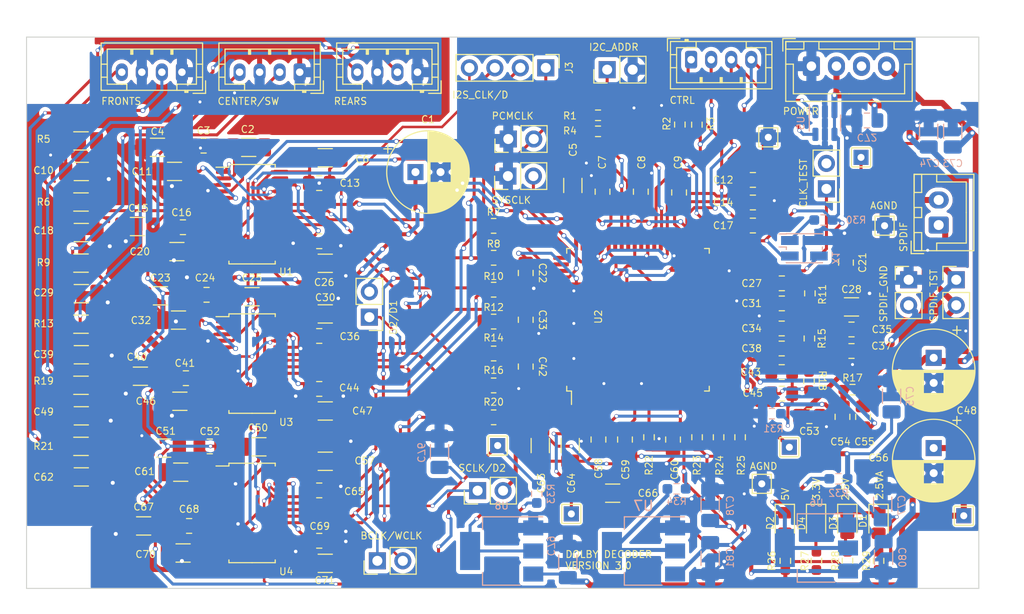
<source format=kicad_pcb>
(kicad_pcb (version 20221018) (generator pcbnew)
  (layers (0 "F.Cu" signal) (31 "B.Cu" signal) (34 "B.Paste" user) (35 "F.Paste" user) (36 "B.SilkS" user "B.Silkscreen") (37 "F.SilkS" user "F.Silkscreen") (38 "B.Mask" user) (39 "F.Mask" user) (44 "Edge.Cuts" user))
  (net 0 "")
  (net 1 "3V3")
  (net 2 "SDA")
  (net 3 "I2S_BC")
  (net 4 "I2S_WC")
  (net 5 "I2S_DATA")
  (net 6 "PCMCLK")
  (net 7 "BCLK")
  (net 8 "WCLK")
  (net 9 "I2S_D1")
  (net 10 "I2S_D2")
  (net 11 "I2S_D3")
  (net 12 "2.5V")
  (net 13 "RESET")
  (net 14 "IRQ")
  (net 15 "PLLAF")
  (net 16 "PLLSF")
  (net 17 "I2CADDR")
  (net 18 "SELI2C")
  (net 19 "5V")
  (net 20 "Net-(D1-A)")
  (net 21 "Net-(D2-A)")
  (net 22 "DCSB")
  (net 23 "CLKIN")
  (net 24 "SFREQ")
  (net 25 "Net-(D3-A)")
  (net 26 "Net-(D4-A)")
  (net 27 "PLLSPDIF")
  (net 28 "DEEMPTH")
  (net 29 "AGND")
  (net 30 "2.5VA")
  (net 31 "SCL")
  (net 32 "CLKOUT")
  (net 33 "I2S_D4")
  (net 34 "3V3A")
  (net 35 "VOUT1")
  (net 36 "VOUT2")
  (net 37 "VOUT3")
  (net 38 "VOUT4")
  (net 39 "VOUT5")
  (net 40 "VOUT6")
  (net 41 "FL")
  (net 42 "FR")
  (net 43 "CT")
  (net 44 "SW")
  (net 45 "RL")
  (net 46 "RR")
  (net 47 "Net-(X1-EN)")
  (net 48 "Net-(U1-VCOM{slash}DEMP)")
  (net 49 "Net-(U1-VNEG)")
  (net 50 "Net-(C27-Pad2)")
  (net 51 "Net-(U3-VNEG)")
  (net 52 "Net-(U3-VCOM{slash}DEMP)")
  (net 53 "Net-(C34-Pad2)")
  (net 54 "Net-(U1-CAPM)")
  (net 55 "Net-(U1-CAPP)")
  (net 56 "SPDIF_NEG")
  (net 57 "SPDIF_POS")
  (net 58 "Net-(U3-CAPM)")
  (net 59 "Net-(U3-CAPP)")
  (net 60 "Net-(U3-LDOO)")
  (net 61 "Net-(U1-LDOO)")
  (net 62 "Net-(C43-Pad2)")
  (net 63 "Net-(C45-Pad1)")
  (net 64 "Net-(U4-CAPM)")
  (net 65 "Net-(U4-CAPP)")
  (net 66 "Net-(U2-SPDN)")
  (net 67 "Net-(U2-SPDP)")
  (net 68 "Net-(U4-VNEG)")
  (net 69 "Net-(U4-LDOO)")
  (net 70 "Net-(U4-VCOM{slash}DEMP)")
  (net 72 "Net-(U2-SCLK)")
  (net 73 "Net-(U2-LRCLK)")
  (net 74 "Net-(U2-PCMCLK)")
  (net 75 "Net-(U2-PCM_OUT0)")
  (net 76 "Net-(U2-PCM_OUT1)")
  (net 77 "Net-(U2-PCM_OUT2)")
  (net 78 "Net-(U2-PCM_OUT3)")
  (net 79 "Net-(U8-VO)")
  (net 80 "Net-(U2-A0)")
  (net 81 "Net-(U2-A5)")
  (net 82 "Net-(U2-DCSB)")
  (net 83 "Net-(U2-R{slash}W)")
  (net 92 "Net-(U6-VO)")
  (net 93 "Net-(U7-VO)")
  (footprint "Resistor_SMD:R_0603_1608Metric_Pad0.98x0.95mm_HandSolder" (layer "F.Cu") (at 101.7 77.5833 90)
    (fp_text reference "R27")
    (fp_text value "430R")
  )
  (footprint "TestPoint:TestPoint_THTPad_1.5x1.5mm_Drill0.7mm" (layer "F.Cu") (at 96.25 69.9)
    (fp_text reference "TP4" hide)
    (fp_text value "TestPoint")
  )
  (footprint "Package_SO:TSSOP-28_4.4x9.7mm_P0.65mm" (layer "F.Cu") (at 45.4 43.0021)
    (fp_text reference "U1")
    (fp_text value "PCM5122PW")
  )
  (footprint "Capacitor_SMD:C_1206_3216Metric_Pad1.33x1.80mm_HandSolder" (layer "F.Cu") (at 28.3625 63.117 180)
    (fp_text reference "C49")
    (fp_text value "2.2n 50V C0G")
  )
  (footprint "Capacitor_SMD:C_1206_3216Metric_Pad1.33x1.80mm_HandSolder" (layer "F.Cu") (at 52.7 52.95)
    (fp_text reference "C30")
    (fp_text value "10u")
  )
  (footprint "Connector_JST:JST_PH_B4B-PH-K_1x04_P2.00mm_Vertical" (layer "F.Cu") (at 50.15 28.8333 180)
    (fp_text reference "J6" hide)
    (fp_text value "Conn_01x04_Pin")
  )
  (footprint "Connector_JST:JST_PH_B4B-PH-K_1x04_P2.00mm_Vertical" (layer "F.Cu") (at 61.9 28.8333 180)
    (fp_text reference "J7" hide)
    (fp_text value "Conn_01x04_Pin")
  )
  (footprint "Package_SO:TSSOP-28_4.4x9.7mm_P0.65mm" (layer "F.Cu") (at 45.4 57.9045)
    (fp_text reference "U3")
    (fp_text value "PCM5122PW")
  )
  (footprint "Connector_PinHeader_2.54mm:PinHeader_1x02_P2.54mm_Vertical" (layer "F.Cu") (at 80.825 28.5833 90)
    (fp_text reference "J4" hide)
    (fp_text value "Conn_01x02")
  )
  (footprint "Capacitor_SMD:C_1206_3216Metric_Pad1.33x1.80mm_HandSolder" (layer "F.Cu") (at 74.15 66.0833 -90)
    (fp_text reference "C63")
    (fp_text value "10U")
  )
  (footprint "Capacitor_SMD:C_1206_3216Metric_Pad1.33x1.80mm_HandSolder" (layer "F.Cu") (at 35.9625 36.3333 180)
    (fp_text reference "C4")
    (fp_text value "10u")
  )
  (footprint "Resistor_SMD:R_1206_3216Metric_Pad1.30x1.75mm_HandSolder" (layer "F.Cu") (at 28.3325 53.9751 180)
    (fp_text reference "R13")
    (fp_text value "470R")
  )
  (footprint "Capacitor_SMD:C_0805_2012Metric_Pad1.18x1.45mm_HandSolder" (layer "F.Cu") (at 105.2 56.65)
    (fp_text reference "C37")
    (fp_text value "0.1u")
  )
  (footprint "Resistor_SMD:R_0603_1608Metric_Pad0.98x0.95mm_HandSolder" (layer "F.Cu") (at 94.0893 65.2533 90)
    (fp_text reference "R25")
    (fp_text value "4.7K")
  )
  (footprint "Capacitor_SMD:C_1206_3216Metric_Pad1.33x1.80mm_HandSolder" (layer "F.Cu") (at 28.3625 69.2115 180)
    (fp_text reference "C62")
    (fp_text value "2.2n 50V C0G")
  )
  (footprint "Capacitor_SMD:C_1206_3216Metric_Pad1.33x1.80mm_HandSolder" (layer "F.Cu") (at 28.3625 57.0224 180)
    (fp_text reference "C39")
    (fp_text value "2.2n 50V C0G")
  )
  (footprint "Capacitor_SMD:C_1206_3216Metric_Pad1.33x1.80mm_HandSolder" (layer "F.Cu") (at 38.2813 68.7381)
    (fp_text reference "C61")
    (fp_text value "2.2u 25V")
  )
  (footprint "Capacitor_SMD:C_0805_2012Metric_Pad1.18x1.45mm_HandSolder" (layer "F.Cu") (at 80.3633 40.7583 90)
    (fp_text reference "C7")
    (fp_text value "0.1U")
  )
  (footprint "Resistor_SMD:R_0603_1608Metric_Pad0.98x0.95mm_HandSolder" (layer "F.Cu") (at 101 55.4 -90)
    (fp_text reference "R15")
    (fp_text value "1K")
  )
  (footprint "Capacitor_THT:CP_Radial_D8.0mm_P2.50mm" (layer "F.Cu") (at 61.7 38.8)
    (fp_text reference "C1")
    (fp_text value "330u 16V")
  )
  (footprint "Resistor_SMD:R_0805_2012Metric_Pad1.20x1.40mm_HandSolder" (layer "F.Cu") (at 69.5 63.2667 180)
    (fp_text reference "R20")
    (fp_text value "47R")
  )
  (footprint "Capacitor_SMD:C_1206_3216Metric_Pad1.33x1.80mm_HandSolder" (layer "F.Cu") (at 52.7 62.6333 180)
    (fp_text reference "C47")
    (fp_text value "10u")
  )
  (footprint "Resistor_SMD:R_0603_1608Metric_Pad0.98x0.95mm_HandSolder" (layer "F.Cu") (at 88.075 34.0583 -90)
    (fp_text reference "R2")
    (fp_text value "4.7K")
  )
  (footprint "Resistor_SMD:R_1206_3216Metric_Pad1.30x1.75mm_HandSolder" (layer "F.Cu") (at 28.3325 35.6915 180)
    (fp_text reference "R5")
    (fp_text value "470R")
  )
  (footprint "Resistor_SMD:R_0603_1608Metric_Pad0.98x0.95mm_HandSolder" (layer "F.Cu") (at 89.775 34.0708 -90)
    (fp_text reference "R3")
    (fp_text value "4.7K")
  )
  (footprint "Capacitor_SMD:C_1206_3216Metric_Pad1.33x1.80mm_HandSolder" (layer "F.Cu") (at 34.2589 59.1642 180)
    (fp_text reference "C40")
    (fp_text value "10u")
  )
  (footprint "Capacitor_SMD:C_1206_3216Metric_Pad1.33x1.80mm_HandSolder" (layer "F.Cu") (at 77.1374 66.0833 -90)
    (fp_text reference "C64")
    (fp_text value "10U")
  )
  (footprint "Capacitor_SMD:C_1206_3216Metric_Pad1.33x1.80mm_HandSolder" (layer "F.Cu") (at 46.0813 66.2069 180)
    (fp_text reference "C50")
    (fp_text value "2.2u 25V")
  )
  (footprint "Capacitor_SMD:C_0805_2012Metric_Pad1.18x1.45mm_HandSolder" (layer "F.Cu") (at 52.1 75.5833)
    (fp_text reference "C69")
    (fp_text value "0.1u 100V")
  )
  (footprint "Resistor_SMD:R_1206_3216Metric_Pad1.30x1.75mm_HandSolder" (layer "F.Cu") (at 28.3325 47.8806 180)
    (fp_text reference "R9")
    (fp_text value "470R")
  )
  (footprint "Capacitor_SMD:C_0805_2012Metric_Pad1.18x1.45mm_HandSolder" (layer "F.Cu") (at 104.65 47.8333 90)
    (fp_text reference "C21")
    (fp_text value "0.1u")
  )
  (footprint "Capacitor_SMD:C_0805_2012Metric_Pad1.18x1.45mm_HandSolder" (layer "F.Cu") (at 104.3 63.21875 -90)
    (fp_text reference "C54")
    (fp_text value "100N")
  )
  (footprint "Capacitor_SMD:C_0805_2012Metric_Pad1.18x1.45mm_HandSolder" (layer "F.Cu") (at 72.7 58.2042 -90)
    (fp_text reference "C42")
    (fp_text value "0.1U")
  )
  (footprint "Capacitor_SMD:C_0805_2012Metric_Pad1.18x1.45mm_HandSolder" (layer "F.Cu") (at 52.1 60.4333)
    (fp_text reference "C44")
    (fp_text value "0.1u 100V")
  )
  (footprint "Capacitor_SMD:C_1206_3216Metric_Pad1.33x1.80mm_HandSolder" (layer "F.Cu") (at 77.4 40.1333 90)
    (fp_text reference "C5")
    (fp_text value "47U")
  )
  (footprint "LED_SMD:LED_0805_2012Metric_Pad1.15x1.40mm_HandSolder" (layer "F.Cu") (at 104.783332 73.8083 -90)
    (fp_text reference "D3")
    (fp_text value "WHITE")
  )
  (footprint "Capacitor_SMD:C_0805_2012Metric_Pad1.18x1.45mm_HandSolder" (layer "F.Cu") (at 52.1 39.9 180)
    (fp_text reference "C13")
    (fp_text value "0.1u 100V")
  )
  (footprint "Connector_PinHeader_2.54mm:PinHeader_1x02_P2.54mm_Vertical" (layer "F.Cu") (at 115.65 49.5433)
    (fp_text reference "J13" hide)
    (fp_text value "Conn_01x02_Male")
  )
  (footprint "Capacitor_SMD:C_1206_3216Metric_Pad1.33x1.80mm_HandSolder" (layer "F.Cu") (at 52.7 67.65)
    (fp_text reference "C57")
    (fp_text value "10u")
  )
  (footprint "Capacitor_SMD:C_1206_3216Metric_Pad1.33x1.80mm_HandSolder" (layer "F.Cu") (at 45.3964 51.2329 180)
    (fp_text reference "C25")
    (fp_text value "2.2u 25V")
  )
  (footprint "Resistor_SMD:R_0805_2012Metric_Pad1.20x1.40mm_HandSolder" (layer "F.Cu") (at 69.5 44.1667 180)
    (fp_text reference "R7")
    (fp_text value "47R")
  )
  (footprint "Resistor_SMD:R_0603_1608Metric_Pad0.98x0.95mm_HandSolder" (layer "F.Cu") (at 105.3 60.50625 180)
    (fp_text reference "R17")
    (fp_text value "75R")
  )
  (footprint "Capacitor_SMD:C_1206_3216Metric_Pad1.33x1.80mm_HandSolder" (layer "F.Cu") (at 37.9 46.7333)
    (fp_text reference "C20")
    (fp_text value "10u (tie to gnd)")
  )
  (footprint "MountingHole:MountingHole_3.2mm_M3" (layer "F.Cu") (at 115.4 27.8333)
    (fp_text reference "H2" hide)
    (fp_text value "MountingHole")
  )
  (footprint "Capacitor_SMD:C_0805_2012Metric_Pad1.18x1.45mm_HandSolder" (layer "F.Cu") (at 72.7 53.5354 -90)
    (fp_text reference "C33")
    (fp_text value "0.1U")
  )
  (footprint "Capacitor_SMD:C_1206_3216Metric_Pad1.33x1.80mm_HandSolder" (layer "F.Cu") (at 28.3625 50.9279 180)
    (fp_text reference "C29")
    (fp_text value "2.2n 50V C0G")
  )
  (footprint "Capacitor_SMD:C_1206_3216Metric_Pad1.33x1.80mm_HandSolder" (layer "F.Cu") (at 38.5188 76.8021)
    (fp_text reference "C70")
    (fp_text value "10u (tie to gnd)")
  )
  (footprint "Resistor_SMD:R_0805_2012Metric_Pad1.20x1.40mm_HandSolder" (layer "F.Cu") (at 69.5 47.35 180)
    (fp_text reference "R8")
    (fp_text value "47R")
  )
  (footprint "Capacitor_SMD:C_0805_2012Metric_Pad1.18x1.45mm_HandSolder" (layer "F.Cu") (at 82.6022 65.4833 -90)
    (fp_text reference "C59")
    (fp_text value "0.1U")
  )
  (footprint "Capacitor_SMD:C_0805_2012Metric_Pad1.18x1.45mm_HandSolder" (layer "F.Cu") (at 98.25 60.9)
    (fp_text reference "C45")
    (fp_text value "4.7N")
  )
  (footprint "Capacitor_SMD:C_0805_2012Metric_Pad1.18x1.45mm_HandSolder" (layer "F.Cu") (at 52.1 70.5572 180)
    (fp_text reference "C65")
    (fp_text value "0.1u 100V")
  )
  (footprint "Capacitor_SMD:C_1206_3216Metric_Pad1.33x1.80mm_HandSolder" (layer "F.Cu") (at 28.3625 44.8333 180)
    (fp_text reference "C18")
    (fp_text value "2.2n 50V C0G")
  )
  (footprint "MountingHole:MountingHole_3.2mm_M3" (layer "F.Cu") (at 25.4 77.8333)
    (fp_text reference "H3" hide)
    (fp_text value "MountingHole")
  )
  (footprint "Connector_JST:JST_PH_B4B-PH-K_1x04_P2.00mm_Vertical" (layer "F.Cu") (at 38.4 28.8333 180)
    (fp_text reference "J5" hide)
    (fp_text value "Conn_01x04_Pin")
  )
  (footprint "Connector_PinHeader_2.54mm:PinHeader_1x02_P2.54mm_Vertical" (layer "F.Cu") (at 57.9 77.5833 90)
    (fp_text reference "J16" hide)
    (fp_text value "Conn_01x02")
  )
  (footprint "Resistor_SMD:R_0805_2012Metric_Pad1.20x1.40mm_HandSolder" (layer "F.Cu") (at 69.5 50.5333 180)
    (fp_text reference "R10")
    (fp_text value "47R")
  )
  (footprint "Capacitor_SMD:C_0805_2012Metric_Pad1.18x1.45mm_HandSolder" (layer "F.Cu") (at 40.5625 36.1633 180)
    (fp_text reference "C3")
    (fp_text value "0.1u 100V")
  )
  (footprint "Resistor_SMD:R_0603_1608Metric_Pad0.98x0.95mm_HandSolder" (layer "F.Cu") (at 98.6 77.5833 90)
    (fp_text reference "R26")
    (fp_text value "1K")
  )
  (footprint "Capacitor_SMD:C_1206_3216Metric_Pad1.33x1.80mm_HandSolder" (layer "F.Cu") (at 52.7 37.3716)
    (fp_text reference "C6")
    (fp_text value "10u")
  )
  (footprint "TestPoint:TestPoint_THTPad_1.5x1.5mm_Drill0.7mm" (layer "F.Cu") (at 96.9 35.3333)
    (fp_text reference "TP1" hide)
    (fp_text value "TestPoint")
  )
  (footprint "Capacitor_SMD:C_0805_2012Metric_Pad1.18x1.45mm_HandSolder" (layer "F.Cu") (at 38.5 44.3021)
    (fp_text reference "C16")
    (fp_text value "0.1u 100V")
  )
  (footprint "Capacitor_SMD:C_0805_2012Metric_Pad1.18x1.45mm_HandSolder" (layer "F.Cu") (at 95.3625 39.5833)
    (fp_text reference "C12")
    (fp_text value "0.1U")
  )
  (footprint "Capacitor_SMD:C_0805_2012Metric_Pad1.18x1.45mm_HandSolder" (layer "F.Cu") (at 98.2375 54.4)
    (fp_text reference "C34")
    (fp_text value "5.6N")
  )
  (footprint "Resistor_SMD:R_0805_2012Metric_Pad1.20x1.40mm_HandSolder" (layer "F.Cu") (at 69.5 53.7167 180)
    (fp_text reference "R12")
    (fp_text value "47R")
  )
  (footprint "Capacitor_SMD:C_0805_2012Metric_Pad1.18x1.45mm_HandSolder" (layer "F.Cu") (at 38.7964 59.3642)
    (fp_text reference "C41")
    (fp_text value "0.1u 100V")
  )
  (footprint "Connector_JST:JST_PH_B4B-PH-K_1x04_P2.00mm_Vertical" (layer "F.Cu") (at 89.2 27.5833)
    (fp_text reference "J1" hide)
    (fp_text value "Conn_01x04_Male")
  )
  (footprint "Capacitor_SMD:C_1206_3216Metric_Pad1.33x1.80mm_HandSolder" (layer "F.Cu") (at 81.375 70.8333 180)
    (fp_text reference "C66")
    (fp_text value "10U")
  )
  (footprint "Capacitor_SMD:C_1206_3216Metric_Pad1.33x1.80mm_HandSolder" (layer "F.Cu") (at 34.5813 74.1021 180)
    (fp_text reference "C67")
    (fp_text value "10u")
  )
  (footprint "Package_QFP:LQFP-80_14x14mm_P0.65mm" (layer "F.Cu") (at 83.9 53.5333 90)
    (fp_text reference "U2")
    (fp_text value "SPA130")
  )
  (footprint "TestPoint:TestPoint_THTPad_1.5x1.5mm_Drill0.7mm" (layer "F.Cu") (at 108.5 44.15)
    (fp_text reference "TP8" hide)
    (fp_text value "TestPoint")
  )
  (footprint "Capacitor_SMD:C_1206_3216Metric_Pad1.33x1.80mm_HandSolder" (layer "F.Cu") (at 28.3625 38.7388 180)
    (fp_text reference "C10")
    (fp_text value "2.2n 50V C0G")
  )
  (footprint "TestPoint:TestPoint_THTPad_1.5x1.5mm_Drill0.7mm" (layer "F.Cu") (at 116.4 73.0833)
    (fp_text reference "TP6" hide)
    (fp_text value "TestPoint")
  )
  (footprint "Connector_JST:JST_XH_B2B-XH-A_1x02_P2.50mm_Vertical" (layer "F.Cu") (at 113.9 44.0833 90)
    (fp_text reference "J11" hide)
    (fp_text value "Conn_01x02_Male")
  )
  (footprint "Capacitor_SMD:C_1206_3216Metric_Pad1.33x1.80mm_HandSolder" (layer "F.Cu") (at 105.2 52.25)
    (fp_text reference "C28")
    (fp_text value "47U")
  )
  (footprint "Resistor_SMD:R_0603_1608Metric_Pad0.98x0.95mm_HandSolder" (layer "F.Cu") (at 89.7945 65.2533 -90)
    (fp_text reference "R23")
    (fp_text value "4.7K")
  )
  (footprint "Resistor_SMD:R_1206_3216Metric_Pad1.30x1.75mm_HandSolder" (layer "F.Cu") (at 28.3325 66.1642 180)
    (fp_text reference "R21")
    (fp_text value "470R")
  )
  (footprint "Capacitor_SMD:C_1206_3216Metric_Pad1.33x1.80mm_HandSolder" (layer "F.Cu") (at 38.0589 53.5642)
    (fp_text reference "C32")
    (fp_text value "2.2u 25V")
  )
  (footprint "Capacitor_SMD:C_0805_2012Metric_Pad1.18x1.45mm_HandSolder" (layer "F.Cu") (at 95.3625 44.1333)
    (fp_text reference "C17")
    (fp_text value "0.1U")
  )
  (footprint "Resistor_SMD:R_1206_3216Metric_Pad1.30x1.75mm_HandSolder" (layer "F.Cu") (at 28.3325 60.0697 180)
    (fp_text reference "R19")
    (fp_text value "470R")
  )
  (footprint "Capacitor_SMD:C_0805_2012Metric_Pad1.18x1.45mm_HandSolder" (layer "F.Cu") (at 95.3625 41.8333)
    (fp_text reference "C14")
    (fp_text value "0.1U")
  )
  (footprint "Resistor_SMD:R_1206_3216Metric_Pad1.30x1.75mm_HandSolder" (layer "F.Cu") (at 28.3325 41.7861 180)
    (fp_text reference "R6")
    (fp_text value "470R")
  )
  (footprint "Connector_PinHeader_2.54mm:PinHeader_1x02_P2.54mm_Vertical" (layer "F.Cu") (at 110.9 49.5433)
    (fp_text reference "J12" hide)
    (fp_text value "Conn_01x02")
  )
  (footprint "Capacitor_SMD:C_0805_2012Metric_Pad1.18x1.45mm_HandSolder" (layer "F.Cu") (at 40.8589 51.0443 180)
    (fp_text reference "C24")
    (fp_text value "0.1u 100V")
  )
  (footprint "Capacitor_SMD:C_0805_2012Metric_Pad1.18x1.45mm_HandSolder" (layer "F.Cu") (at 87.3971 65.4833 -90)
    (fp_text reference "C60")
    (fp_text value "0.1U")
  )
  (footprint "TestPoint:TestPoint_THTPad_1.5x1.5mm_Drill0.7mm" (layer "F.Cu") (at 99 66.25)
    (fp_text reference "TP7" hide)
    (fp_text value "TestPoint")
  )
  (footprint "Resistor_SMD:R_0603_1608Metric_Pad0.98x0.95mm_HandSolder" (layer "F.Cu") (at 79.9125 33.1333)
    (fp_text reference "R1")
    (fp_text value "4.7K")
  )
  (footprint "Resistor_SMD:R_0603_1608Metric_Pad0.98x0.95mm_HandSolder" (layer "F.Cu") (at 91.9419 65.2533 -90)
    (fp_text reference "R24")
    (fp_text value "4.7K")
  )
  (footprint "Resistor_SMD:R_0603_1608Metric_Pad0.98x0.95mm_HandSolder" (layer "F.Cu") (at 101.05 50.9 -90)
    (fp_text reference "R11")
    (fp_text value "1K")
  )
  (footprint "Resistor_SMD:R_0603_1608Metric_Pad0.98x0.95mm_HandSolder" (layer "F.Cu") (at 84.9996 65.2533 -90)
    (fp_text reference "R22")
    (fp_text value "4.7K")
  )
  (footprint "MountingHole:MountingHole_3.2mm_M3" (layer "F.Cu") (at 115.4 77.8333)
    (fp_text reference "H4" hide)
    (fp_text value "MountingHole")
  )
  (footprint "Capacitor_SMD:C_0805_2012Metric_Pad1.18x1.45mm_HandSolder" (layer "F.Cu") (at 72.7 48.8667 -90)
    (fp_text reference "C22")
    (fp_text value "0.1U")
  )
  (footprint "Connector_PinHeader_2.54mm:PinHeader_1x02_P2.54mm_Vertical" (layer "F.Cu") (at 70.925 39.2 90)
    (fp_text reference "J9" hide)
    (fp_text value "Conn_01x02")
  )
  (footprint "Connector_PinHeader_2.54mm:PinHeader_1x02_P2.54mm_Vertical" (layer "F.Cu") (at 102.7 40.4733 180)
    (fp_text reference "J10" hide)
    (fp_text value "Conn_01x02")
  )
  (footprint "Resistor_SMD:R_0603_1608Metric_Pad0.98x0.95mm_HandSolder" (layer "F.Cu") (at 79.9125 34.7333)
    (fp_text reference "R4")
    (fp_text value "4.7K")
  )
  (footprint "Resistor_SMD:R_0603_1608Metric_Pad0.98x0.95mm_HandSolder" (layer "F.Cu") (at 107.9 77.5833 90)
    (fp_text reference "R29")
    (fp_text value "100R")
  )
  (footprint "Resistor_SMD:R_0805_2012Metric_Pad1.20x1.40mm_HandSolder" (layer "F.Cu") (at 69.5 60.0833 180)
    (fp_text reference "R16")
    (fp_text value "47R")
  )
  (footprint "TestPoint:TestPoint_THTPad_1.5x1.5mm_Drill0.7mm" (layer "F.Cu") (at 106.15 37.3333)
    (fp_text reference "TP2" hide)
    (fp_text value "TestPoint")
  )
  (footprint "Resistor_SMD:R_0603_1608Metric_Pad0.98x0.95mm_HandSolder" (layer "F.Cu") (at 100.9625 59.65 -90)
    (fp_text reference "R18")
    (fp_text value "330R")
  )
  (footprint "Connector_PinHeader_2.54mm:PinHeader_1x02_P2.54mm_Vertical" (layer "F.Cu") (at 67.9 70.5833 90)
    (fp_text reference "J15" hide)
    (fp_text value "Conn_01x02")
  )
  (footprint "Resistor_SMD:R_0805_2012Metric_Pad1.20x1.40mm_HandSolder" (layer "F.Cu") (at 69.5 56.9 180)
    (fp_text reference "R14")
    (fp_text value "47R")
  )
  (footprint "Capacitor_SMD:C_0805_2012Metric_Pad1.18x1.45mm_HandSolder" (layer "F.Cu") (at 101 63.15)
    (fp_text reference "C53")
    (fp_text value "0.1U")
  )
  (footprint "Capacitor_SMD:C_0805_2012Metric_Pad1.18x1.45mm_HandSolder" (layer "F.Cu") (at 39.1188 74.1021)
    (fp_text reference "C68")
    (fp_text value "0.1u 100V")
  )
  (footprint "Capacitor_SMD:C_0805_2012Metric_Pad1.18x1.45mm_HandSolder" (layer "F.Cu") (at 84.1817 40.7583 90)
    (fp_text reference "C8")
    (fp_text value "0.1U")
  )
  (footprint "Capacitor_SMD:C_0805_2012Metric_Pad1.18x1.45mm_HandSolder" (layer "F.Cu") (at 52.1 45.7)
    (fp_text reference "C19" hide)
    (fp_text value "0.1u 100V")
  )
  (footprint "Capacitor_THT:CP_Radial_D8.0mm_P2.50mm" (layer "F.Cu") (at 113.4 57.3333 -90)
    (fp_text reference "C48")
    (fp_text value "330u 16V")
  )
  (footprint "Capacitor_SMD:C_0805_2012Metric_Pad1.18x1.45mm_HandSolder" (layer "F.Cu") (at 105.2 54.5)
    (fp_text reference "C35")
    (fp_text value "0.1U")
  )
  (footprint "Capacitor_SMD:C_1206_3216Metric_Pad1.33x1.80mm_HandSolder" (layer "F.Cu") (at 36.5813 66.3381 180)
    (fp_text reference "C51")
    (fp_text value "10u")
  )
  (footprint "LED_SMD:LED_0805_2012Metric_Pad1.15x1.40mm_HandSolder" (layer "F.Cu") (at 107.9 73.8083 -90)
    (fp_text reference "D1")
    (fp_text value "YELLOW")
  )
  (footprint "Capacitor_SMD:C_0805_2012Metric_Pad1.18x1.45mm_HandSolder" (layer "F.Cu") (at 106.35 63.21875 -90)
    (fp_text reference "C55")
    (fp_text value "100N")
  )
  (footprint "Capacitor_SMD:C_1206_3216Metric_Pad1.33x1.80mm_HandSolder" (layer "F.Cu") (at 33.9625 44.2333 180)
    (fp_text reference "C15")
    (fp_text value "10u")
  )
  (footprint "Package_SO:TSSOP-28_4.4x9.7mm_P0.65mm" (layer "F.Cu") (at 45.4 72.8069)
    (fp_text reference "U4")
    (fp_text value "PCM5122PW")
  )
  (footprint "Capacitor_SMD:C_1206_3216Metric_Pad1.33x1.80mm_HandSolder" (layer "F.Cu") (at 37.6625 38.7333)
    (fp_text reference "C11")
    (fp_text value "2.2u 25V")
  )
  (footprint "TestPoint:TestPoint_THTPad_1.5x1.5mm_Drill0.7mm" (layer "F.Cu") (at 69.9 66.0833)
    (fp_text reference "TP3" hide)
    (fp_text value "TestPoint")
  )
  (footprint "Capacitor_SMD:C_0805_2012Metric_Pad1.18x1.45mm_HandSolder" (layer "F.Cu") (at 79.9548 65.4833 -90)
    (fp_text reference "C58")
    (fp_text value "0.1U")
  )
  (footprint "Capacitor_SMD:C_1206_3216Metric_Pad1.33x1.80mm_HandSolder" (layer "F.Cu") (at 36.2589 51.1443 180)
    (fp_text reference "C23")
    (fp_text value "10u")
  )
  (footprint "Capacitor_SMD:C_0805_2012Metric_Pad1.18x1.45mm_HandSolder" (layer "F.Cu") (at 98.2375 56.4)
    (fp_text reference "C38")
    (fp_text value "470P")
  )
  (footprint "Capacitor_SMD:C_1206_3216Metric_Pad1.33x1.80mm_HandSolder" (layer "F.Cu") (at 38.1964 61.6642)
    (fp_text reference "C46")
    (fp_text value "10u (tie to gnd)")
  )
  (footprint "Capacitor_SMD:C_0805_2012Metric_Pad1.18x1.45mm_HandSolder" (layer "F.Cu") (at 41.1813 66.1681 180)
    (fp_text reference "C52")
    (fp_text value "0.1u 100V")
  )
  (footprint "Resistor_SMD:R_0603_1608Metric_Pad0.98x0.95mm_HandSolder" (layer "F.Cu") (at 104.8 77.5833 90)
    (fp_text reference "R28")
    (fp_text value "100R")
  )
  (footprint "LED_SMD:LED_0805_2012Metric_Pad1.15x1.40mm_HandSolder" (layer "F.Cu") (at 101.666666 73.8083 -90)
    (fp_text reference "D4")
    (fp_text value "YELLOW")
  )
  (footprint "TestPoint:TestPoint_THTPad_1.5x1.5mm_Drill0.7mm" (layer "F.Cu") (at 77.25 72.9)
    (fp_text reference "TP5" hide)
    (fp_text value "TestPoint")
  )
  (footprint "Capacitor_SMD:C_1206_3216Metric_Pad1.33x1.80mm_HandSolder" (layer "F.Cu") (at 52.7 47.9 180)
    (fp_text reference "C26")
    (fp_text value "10u")
  )
  (footprint "MountingHole:MountingHole_3.2mm_M3" (layer "F.Cu") (at 25.4 27.8333)
    (fp_text reference "H1" hide)
    (fp_text value "MountingHole")
  )
  (footprint "Capacitor_SMD:C_0805_2012Metric_Pad1.18x1.45mm_HandSolder" (layer "F.Cu") (at 52.1 55.15 180)
    (fp_text reference "C36")
    (fp_text value "0.1u 100V")
  )
  (footprint "Capacitor_SMD:C_0805_2012Metric_Pad1.18x1.45mm_HandSolder" (layer "F.Cu") (at 98.25 51.9)
    (fp_text reference "C31")
    (fp_text value "470P")
  )
  (footprint "Connector_JST:JST_XH_B4B-XH-A_1x04_P2.50mm_Vertical" (layer "F.Cu") (at 101.2 28.2333)
    (fp_text reference "J2" hide)
    (fp_text value "Conn_01x04_Male")
  )
  (footprint "Connector_PinHeader_2.54mm:PinHeader_1x02_P2.54mm_Vertical" (layer "F.Cu") (at 70.96 35.5 90)
    (fp_text reference "J8" hide)
    (fp_text value "Conn_01x02")
  )
  (footprint "Capacitor_SMD:C_0805_2012Metric_Pad1.18x1.45mm_HandSolder" (layer "F.Cu") (at 88 40.8333 90)
    (fp_text reference "C9")
    (fp_text value "0.1U")
  )
  (footprint "Capacitor_SMD:C_0805_2012Metric_Pad1.18x1.45mm_HandSolder" (layer "F.Cu") (at 98.2375 58.75)
    (fp_text reference "C43")
    (fp_text value "150P")
  )
  (footprint "Capacitor_THT:CP_Radial_D8.0mm_P2.50mm" (layer "F.Cu") (at 113.4 66.3333 -90)
    (fp_text reference "C56")
    (fp_text value "330u 16V")
  )
  (footprint "LED_SMD:LED_0805_2012Metric_Pad1.15x1.40mm_HandSolder" (layer "F.Cu") (at 98.55 73.8083 -90)
    (fp_text reference "D2")
    (fp_text value "BLUE")
  )
  (footprint "Capacitor_SMD:C_1206_3216Metric_Pad1.33x1.80mm_HandSolder" (layer "F.Cu") (at 45.0625 36.3333 180)
    (fp_text reference "C2")
    (fp_text value "2.2u 25V")
  )
  (footprint "Capacitor_SMD:C_0805_2012Metric_Pad1.18x1.45mm_HandSolder" (layer "F.Cu") (at 98.25 49.9)
    (fp_text reference "C27")
    (fp_text value "5.6N")
  )
  (footprint "Connector_PinHeader_2.54mm:PinHeader_1x02_P2.54mm_Vertical" (layer "F.Cu") (at 57.1 53.275 180)
    (fp_text reference "J14" hide)
    (fp_text value "Conn_01x02_Pin")
  )
  (footprint "Connector_PinHeader_2.54mm:PinHeader_1x04_P2.54mm_Vertical" (layer "F.Cu") (at 74.7 28.4 -90)
    (fp_text reference "J3")
    (fp_text value "Conn_01x04_Male")
  )
  (footprint "Capacitor_SMD:C_1206_3216Metric_Pad1.33x1.80mm_HandSolder" (layer "F.Cu") (at 52.7 77.8333 180)
    (fp_text reference "C71")
    (fp_text value "10u")
  )
  (footprint "Capacitor_SMD:C_1206_3216Metric_Pad1.33x1.80mm_HandSolder" (layer "B.Cu") (at 108.4 77.2333 -90)
    (fp_text reference "C80")
    (fp_text value "10U")
  )
  (footprint "Capacitor_SMD:C_1206_3216Metric_Pad1.33x1.80mm_HandSolder" (layer "B.Cu") (at 64.1 66.7 90)
    (fp_text reference "C76")
    (fp_text value "47U")
  )
  (footprint "Capacitor_SMD:C_1206_3216Metric_Pad1.33x1.80mm_HandSolder" (layer "B.Cu") (at 91.1 77.3333 -90)
    (fp_text reference "C81")
    (fp_text value "10U")
  )
  (footprint "Capacitor_SMD:C_1206_3216Metric_Pad1.33x1.80mm_HandSolder" (layer "B.Cu") (at 112.9 34.7333 90)
    (fp_text reference "C74")
    (fp_text value "10U")
  )
  (footprint "Capacitor_SMD:C_0805_2012Metric_Pad1.18x1.45mm_HandSolder" (layer "B.Cu") (at 106.75 33.65)
    (fp_text reference "C72")
    (fp_text value "0.1U")
  )
  (footprint "Package_TO_SOT_SMD:SOT-23-6" (layer "B.Cu") (at 102.55 33.9 -90)
    (fp_text reference "U5")
    (fp_text value "TMP100")
  )
  (footprint "Package_TO_SOT_SMD:SOT-223-3_TabPin2" (layer "B.Cu") (at 70.3 76.6 180)
    (fp_text reference "U8")
    (fp_text value "AZ1117CH2-3.3")
  )
  (footprint "Capacitor_SMD:C_1206_3216Metric_Pad1.33x1.80mm_HandSolder" (layer "B.Cu") (at 76.9 77.7 90)
    (fp_text reference "C79")
    (fp_text value "10U")
  )
  (footprint "Capacitor_SMD:C_1206_3216Metric_Pad1.33x1.80mm_HandSolder" (layer "B.Cu") (at 115.3 34.7333 90)
    (fp_text reference "C73")
    (fp_text value "10U")
  )
  (footprint "Resistor_SMD:R_0603_1608Metric_Pad0.98x0.95mm_HandSolder" (layer "B.Cu") (at 73.8 70.9 90)
    (fp_text reference "R33")
    (fp_text value "FERRITE/0R")
  )
  (footprint "Resistor_SMD:R_0603_1608Metric_Pad0.98x0.95mm_HandSolder" (layer "B.Cu") (at 102.4 43.5833 180)
    (fp_text reference "R30")
    (fp_text value "4.7K")
  )
  (footprint "Package_TO_SOT_SMD:SOT-223-3_TabPin2" (layer "B.Cu") (at 84.45 76.6 180)
    (fp_text reference "U7")
    (fp_text value "TLV1117LV-25")
  )
  (footprint "Resistor_SMD:R_0603_1608Metric_Pad0.98x0.95mm_HandSolder" (layer "B.Cu") (at 87.75 70.4)
    (fp_text reference "R34")
    (fp_text value "FERRITE/0R")
  )
  (footprint "Resistor_SMD:R_0603_1608Metric_Pad0.98x0.95mm_HandSolder" (layer "B.Cu") (at 97.25 62.9 180)
    (fp_text reference "R31")
    (fp_text value "FERRITE")
  )
  (footprint "Capacitor_SMD:C_1206_3216Metric_Pad1.33x1.80mm_HandSolder" (layer "B.Cu") (at 91.1 71.9958 90)
    (fp_text reference "C78")
    (fp_text value "47U")
  )
  (footprint "Resistor_SMD:R_0603_1608Metric_Pad0.98x0.95mm_HandSolder" (layer "B.Cu") (at 103.9 69.4)
    (fp_text reference "R32")
    (fp_text value "FERRITE/0R")
  )
  (footprint "Package_TO_SOT_SMD:SOT-223-3_TabPin2" (layer "B.Cu") (at 101.7 76.3 180)
    (fp_text reference "U6")
    (fp_text value "TLV1117LV-25")
  )
  (footprint "Capacitor_SMD:C_1206_3216Metric_Pad1.33x1.80mm_HandSolder" (layer "B.Cu") (at 109.2 61.1625 90)
    (fp_text reference "C75")
    (fp_text value "10u")
  )
  (footprint "Oscillator:Oscillator_SMD_EuroQuartz_XO32-4Pin_3.2x2.5mm_HandSoldering" (layer "B.Cu") (at 100.5 46.4)
    (fp_text reference "X1")
    (fp_text value "ECS-3225SMV-270-FP-TR")
  )
  (footprint "Capacitor_SMD:C_1206_3216Metric_Pad1.33x1.80mm_HandSolder" (layer "B.Cu") (at 108.3128 71.9333 90)
    (fp_text reference "C77")
    (fp_text value "47U")
  )
  (gr_line (start 117.9 80.333332) (end 22.9 80.333332) (stroke (width 0.1)) (layer "Edge.Cuts"))
  (gr_line (start 117.9 25.333332) (end 117.9 80.333332) (stroke (width 0.1)) (layer "Edge.Cuts"))
  (gr_line (start 22.9 80.333332) (end 22.9 25.333332) (stroke (width 0.1)) (layer "Edge.Cuts"))
  (gr_line (start 22.9 25.333332) (end 117.9 25.333332) (stroke (width 0.1)) (layer "Edge.Cuts"))
  (gr_text "SYSCLK" (at 69.25 41.6) (layer "F.SilkS") (effects (font (size 0.7 0.7) (thickness 0.1)) (justify left)))
  (gr_text "I2C_ADDR" (at 78.95 26.333332) (layer "F.SilkS") (effects (font (size 0.7 0.7) (thickness 0.1)) (justify left)))
  (gr_text "FRONTS" (at 30.3 31.733332) (layer "F.SilkS") (effects (font (size 0.7 0.7) (thickness 0.1)) (justify left)))
  (gr_text "DOLBY DECODER\nVERSION 3.0" (at 76.6 77.5) (layer "F.SilkS") (effects (font (size 0.7 0.7) (thickness 0.1)) (justify left)))
  (gr_text "SPDIF_TST" (at 113.4 53.833332 90) (layer "F.SilkS") (effects (font (size 0.7 0.7) (thickness 0.1)) (justify left)))
  (gr_text "SPDIF" (at 110.4 46.833332 90) (layer "F.SilkS") (effects (font (size 0.7 0.7) (thickness 0.1)) (justify left)))
  (gr_text "PCMCLK" (at 69.25 33.2) (layer "F.SilkS") (effects (font (size 0.7 0.7) (thickness 0.1)) (justify left)))
  (gr_text "POWER" (at 98.3 32.733332) (layer "F.SilkS") (effects (font (size 0.7 0.7) (thickness 0.1)) (justify left)))
  (gr_text "AGND\n" (at 95 68.15) (layer "F.SilkS") (effects (font (size 0.7 0.7) (thickness 0.1)) (justify left)))
  (gr_text "BCLK/WCLK" (at 56.15 75.083332) (layer "F.SilkS") (effects (font (size 0.7 0.7) (thickness 0.1)) (justify left)))
  (gr_text "AGND\n" (at 107 42.15) (layer "F.SilkS") (effects (font (size 0.7 0.7) (thickness 0.1)) (justify left)))
  (gr_text "2.5V" (at 104.6 71.633332 90) (layer "F.SilkS") (effects (font (size 0.7 0.7) (thickness 0.1)) (justify left)))
  (gr_text "3.3V" (at 101.7 71.633332 90) (layer "F.SilkS") (effects (font (size 0.7 0.7) (thickness 0.1)) (justify left)))
  (gr_text "CTRL" (at 87 31.633332) (layer "F.SilkS") (effects (font (size 0.7 0.7) (thickness 0.1)) (justify left)))
  (gr_text "SCLK/D2" (at 65.925 68.333332) (layer "F.SilkS") (effects (font (size 0.7 0.7) (thickness 0.1)) (justify left)))
  (gr_text "D2/D1" (at 59.5 55.1 90) (layer "F.SilkS") (effects (font (size 0.7 0.7) (thickness 0.1)) (justify left)))
  (gr_text "SPDIF_GND\n" (at 108.4 53.833332 90) (layer "F.SilkS") (effects (font (size 0.7 0.7) (thickness 0.1)) (justify left)))
  (gr_text "CENTER/SW" (at 41.9 31.733332) (layer "F.SilkS") (effects (font (size 0.7 0.7) (thickness 0.1)) (justify left)))
  (gr_text "I2S_CLK/D" (at 65.3 31.1) (layer "F.SilkS") (effects (font (size 0.7 0.7) (thickness 0.1)) (justify left)))
  (gr_text "2.5VA" (at 108 71.533332 90) (layer "F.SilkS") (effects (font (size 0.7 0.7) (thickness 0.1)) (justify left)))
  (gr_text "REARS" (at 53.5 31.733332) (layer "F.SilkS") (effects (font (size 0.7 0.7) (thickness 0.1)) (justify left)))
  (gr_text "CLK_TEST" (at 100.4 42.4 90) (layer "F.SilkS") (effects (font (size 0.7 0.7) (thickness 0.1)) (justify left)))
  (gr_text "5V" (at 98.6 71.633332 90) (layer "F.SilkS") (effects (font (size 0.7 0.7) (thickness 0.1)) (justify left)))
  (segment (start 51.1375 37.3716) (end 51.1375 38.65) (width 0.3) (layer "F.Cu") (net 1))
  (segment (start 83.575 61.2083) (end 83.575 56.325) (width 0.3) (layer "F.Cu") (net 1))
  (segment (start 46.65 59.3045) (end 46.65 54.5) (width 0.3) (layer "F.Cu") (net 1))
  (segment (start 48.2625 68.5819) (end 48.9444 67.9) (width 0.3) (layer "F.Cu") (net 1))
  (segment (start 107.5 32.15) (end 108.75 32.15) (width 0.6) (layer "F.Cu") (net 1))
  (segment (start 82.85 40.4641) (end 84.1817 41.7958) (width 0.3) (layer "F.Cu") (net 1))
  (segment (start 82.9 45.1833) (end 82.9 43.0775) (width 0.3) (layer "F.Cu") (net 1))
  (segment (start 94.325 44.1333) (end 94.325 51.852818) (width 0.3) (layer "F.Cu") (net 1))
  (segment (start 94.0893 67.15) (end 94.0893 66.1658) (width 0.3) (layer "F.Cu") (net 1))
  (segment (start 87.9833 52.5583) (end 87.6625 52.2375) (width 0.3) (layer "F.Cu") (net 1))
  (segment (start 72.7 52.4979) (end 73.3104 53.1083) (width 0.3) (layer "F.Cu") (net 1))
  (segment (start 87.6625 52.2375) (end 83.575 48.15) (width 0.3) (layer "F.Cu") (net 1))
  (segment (start 47.525 60.1795) (end 46.65 59.3045) (width 0.3) (layer "F.Cu") (net 1))
  (segment (start 83.6772 67.15) (end 84.25 67.15) (width 0.3) (layer "F.Cu") (net 1))
  (segment (start 82.837594 48.15) (end 83.575 48.15) (width 0.3) (layer "F.Cu") (net 1))
  (segment (start 47.175 61.115898) (end 47.175 63.575) (width 0.3) (layer "F.Cu") (net 1))
  (segment (start 83.575 48.15) (end 83.575 45.8583) (width 0.3) (layer "F.Cu") (net 1))
  (segment (start 116.5 57.65) (end 113.7167 57.65) (width 0.6) (layer "F.Cu") (net 1))
  (segment (start 48.2625 45.2771) (end 47.525 45.2771) (width 0.3) (layer "F.Cu") (net 1))
  (segment (start 60.527818 55.9) (end 61.1 55.327818) (width 0.3) (layer "F.Cu") (net 1))
  (segment (start 79 33.1333) (end 79 34.7333) (width 0.3) (layer "F.Cu") (net 1))
  (segment (start 90.778698 67.150002) (end 90.778698 70.078698) (width 0.3) (layer "F.Cu") (net 1))
  (segment (start 46 40.177818) (end 47.400718 38.7771) (width 0.3) (layer "F.Cu") (net 1))
  (segment (start 46 41.184925) (end 46 40.177818) (width 0.3) (layer "F.Cu") (net 1))
  (segment (start 89.775 33.1583) (end 92.25 35.6333) (width 0.3) (layer "F.Cu") (net 1))
  (segment (start 51.0104 38.7771) (end 51.1375 38.65) (width 0.3) (layer "F.Cu") (net 1))
  (segment (start 47.175 63.575) (end 51.1375 67.5375) (width 0.3) (layer "F.Cu") (net 1))
  (segment (start 57.25 55.9) (end 60.527818 55.9) (width 0.3) (layer "F.Cu") (net 1))
  (segment (start 51.1375 52.2875) (end 47 48.15) (width 0.3) (layer "F.Cu") (net 1))
  (segment (start 47.538602 61.4795) (end 47.175 61.115898) (width 0.3) (layer "F.Cu") (net 1))
  (segment (start 82.9 43.0775) (end 84.1817 41.7958) (width 0.3) (layer "F.Cu") (net 1))
  (segment (start 103.575 47.7958) (end 104.65 48.8708) (width 0.3) (layer "F.Cu") (net 1))
  (segment (start 79 35.9) (end 82.85 39.75) (width 0.3) (layer "F.Cu") (net 1))
  (segment (start 90.7787 67.15) (end 90.778698 67.150002) (width 0.3) (layer "F.Cu") (net 1))
  (segment (start 78.069518 53.1083) (end 82.2 48.977818) (width 0.3) (layer "F.Cu") (net 1))
  (segment (start 72.7 52.4979) (end 64.3479 52.4979) (width 0.3) (layer "F.Cu") (net 1))
  (segment (start 96.75 45.65) (end 96.5 45.65) (width 0.3) (layer "F.Cu") (net 1))
  (segment (start 46.55 70.227818) (end 46.55 69.5569) (width 0.3) (layer "F.Cu") (net 1))
  (segment (start 47.175 60.5295) (end 47.525 60.1795) (width 0.3) (layer "F.Cu") (net 1))
  (segment (start 113.4 57.3333) (end 112.6 57.3333) (width 0.6) (layer "F.Cu") (net 1))
  (segment (start 47.07395 44.82605) (end 47.07395 42.258875) (width 0.3) (layer "F.Cu") (net 1))
  (segment (start 83.575 45.8583) (end 82.925 45.8583) (width 0.3) (layer "F.Cu") (net 1))
  (segment (start 96.5 45.65) (end 95.8417 45.65) (width 0.3) (layer "F.Cu") (net 1))
  (segment (start 47.175 61.115898) (end 47.175 60.5295) (width 0.3) (layer "F.Cu") (net 1))
  (segment (start 75.35 53.1083) (end 78.069518 53.1083) (width 0.3) (layer "F.Cu") (net 1))
  (segment (start 90.7787 67.15) (end 94.0893 67.15) (width 0.3) (layer "F.Cu") (net 1))
  (segment (start 90.778698 70.078698) (end 94.55 73.85) (width 0.3) (layer "F.Cu") (net 1))
  (segment (start 95.2 78.85) (end 95.2 78.05) (width 0.4) (layer "F.Cu") (net 1))
  (segment (start 82.2 48.977818) (end 82.2 48.787594) (width 0.3) (layer "F.Cu") (net 1))
  (segment (start 47 44.9) (end 47.07395 44.82605) (width 0.3) (layer "F.Cu") (net 1))
  (segment (start 82.9375 70.8333) (end 83.6772 70.0936) (width 0.3) (layer "F.Cu") (net 1))
  (segment (start 47.175 70.8319) (end 47.154082 70.8319) (width 0.3) (layer "F.Cu") (net 1))
  (segment (start 91.575 52.5583) (end 87.9833 52.5583) (width 0.3) (layer "F.Cu") (net 1))
  (segment (start 103.575 44.575) (end 103.575 47.7958) (width 0.3) (layer "F.Cu") (net 1))
  (segment (start 48.9444 67.9) (end 50.7889 67.9) (width 0.3) (layer "F.Cu") (net 1))
  (segment (start 47.525 71.1819) (end 47.175 70.8319) (width 0.3) (layer "F.Cu") (net 1))
  (segment (start 61.1 55.327818) (end 61.1 52.25) (width 0.3) (layer "F.Cu") (net 1))
  (segment (start 74.15 64.5208) (end 75.7792 66.15) (width 0.3) (layer "F.Cu") (net 1))
  (segment (start 89.7945 66.1658) (end 90.7787 67.15) (width 0.3) (layer "F.Cu") (net 1))
  (segment (start 103.7 30.95) (end 103.5 31.15) (width 0.6) (layer "F.Cu") (net 1))
  (segment (start 47.4705 53.6795) (end 48.2625 53.6795) (width 0.3) (layer "F.Cu") (net 1))
  (segment (start 108.75 32.15) (end 111 34.4) (width 0.6) (layer "F.Cu") (net 1))
  (segment (start 103.7 28.2333) (end 103.7 30.95) (width 0.6) (layer "F.Cu") (net 1))
  (segment (start 83.575 63.473) (end 83.575 61.2083) (width 0.3) (layer "F.Cu") (net 1))
  (segment (start 112.6 57.3333) (end 111.3 58.6333) (width 0.6) (layer "F.Cu") (net 1))
  (segment (start 50.4378 71.1819) (end 51.0625 70.5572) (width 0.3) (layer "F.Cu") (net 1))
  (segment (start 82.2 48.787594) (end 82.837594 48.15) (width 0.3) (layer "F.Cu") (net 1))
  (segment (start 111 34.4) (end 111 35.295774) (width 0.6) (layer "F.Cu") (net 1))
  (segment (start 46.65 54.5) (end 47.4705 53.6795) (width 0.3) (layer "F.Cu") (net 1))
  (segment (start 103.5 31.15) (end 106.5 31.15) (width 0.6) (layer "F.Cu") (net 1))
  (segment (start 48.2625 75.0819) (end 47.525 75.0819) (width 0.3) (layer "F.Cu") (net 1))
  (segment (start 47.154082 70.8319) (end 46.55 70.227818) (width 0.3) (layer "F.Cu") (net 1))
  (segment (start 51.1375 52.95) (end 51.1375 55.075) (width 0.3) (layer "F.Cu") (net 1))
  (segment (start 111.3 58.6333) (end 111.3 72) (width 0.6) (layer "F.Cu") (net 1))
  (segment (start 93.0917 42.9) (end 94.325 44.1333) (width 0.3) (layer "F.Cu") (net 1))
  (segment (start 51.0625 55.15) (end 52.1375 56.225) (width 0.3) (layer "F.Cu") (net 1))
  (segment (start 80.75 67.9) (end 83.4272 67.9) (width 0.3) (layer "F.Cu") (net 1))
  (segment (start 48.2625 60.1795) (end 47.525 60.1795) (width 0.3) (layer "F.Cu") (net 1))
  (segment (start 61.1 52.25) (end 60.75 51.9) (width 0.3) (layer "F.Cu") (net 1))
  (segment (start 51.1375 38.65) (end 51.1375 39.825) (width 0.3) (layer "F.Cu") (net 1))
  (segment (start 73.3104 53.1083) (end 75.35 53.1083) (width 0.3) (layer "F.Cu") (net 1))
  (segment (start 83.6772 67.65) (end 83.6772 67.15) (width 0.3) (layer "F.Cu") (net 1))
  (segment (start 83.6772 65.5208) (end 82.6022 64.4458) (width 0.3) (layer "F.Cu") (net 1))
  (segment (start 75.45 53.2083) (end 75.35 53.1083) (width 0.3) (layer "F.Cu") (net 1))
  (segment (start 47.175 74.7319) (end 47.175 70.8319) (width 0.3) (layer "F.Cu") (net 1))
  (segment (start 95.8417 45.65) (end 94.325 44.1333) (width 0.3) (layer "F.Cu") (net 1))
  (segment (start 82.85 39.75) (end 82.85 40.4641) (width 0.3) (layer "F.Cu") (net 1))
  (segment (start 83.575 56.325) (end 87.6625 52.2375) (width 0.3) (layer "F.Cu") (net 1))
  (segment (start 96.54433 45.65) (end 99.522165 42.672165) (width 0.3) (layer "F.Cu") (net 1))
  (segment (start 47.07395 42.258875) (end 46 41.184925) (width 0.3) (layer "F.Cu") (net 1))
  (segment (start 95.2 78.05) (end 93.15 76) (width 0.4) (layer "F.Cu") (net 1))
  (segment (start 96.5 45.65) (end 96.54433 45.65) (width 0.3) (layer "F.Cu") (net 1))
  (segment (start 47.400718 38.7771) (end 48.2625 38.7771) (width 0.3) (layer "F.Cu") (net 1))
  (segment (start 48.2625 71.1819) (end 50.4378 71.1819) (width 0.3) (layer "F.Cu") (net 1))
  (segment (start 83.4272 67.9) (end 83.6772 67.65) (width 0.3) (layer "F.Cu") (net 1))
  (segment (start 92.25 35.6333) (end 92.25 40.65) (width 0.3) (layer "F.Cu") (net 1))
  (segment (start 52.1375 56.225) (end 56.925 56.225) (width 0.3) (layer "F.Cu") (net 1))
  (segment (start 75.7792 66.15) (end 77.25 66.15) (width 0.3) (layer "F.Cu") (net 1))
  (segment (start 48.2625 38.7771) (end 51.0104 38.7771) (width 0.3) (layer "F.Cu") (net 1))
  (segment (start 94.55 73.85) (end 94.55 74.55) (width 0.3) (layer "F.Cu") (net 1))
  (segment (start 79 34.7333) (end 79 35.9) (width 0.3) (layer "F.Cu") (net 1))
  (segment (start 47.525 68.5819) (end 48.2625 68.5819) (width 0.3) (layer "F.Cu") (net 1))
  (segment (start 104.25 43.9) (end 103.575 44.575) (width 0.3) (layer "F.Cu") (net 1))
  (segment (start 83.6772 70.0936) (end 83.6772 67.65) (width 0.3) (layer "F.Cu") (net 1))
  (segment (start 100.8 78.6) (end 101.4958 78.6) (width 0.4) (layer "F.Cu") (net 1))
  (segment (start 106.5 31.15) (end 107.5 32.15) (width 0.6) (layer "F.Cu") (net 1))
  (segment (start 47.525 45.2771) (end 47.07395 44.82605) (width 0.3) (layer "F.Cu") (net 1))
  (segment (start 83.6772 67.15) (end 83.6772 65.5208) (width 0.3) (layer "F.Cu") (net 1))
  (segment (start 50.408 53.6795) (end 51.1375 52.95) (width 0.3) (layer "F.Cu") (net 1))
  (segment (start 93 42.9) (end 93.0917 42.9) (width 0.3) (layer "F.Cu") (net 1))
  (segment (start 82.6022 64.4458) (end 83.575 63.473) (width 0.3) (layer "F.Cu") (net 1))
  (segment (start 48.2625 61.4795) (end 47.538602 61.4795) (width 0.3) (layer "F.Cu") (net 1))
  (segment (start 94.325 51.852818) (end 93.619518 52.5583) (width 0.3) (layer "F.Cu") (net 1))
  (segment (start 48.2625 71.1819) (end 47.525 71.1819) (width 0.3) (layer "F.Cu") (net 1))
  (segment (start 93.619518 52.5583) (end 91.575 52.5583) (width 0.3) (layer "F.Cu") (net 1))
  (segment (start 56.925 56.225) (end 57.25 55.9) (width 0.3) (layer "F.Cu") (net 1))
  (segment (start 47.525 75.0819) (end 47.175 74.7319) (width 0.3) (layer "F.Cu") (net 1))
  (segment (start 64.3479 52.4979) (end 62.75 50.9) (width 0.3) (layer "F.Cu") (net 1))
  (segment (start 76.225 53.2083) (end 75.45 53.2083) (width 0.3) (layer "F.Cu") (net 1))
  (segment (start 47 48.15) (end 47 44.9) (width 0.3) (layer "F.Cu") (net 1))
  (segment (start 48.2625 53.6795) (end 50.408 53.6795) (width 0.3) (layer "F.Cu") (net 1))
  (segment (start 46.55 69.5569) (end 47.525 68.5819) (width 0.3) (layer "F.Cu") (net 1))
  (via (at 107.5 32.15) (size 0.5) (drill 0.35) (layers "F.Cu" "B.Cu") (net 1))
  (via (at 93.15 76) (size 0.4) (drill 0.3) (layers "F.Cu" "B.Cu") (net 1))
  (via (at 104.25 43.9) (size 0.5) (drill 0.35) (layers "F.Cu" "B.Cu") (net 1))
  (via (at 90.778698 67.150002) (size 0.5) (drill 0.35) (layers "F.Cu" "B.Cu") (net 1))
  (via (at 84.25 67.15) (size 0.5) (drill 0.35) (layers "F.Cu" "B.Cu") (net 1))
  (via (at 77.25 66.15) (size 0.4) (drill 0.3) (layers "F.Cu" "B.Cu") (net 1))
  (via (at 60.75 51.9) (size 0.4) (drill 0.3) (layers "F.Cu" "B.Cu") (net 1))
  (via (at 92.25 40.65) (size 0.4) (drill 0.3) (layers "F.Cu" "B.Cu") (net 1))
  (via (at 95.2 78.85) (size 0.4) (drill 0.3) (layers "F.Cu" "B.Cu") (net 1))
  (via (at 94.55 74.55) (size 0.4) (drill 0.3) (layers "F.Cu" "B.Cu") (net 1))
  (via (at 116.5 57.65) (size 0.5) (drill 0.35) (layers "F.Cu" "B.Cu") (net 1))
  (via (at 100.8 78.6) (size 0.4) (drill 0.3) (layers "F.Cu" "B.Cu") (net 1))
  (via (at 96.75 45.65) (size 0.4) (drill 0.3) (layers "F.Cu" "B.Cu") (net 1))
  (via (at 62.75 50.9) (size 0.4) (drill 0.3) (layers "F.Cu" "B.Cu") (net 1))
  (via (at 99.522165 42.672165) (size 0.5) (drill 0.35) (layers "F.Cu" "B.Cu") (net 1))
  (via (at 93 42.9) (size 0.4) (drill 0.3) (layers "F.Cu" "B.Cu") (net 1))
  (via (at 111 35.295774) (size 0.5) (drill 0.35) (layers "F.Cu" "B.Cu") (net 1))
  (via (at 103.5 31.15) (size 0.5) (drill 0.35) (layers "F.Cu" "B.Cu") (net 1))
  (via (at 80.75 67.9) (size 0.4) (drill 0.3) (layers "F.Cu" "B.Cu") (net 1))
  (via (at 111.3 72) (size 0.4) (drill 0.3) (layers "F.Cu" "B.Cu") (net 1))
  (segment (start 91.1 75.7708) (end 88.0708 78.8) (width 0.4) (layer "B.Cu") (net 1))
  (segment (start 94.55 74.55) (end 94.55 74.6) (width 0.3) (layer "B.Cu") (net 1))
  (segment (start 90.778698 67.150002) (end 90.778696 67.15) (width 0.3) (layer "B.Cu") (net 1))
  (segment (start 62.75 51.027818) (end 62.75 50.9) (width 0.3) (layer "B.Cu") (net 1))
  (segment (start 117.6 39.25) (end 117.6 56.9) (width 0.6) (layer "B.Cu") (net 1))
  (segment (start 95.45 78.6) (end 100.8 78.6) (width 0.4) (layer "B.Cu") (net 1))
  (segment (start 60.75 51.9) (end 61.877818 51.9) (width 0.3) (layer "B.Cu") (net 1))
  (segment (start 79 67.9) (end 80.75 67.9) (width 0.3) (layer "B.Cu") (net 1))
  (segment (start 108.4 75.6708) (end 105.4708 78.6) (width 0.4) (layer "B.Cu") (net 1))
  (segment (start 103.3125 43.5833) (end 102.401365 42.672165) (width 0.3) (layer "B.Cu") (net 1))
  (segment (start 103.5 35.0375) (end 103.5 32.7625) (width 0.3) (layer "B.Cu") (net 1))
  (segment (start 112.000026 36.2958) (end 111 35.295774) (width 0.6) (layer "B.Cu") (net 1))
  (segment (start 107.5 32.15) (end 107.5 33.3625) (width 0.6) (layer "B.Cu") (net 1))
  (segment (start 61.877818 51.9) (end 62.75 51.027818) (width 0.3) (layer "B.Cu") (net 1))
  (segment (start 77.25 66.15) (end 79 67.9) (width 0.3) (layer "B.Cu") (net 1))
  (segment (start 92.25 42.15) (end 93 42.9) (width 0.3) (layer "B.Cu") (net 1))
  (segment (start 90.778696 67.15) (end 84.25 67.15) (width 0.3) (layer "B.Cu") (net 1))
  (segment (start 103.5 31.15) (end 103.5 32.7625) (width 0.6) (layer "B.Cu") (net 1))
  (segment (start 112.9 36.2958) (end 112.000026 36.2958) (width 0.6) (layer "B.Cu") (net 1))
  (segment (start 103.9 42.9958) (end 103.3125 43.5833) (width 0.3) (layer "B.Cu") (net 1))
  (segment (start 117.5 39.15) (end 117.6 39.25) (width 0.6) (layer "B.Cu") (net 1))
  (segment (start 111.3 72.7708) (end 108.4 75.6708) (width 0.6) (layer "B.Cu") (net 1))
  (segment (start 102.401365 42.672165) (end 99.522165 42.672165) (width 0.3) (layer "B.Cu") (net 1))
  (segment (start 92.25 40.65) (end 92.25 42.15) (width 0.3) (layer "B.Cu") (net 1))
  (segment (start 103.9 35.4375) (end 103.9 42.9958) (width 0.3) (layer "B.Cu") (net 1))
  (segment (start 115.7542 39.15) (end 117.5 39.15) (width 0.6) (layer "B.Cu") (net 1))
  (segment (start 93.15 76) (end 91.3292 76) (width 0.4) (layer "B.Cu") (net 1))
  (segment (start 95.2 78.85) (end 95.45 78.6) (width 0.4) (layer "B.Cu") (net 1))
  (segment (start 103.3125 43.5833) (end 103.9333 43.5833) (width 0.3) (layer "B.Cu") (net 1))
  (segment (start 99.05 47.175) (end 98.275 47.175) (width 0.3) (layer "B.Cu") (net 1))
  (segment (start 111.3 72) (end 111.3 72.7708) (width 0.6) (layer "B.Cu") (net 1))
  (segment (start 117.6 56.9) (end 117.25 56.9) (width 0.6) (layer "B.Cu") (net 1))
  (segment (start 103.9333 43.5833) (end 104.25 43.9) (width 0.3) (layer "B.Cu") (net 1))
  (segment (start 98.275 47.175) (end 96.75 45.65) (width 0.3) (layer "B.Cu") (net 1))
  (segment (start 103.5 35.0375) (end 103.9 35.4375) (width 0.3) (layer "B.Cu") (net 1))
  (segment (start 94.55 74.6) (end 93.15 76) (width 0.3) (layer "B.Cu") (net 1))
  (segment (start 117.25 56.9) (end 116.5 57.65) (width 0.6) (layer "B.Cu") (net 1))
  (segment (start 104.85 78.6) (end 100.8 78.6) (width 0.4) (layer "B.Cu") (net 1))
  (segment (start 112.9 36.2958) (end 115.7542 39.15) (width 0.6) (layer "B.Cu") (net 1))
  (segment (start 43.275 45.2771) (end 42.5375 45.2771) (width 0.3) (layer "F.Cu") (net 2))
  (segment (start 91.55 42.35) (end 91.6 42.4) (width 0.3) (layer "F.Cu") (net 2))
  (segment (start 45.75 57.7045) (end 43.275 60.1795) (width 0.3) (layer "F.Cu") (net 2))
  (segment (start 88.775 43.097182) (end 89.522182 42.35) (width 0.3) (layer "F.Cu") (net 2))
  (segment (start 45.75 54.65) (end 45.95 54.85) (width 0.3) (layer "F.Cu") (net 2))
  (segment (start 46 70.4) (end 46 72.748529) (width 0.3) (layer "F.Cu") (net 2))
  (segment (start 88.75 44.35) (end 88.15 43.75) (width 0.3) (layer "F.Cu") (net 2))
  (segment (start 100 34.3833) (end 93.2 27.5833) (width 0.3) (layer "F.Cu") (net 2))
  (segment (start 70.8 42.65) (end 72.1 42.65) (width 0.3) (layer "F.Cu") (net 2))
  (segment (start 45.95 54.85) (end 45.95 57.5045) (width 0.3) (layer "F.Cu") (net 2))
  (segment (start 45.95 57.5045) (end 45.75 57.7045) (width 0.3) (layer "F.Cu") (net 2))
  (segment (start 72.1 42.65) (end 72.65 43.2) (width 0.3) (layer "F.Cu") (net 2))
  (segment (start 43.275 60.1795) (end 42.5375 60.1795) (width 0.3) (layer "F.Cu") (net 2))
  (segment (start 46.05 67.6) (end 45.75 67.9) (width 0.3) (layer "F.Cu") (net 2))
  (segment (start 45.75 57.7045) (end 46.05 58.0045) (width 0.3) (layer "F.Cu") (net 2))
  (segment (start 75.8 43.45) (end 79.85 43.45) (width 0.3) (layer "F.Cu") (net 2))
  (segment (start 45.75 42.8021) (end 45.75 51.622182) (width 0.3) (layer "F.Cu") (net 2))
  (segment (start 46 72.748529) (end 43.666629 75.0819) (width 0.3) (layer "F.Cu") (net 2))
  (segment (start 100 34.65) (end 100 34.3833) (width 0.3) (layer "F.Cu") (net 2))
  (segment (start 88.775 45.8583) (end 88.775 44.35) (width 0.3) (layer "F.Cu") (net 2))
  (segment (start 45.8 52.35) (end 45.5 52.65) (width 0.3) (layer "F.Cu") (net 2))
  (segment (start 93.5 36.15) (end 93.2 35.85) (width 0.3) (layer "F.Cu") (net 2))
  (segment (start 45.75 41.642031) (end 45.75 42.8021) (width 0.3) (layer "F.Cu") (net 2))
  (segment (start 46.05 58.0045) (end 46.05 67.6) (width 0.3) (layer "F.Cu") (net 2))
  (segment (start 93.2 35.85) (end 93.2 27.5833) (width 0.3) (layer "F.Cu") (net 2))
  (segment (start 65.05 37.5) (end 59.736826 37.5) (width 0.3) (layer "F.Cu") (net 2))
  (segment (start 88.775 44.35) (end 88.775 43.097182) (width 0.3) (layer "F.Cu") (net 2))
  (segment (start 45.75 42.8021) (end 43.275 45.2771) (width 0.3) (layer "F.Cu") (net 2))
  (segment (start 45.5 41.392031) (end 45.75 41.642031) (width 0.3) (layer "F.Cu") (net 2))
  (segment (start 45.8 51.672182) (end 45.8 52.35) (width 0.3) (layer "F.Cu") (net 2))
  (segment (start 45.75 39.65) (end 45.5 39.9) (width 0.3) (layer "F.Cu") (net 2))
  (segment (start 59.736826 37.5) (end 59.643413 37.593413) (width 0.3) (layer "F.Cu") (net 2))
  (segment (start 43.666629 75.0819) (end 42.5375 75.0819) (width 0.3) (layer "F.Cu") (net 2))
  (segment (start 89.522182 42.35) (end 91.55 42.35) (width 0.3) (layer "F.Cu") (net 2))
  (segment (start 83.5 43.7) (end 84.8 43.7) (width 0.3) (layer "F.Cu") (net 2))
  (segment (start 79.85 43.45) (end 80.35 43.95) (width 0.3) (layer "F.Cu") (net 2))
  (segment (start 84.8 43.7) (end 85 43.9) (width 0.3) (layer "F.Cu") (net 2))
  (segment (start 65.8 40.55) (end 65.8 38.25) (width 0.3) (layer "F.Cu") (net 2))
  (segment (start 65.8 38.25) (end 65.05 37.5) (width 0.3) (layer "F.Cu") (net 2))
  (segment (start 45.75 51.622182) (end 45.8 51.672182) (width 0.3) (layer "F.Cu") (net 2))
  (segment (start 45.5 39.9) (end 45.5 41.392031) (width 0.3) (layer "F.Cu") (net 2))
  (segment (start 65.85 40.6) (end 65.8 40.55) (width 0.3) (layer "F.Cu") (net 2))
  (segment (start 88.775 44.35) (end 88.75 44.35) (width 0.3) (layer "F.Cu") (net 2))
  (via (at 70.8 42.65) (size 0.5) (drill 0.35) (layers "F.Cu" "B.Cu") (net 2))
  (via (at 93.5 36.15) (size 0.5) (drill 0.35) (layers "F.Cu" "B.Cu") (net 2))
  (via (at 72.65 43.2) (size 0.5) (drill 0.35) (layers "F.Cu" "B.Cu") (net 2))
  (via (at 45.75 54.65) (size 0.4) (drill 0.3) (layers "F.Cu" "B.Cu") (net 2))
  (via (at 45.75 39.65) (size 0.4) (drill 0.3) (layers "F.Cu" "B.Cu") (net 2))
  (via (at 45.75 67.9) (size 0.4) (drill 0.3) (layers "F.Cu" "B.Cu") (net 2))
  (via (at 46 70.4) (size 0.4) (drill 0.3) (layers "F.Cu" "B.Cu") (net 2))
  (via (at 88.15 43.75) (size 0.5) (drill 0.35) (layers "F.Cu" "B.Cu") (net 2))
  (via (at 80.35 43.95) (size 0.5) (drill 0.35) (layers "F.Cu" "B.Cu") (net 2))
  (via (at 45.5 52.65) (size 0.4) (drill 0.3) (layers "F.Cu" "B.Cu") (net 2))
  (via (at 65.85 40.6) (size 0.5) (drill 0.35) (layers "F.Cu" "B.Cu") (net 2))
  (via (at 75.8 43.45) (size 0.5) (drill 0.35) (layers "F.Cu" "B.Cu") (net 2))
  (via (at 59.643413 37.593413) (size 0.5) (drill 0.35) (layers "F.Cu" "B.Cu") (net 2))
  (via (at 85 43.9) (size 0.5) (drill 0.35) (layers "F.Cu" "B.Cu") (net 2))
  (via (at 100 34.65) (size 0.4) (drill 0.3) (layers "F.Cu" "B.Cu") (net 2))
  (via (at 83.5 43.7) (size 0.5) (drill 0.35) (layers "F.Cu" "B.Cu") (net 2))
  (via (at 91.6 42.4) (size 0.5) (drill 0.35) (layers "F.Cu" "B.Cu") (net 2))
  (segment (start 45.75 67.9) (end 45.75 70.15) (width 0.3) (layer "B.Cu") (net 2))
  (segment (start 93.5 36.15) (end 91.2 38.45) (width 0.3) (layer "B.Cu") (net 2))
  (segment (start 88.15 43.75) (end 85.15 43.75) (width 0.3) (layer "B.Cu") (net 2))
  (segment (start 85.15 43.75) (end 85 43.9) (width 0.3) (layer "B.Cu") (net 2))
  (segment (start 45.5 54.4) (end 45.75 54.65) (width 0.3) (layer "B.Cu") (net 2))
  (segment (start 80.6 43.7) (end 80.35 43.95) (width 0.3) (layer "B.Cu") (net 2))
  (segment (start 83.5 43.7) (end 80.6 43.7) (width 0.3) (layer "B.Cu") (net 2))
  (segment (start 70.2 42.65) (end 70.8 42.65) (width 0.3) (layer "B.Cu") (net 2))
  (segment (start 46.5 38.9) (end 54.5 38.9) (width 0.3) (layer "B.Cu") (net 2))
  (segment (start 68.001471 40.6) (end 70.051471 42.65) (width 0.3) (layer "B.Cu") (net 2))
  (segment (start 45.5 52.65) (end 45.5 54.4) (width 0.3) (layer "B.Cu") (net 2))
  (segment (start 70.051471 42.65) (end 70.2 42.65) (width 0.3) (layer "B.Cu") (net 2))
  (segment (start 55.806587 37.593413) (end 59.643413 37.593413) (width 0.3) (layer "B.Cu") (net 2))
  (segment (start 75.8 43.45) (end 72.9 43.45) (width 0.3) (layer "B.Cu") (net 2))
  (segment (start 65.85 40.6) (end 68.001471 40.6) (width 0.3) (layer "B.Cu") (net 2))
  (segment (start 45.75 70.15) (end 46 70.4) (width 0.3) (layer "B.Cu") (net 2))
  (segment (start 101.6 35.0375) (end 100.3875 35.0375) (width 0.3) (layer "B.Cu") (net 2))
  (segment (start 91.2 42) (end 91.6 42.4) (width 0.3) (layer "B.Cu") (net 2))
  (segment (start 72.9 43.45) (end 72.65 43.2) (width 0.3) (layer "B.Cu") (net 2))
  (segment (start 91.2 38.45) (end 91.2 42) (width 0.3) (layer "B.Cu") (net 2))
  (segment (start 54.5 38.9) (end 55.806587 37.593413) (width 0.3) (layer "B.Cu") (net 2))
  (segment (start 100.3875 35.0375) (end 100 34.65) (width 0.3) (layer "B.Cu") (net 2))
  (segment (start 45.75 39.65) (end 46.5 38.9) (width 0.3) (layer "B.Cu") (net 2))
  (segment (start 68.5 50.5333) (end 69.5 49.5333) (width 0.3) (layer "F.Cu") (net 6))
  (segment (start 68.5 50.5333) (end 67.75 51.2833) (width 0.3) (layer "F.Cu") (net 6))
  (segment (start 67.75 51.2833) (end 67.75 51.65) (width 0.3) (layer "F.Cu") (net 6))
  (segment (start 69.5 37.65) (end 71.35 37.65) (width 0.3) (layer "F.Cu") (net 6))
  (segment (start 56.368106 73.7819) (end 57.000003 73.150003) (width 0.3) (layer "F.Cu") (net 6))
  (segment (start 69.5 49.5333) (end 69.5 37.65) (width 0.3) (layer "F.Cu") (net 6))
  (segment (start 48.2625 43.9771) (end 48.3354 44.05) (width 0.3) (layer "F.Cu") (net 6))
  (segment (start 58.050006 72.1) (end 57.000003 73.150003) (width 0.25) (layer "F.Cu") (net 6))
  (segment (start 73.5 35.5) (end 74.7 34.3) (width 0.3) (layer "F.Cu") (net 6))
  (segment (start 53.248529 44.05) (end 59.548529 50.35) (width 0.3) (layer "F.Cu") (net 6))
  (segment (start 57.75 66.4) (end 57.5 66.65) (width 0.3) (layer "F.Cu") (net 6))
  (segment (start 63.4 72.1) (end 58.050006 72.1) (width 0.25) (layer "F.Cu") (net 6))
  (segment (start 57.75 60.65) (end 57.75 66.4) (width 0.3) (layer "F.Cu") (net 6))
  (segment (start 48.2625 58.8795) (end 55.9795 58.8795) (width 0.3) (layer "F.Cu") (net 6))
  (segment (start 74.7 34.3) (end 74.7 28.4) (width 0.3) (layer "F.Cu") (net 6))
  (segment (start 71.35 37.65) (end 73.5 35.5) (width 0.3) (layer "F.Cu") (net 6))
  (segment (start 55.9795 58.8795) (end 57.75 60.65) (width 0.3) (layer "F.Cu") (net 6))
  (segment (start 48.2625 73.7819) (end 56.368106 73.7819) (width 0.3) (layer "F.Cu") (net 6))
  (segment (start 59.548529 50.35) (end 68.3167 50.35) (width 0.3) (layer "F.Cu") (net 6))
  (segment (start 48.3354 44.05) (end 53.248529 44.05) (width 0.3) (layer "F.Cu") (net 6))
  (via (at 57.75 60.65) (size 0.5) (drill 0.35) (layers "F.Cu" "B.Cu") (net 6))
  (via (at 67.75 51.65) (size 0.4) (drill 0.3) (layers "F.Cu" "B.Cu") (net 6))
  (via (at 57.5 66.65) (size 0.4) (drill 0.3) (layers "F.Cu" "B.Cu") (net 6))
  (via (at 57.000003 73.150003) (size 0.4) (drill 0.3) (layers "F.Cu" "B.Cu") (net 6))
  (via (at 63.4 72.1) (size 0.4) (drill 0.3) (layers "F.Cu" "B.Cu") (net 6))
  (segment (start 67.75 53.65) (end 67.75 51.65) (width 0.3) (layer "B.Cu") (net 6))
  (segment (start 57.5 66.65) (end 56.8 67.35) (width 0.3) (layer "B.Cu") (net 6))
  (segment (start 64.9167 70.5833) (end 63.4 72.1) (width 0.25) (layer "B.Cu") (net 6))
  (segment (start 57.75 60.65) (end 60.75 60.65) (width 0.3) (layer "B.Cu") (net 6))
  (segment (start 67.9 70.5833) (end 64.9167 70.5833) (width 0.25) (layer "B.Cu") (net 6))
  (segment (start 56.8 67.35) (end 56.8 72.95) (width 0.3) (layer "B.Cu") (net 6))
  (segment (start 56.8 72.95) (end 57.000003 73.150003) (width 0.3) (layer "B.Cu") (net 6))
  (segment (start 60.75 60.65) (end 67.75 53.65) (width 0.3) (layer "B.Cu") (net 6))
  (segment (start 61.05 58.529512) (end 61.05 67.475) (width 0.3) (layer "F.Cu") (net 7))
  (segment (start 67.8833 43.55) (end 53.072182 43.55) (width 0.3) (layer "F.Cu") (net 7))
  (segment (start 52.849282 43.3271) (end 48.2625 43.3271) (width 0.3) (layer "F.Cu") (net 7))
  (segment (start 68.5 32.06) (end 68.5 44.1667) (width 0.3) (layer "F.Cu") (net 7))
  (segment (start 68.5 44.1667) (end 67.8833 43.55) (width 0.3) (layer "F.Cu") (net 7))
  (segment (start 48.2625 58.2295) (end 60.75 58.2295) (width 0.3) (layer "F.Cu") (net 7))
  (segment (start 68.5 44.1667) (end 66.5 46.1667) (width 0.3) (layer "F.Cu") (net 7))
  (segment (start 55.3931 73.1319) (end 48.2625 73.1319) (width 0.3) (layer "F.Cu") (net 7))
  (segment (start 53.072182 43.55) (end 52.849282 43.3271) (width 0.3) (layer "F.Cu") (net 7))
  (segment (start 66.5 46.1667) (end 66.5 46.4) (width 0.3) (layer "F.Cu") (net 7))
  (segment (start 60.75 58.2295) (end 60.75 58.229512) (width 0.3) (layer "F.Cu") (net 7))
  (segment (start 72.16 28.4) (end 68.5 32.06) (width 0.3) (layer "F.Cu") (net 7))
  (segment (start 60.75 58.229512) (end 61.05 58.529512) (width 0.3) (layer "F.Cu") (net 7))
  (segment (start 55.7125 72.8125) (end 61.05 67.475) (width 0.3) (layer "F.Cu") (net 7))
  (segment (start 55.3931 73.1319) (end 55.7125 72.8125) (width 0.3) (layer "F.Cu") (net 7))
  (via (at 60.75 58.229512) (size 0.4) (drill 0.3) (layers "F.Cu" "B.Cu") (net 7))
  (via (at 66.5 46.4) (size 0.5) (drill 0.35) (layers "F.Cu" "B.Cu") (net 7))
  (via (at 55.7125 72.8125) (size 0.4) (drill 0.3) (layers "F.Cu" "B.Cu") (net 7))
  (segment (start 66.25 52.729512) (end 66.25 46.65) (width 0.3) (layer "B.Cu") (net 7))
  (segment (start 60.75 58.229512) (end 66.25 52.729512) (width 0.3) (layer "B.Cu") (net 7))
  (segment (start 57.9 77.5833) (end 57.9 75) (width 0.25) (layer "B.Cu") (net 7))
  (segment (start 57.9 75) (end 55.7125 72.8125) (width 0.25) (layer "B.Cu") (net 7))
  (segment (start 66.25 46.65) (end 66.5 46.4) (width 0.3) (layer "B.Cu") (net 7))
  (segment (start 55.796752 41.775) (end 55.875 41.775) (width 0.3) (layer "F.Cu") (net 8))
  (segment (start 60.75 44.15) (end 60.998529 44.15) (width 0.3) (layer "F.Cu") (net 8))
  (segment (start 61.9 49.4) (end 59.5 49.4) (width 0.3) (layer "F.Cu") (net 8))
  (segment (start 68.5 47.35) (end 63.95 47.35) (width 0.3) (layer "F.Cu") (net 8))
  (segment (start 60.44 77.5833) (end 58.6 75.7433) (width 0.25) (layer "F.Cu") (net 8))
  (segment (start 63.95 47.101471) (end 63.95 47.35) (width 0.3) (layer "F.Cu") (net 8))
  (segment (start 53.8181 71.8319) (end 58.175 67.475) (width 0.3) (layer "F.Cu") (net 8))
  (segment (start 60.998529 44.15) (end 63.95 47.101471) (width 0.3) (layer "F.Cu") (net 8))
  (segment (start 58.6 75.7433) (end 58.6 73.1) (width 0.25) (layer "F.Cu") (net 8))
  (segment (start 55.544652 42.0271) (end 55.796752 41.775) (width 0.3) (layer "F.Cu") (net 8))
  (segment (start 55.875 41.775) (end 56.1 42) (width 0.3) (layer "F.Cu") (net 8))
  (segment (start 48.333 57) (end 58.15 57) (width 0.3) (layer "F.Cu") (net 8))
  (segment (start 63.95 47.35) (end 61.9 49.4) (width 0.3) (layer "F.Cu") (net 8))
  (segment (start 48.2625 71.8319) (end 53.8181 71.8319) (width 0.3) (layer "F.Cu") (net 8))
  (segment (start 58.5 67.15) (end 58.5 58.9) (width 0.3) (layer "F.Cu") (net 8))
  (segment (start 67.25 47.4) (end 68.45 47.4) (width 0.3) (layer "F.Cu") (net 8))
  (segment (start 58.175 67.475) (end 58.5 67.15) (width 0.3) (layer "F.Cu") (net 8))
  (segment (start 58.2 68.4) (end 58.2 67.5) (width 0.25) (layer "F.Cu") (net 8))
  (segment (start 67.555 41.345) (end 67 41.9) (width 0.3) (layer "F.Cu") (net 8))
  (segment (start 58.15 57) (end 58.5 56.65) (width 0.3) (layer "F.Cu") (net 8))
  (segment (start 48.2625 42.0271) (end 55.544652 42.0271) (width 0.3) (layer "F.Cu") (net 8))
  (segment (start 67.555 30.465) (end 67.555 41.345) (width 0.3) (layer "F.Cu") (net 8))
  (segment (start 48.2625 56.9295) (end 48.333 57) (width 0.3) (layer "F.Cu") (net 8))
  (segment (start 69.62 28.4) (end 67.555 30.465) (width 0.3) (layer "F.Cu") (net 8))
  (segment (start 58.2 67.5) (end 58.175 67.475) (width 0.25) (layer "F.Cu") (net 8))
  (via (at 56.1 42) (size 0.5) (drill 0.35) (layers "F.Cu" "B.Cu") (net 8))
  (via (at 58.2 68.4) (size 0.4) (drill 0.3) (layers "F.Cu" "B.Cu") (net 8))
  (via (at 67 41.9) (size 0.5) (drill 0.35) (layers "F.Cu" "B.Cu") (net 8))
  (via (at 60.75 44.15) (size 0.5) (drill 0.35) (layers "F.Cu" "B.Cu") (net 8))
  (via (at 58.5 58.9) (size 0.5) (drill 0.35) (layers "F.Cu" "B.Cu") (net 8))
  (via (at 67.25 47.4) (size 0.5) (drill 0.35) (layers "F.Cu" "B.Cu") (net 8))
  (via (at 58.6 73.1) (size 0.4) (drill 0.3) (layers "F.Cu" "B.Cu") (net 8))
  (via (at 58.5 56.65) (size 0.5) (drill 0.35) (layers "F.Cu" "B.Cu") (net 8))
  (via (at 59.5 49.4) (size 0.5) (drill 0.35) (layers "F.Cu" "B.Cu") (net 8))
  (segment (start 67.25 42.15) (end 67.25 47.4) (width 0.3) (layer "B.Cu") (net 8))
  (segment (start 67 41.9) (end 67.25 42.15) (width 0.3) (layer "B.Cu") (net 8))
  (segment (start 58.5 50.4) (end 59.5 49.4) (width 0.3) (layer "B.Cu") (net 8))
  (segment (start 60.75 44.15) (end 58.6 42) (width 0.3) (layer "B.Cu") (net 8))
  (segment (start 58.6 73.1) (end 58.6 68.8) (width 0.25) (layer "B.Cu") (net 8))
  (segment (start 58.6 42) (end 56.1 42) (width 0.3) (layer "B.Cu") (net 8))
  (segment (start 58.6 68.8) (end 58.2 68.4) (width 0.25) (layer "B.Cu") (net 8))
  (segment (start 58.5 58.9) (end 58.5 56.65) (width 0.3) (layer "B.Cu") (net 8))
  (segment (start 58.5 56.65) (end 58.5 50.4) (width 0.3) (layer "B.Cu") (net 8))
  (segment (start 68.5 56.9) (end 65.240837 56.9) (width 0.25) (layer "F.Cu") (net 9))
  (segment (start 64.35 34.3) (end 60.423653 34.3) (width 0.25) (layer "F.Cu") (net 9))
  (segment (start 54.3 40.423653) (end 54.3 41.3) (width 0.25) (layer "F.Cu") (net 9))
  (segment (start 61.1 48.7) (end 59.95 47.55) (width 0.25) (layer "F.Cu") (net 9))
  (segment (start 58.05 47.55) (end 54.9 44.4) (width 0.25) (layer "F.Cu") (net 9))
  (segment (start 60.423653 34.3) (end 54.3 40.423653) (width 0.25) (layer "F.Cu") (net 9))
  (segment (start 59 48.5) (end 59.95 47.55) (width 0.3) (layer "F.Cu") (net 9))
  (segment (start 62.2 51) (end 62.1 50.9) (width 0.25) (layer "F.Cu") (net 9))
  (segment (start 61.3 48.7) (end 61.1 48.7) (width 0.25) (layer "F.Cu") (net 9))
  (segment (start 59.95 47.55) (end 58.05 47.55) (width 0.25) (layer "F.Cu") (net 9))
  (segment (start 58.5 48.5) (end 59 48.5) (width 0.3) (layer "F.Cu") (net 9))
  (segment (start 52.9771 42.6771) (end 53.3 43) (width 0.25) (layer "F.Cu") (net 9))
  (segment (start 67.08 31.57) (end 64.35 34.3) (width 0.25) (layer "F.Cu") (net 9))
  (segment (start 67.08 28.4) (end 67.08 31.57) (width 0.25) (layer "F.Cu") (net 9))
  (segment (start 62.2 53.9) (end 62.2 51) (width 0.25) (layer "F.Cu") (net 9))
  (segment (start 48.2625 42.6771) (end 52.9771 42.6771) (width 0.25) (layer "F.Cu") (net 9))
  (segment (start 62.240837 53.9) (end 62.2 53.9) (width 0.25) (layer "F.Cu") (net 9))
  (segment (start 65.240837 56.9) (end 62.240837 53.9) (width 0.25) (layer "F.Cu") (net 9))
  (via (at 62.1 50.9) (size 0.4) (drill 0.3) (layers "F.Cu" "B.Cu") (net 9))
  (via (at 58.5 48.5) (size 0.4) (drill 0.3) (layers "F.Cu" "B.Cu") (net 9))
  (via (at 61.3 48.7) (size 0.4) (drill 0.3) (layers "F.Cu" "B.Cu") (net 9))
  (via (at 54.9 44.4) (size 0.4) (drill 0.3) (layers "F.Cu" "B.Cu") (net 9))
  (via (at 54.3 41.3) (size 0.4) (drill 0.3) (layers "F.Cu" "B.Cu") (net 9))
  (via (at 53.3 43) (size 0.4) (drill 0.3) (layers "F.Cu" "B.Cu") (net 9))
  (segment (start 62.1 49.5) (end 61.3 48.7) (width 0.25) (layer "B.Cu") (net 9))
  (segment (start 54.3 41.3) (end 54.3 43.7) (width 0.25) (layer "B.Cu") (net 9))
  (segment (start 54.3 43.7) (end 54.25 43.75) (width 0.25) (layer "B.Cu") (net 9))
  (segment (start 57.1 49.9) (end 58.5 48.5) (width 0.3) (layer "B.Cu") (net 9))
  (segment (start 53.5 43) (end 54.25 43.75) (width 0.25) (layer "B.Cu") (net 9))
  (segment (start 54.25 43.75) (end 54.9 44.4) (width 0.25) (layer "B.Cu") (net 9))
  (segment (start 53.3 43) (end 53.5 43) (width 0.25) (layer "B.Cu") (net 9))
  (segment (start 62.1 50.9) (end 62.1 49.5) (width 0.25) (layer "B.Cu") (net 9))
  (segment (start 57.1 50.735) (end 57.1 49.9) (width 0.3) (layer "B.Cu") (net 9))
  (segment (start 48.2625 57.5795) (end 59.2205 57.5795) (width 0.25) (layer "F.Cu") (net 10))
  (segment (start 60.4 56.9) (end 60.15 56.65) (width 0.25) (layer "F.Cu") (net 10))
  (segment (start 65.0833 60.0833) (end 61.9 56.9) (width 0.3) (layer "F.Cu") (net 10))
  (segment (start 61.9 56.9) (end 60.4 56.9) (width 0.25) (layer "F.Cu") (net 10))
  (segment (start 68.5 60.0833) (end 65.0833 60.0833) (width 0.3) (layer "F.Cu") (net 10))
  (segment (start 57.1 53.275) (end 58.175 53.275) (width 0.25) (layer "F.Cu") (net 10))
  (segment (start 58.175 53.275) (end 59.6 54.7) (width 0.25) (layer "F.Cu") (net 10))
  (segment (start 59.2205 57.5795) (end 60.15 56.65) (width 0.25) (layer "F.Cu") (net 10))
  (via (at 59.6 54.7) (size 0.4) (drill 0.3) (layers "F.Cu" "B.Cu") (net 10))
  (via (at 60.15 56.65) (size 0.4) (drill 0.3) (layers "F.Cu" "B.Cu") (net 10))
  (segment (start 59.6 54.7) (end 60.15 55.25) (width 0.25) (layer "B.Cu") (net 10))
  (segment (start 60.15 55.25) (end 60.15 56.65) (width 0.25) (layer "B.Cu") (net 10))
  (segment (start 71.05 64.5) (end 69.7333 64.5) (width 0.4) (layer "F.Cu") (net 11))
  (segment (start 62.1 63.2) (end 62.1667 63.2667) (width 0.3) (layer "F.Cu") (net 11))
  (segment (start 70.44 70.5833) (end 71.7 69.3233) (width 0.4) (layer "F.Cu") (net 11))
  (segment (start 69.7333 64.5) (end 68.5 63.2667) (width 0.4) (layer "F.Cu") (net 11))
  (segment (start 71.7 69.3233) (end 71.7 65.15) (width 0.4) (layer "F.Cu") (net 11))
  (segment (start 62.1667 63.2667) (end 68.5 63.2667) (width 0.3) (layer "F.Cu") (net 11))
  (segment (start 71.7 65.15) (end 71.05 64.5) (width 0.4) (layer "F.Cu") (net 11))
  (segment (start 54.9181 72.4819) (end 60.2 67.2) (width 0.3) (layer "F.Cu") (net 11))
  (segment (start 60.2 67.2) (end 60.2 64.2) (width 0.3) (layer "F.Cu") (net 11))
  (segment (start 48.2625 72.4819) (end 54.9181 72.4819) (width 0.3) (layer "F.Cu") (net 11))
  (via (at 62.1 63.2) (size 0.4) (drill 0.3) (layers "F.Cu" "B.Cu") (net 11))
  (via (at 60.2 64.2) (size 0.4) (drill 0.3) (layers "F.Cu" "B.Cu") (net 11))
  (segment (start 61.1 64.2) (end 62.1 63.2) (width 0.3) (layer "B.Cu") (net 11))
  (segment (start 60.2 64.2) (end 61.1 64.2) (width 0.3) (layer "B.Cu") (net 11))
  (segment (start 80.975 45.8583) (end 80.975 46.826471) (width 0.3) (layer "F.Cu") (net 12))
  (segment (start 88.484085 69.634085) (end 88.484085 68.665915) (width 0.3) (layer "F.Cu") (net 12))
  (segment (start 77.25 70.15) (end 77.25 72.9) (width 0.3) (layer "F.Cu") (net 12))
  (segment (start 88.125 63.15) (end 88.125 61.2083) (width 0.3) (layer "F.Cu") (net 12))
  (segment (start 88.1 47.55) (end 86.95 48.7) (width 0.3) (layer "F.Cu") (net 12))
  (segment (start 80.975 44.173531) (end 81.200002 43.948529) (width 0.3) (layer "F.Cu") (net 12))
  (segment (start 75.5 64.9) (end 76.7582 64.9) (width 0.3) (layer "F.Cu") (net 12))
  (segment (start 77.75 49.9583) (end 80.294273 49.9583) (width 0.3) (layer "F.Cu") (net 12))
  (segment (start 80.4542 64.4458) (end 81.75 63.15) (width 0.3) (layer "F.Cu") (net 12))
  (segment (start 77.1374 64.5208) (end 79.8798 64.5208) (width 0.3) (layer "F.Cu") (net 12))
  (segment (start 96.5083 77.6583) (end 93 74.15) (width 0.3) (layer "F.Cu") (net 12))
  (segment (start 87.55 42.5708) (end 88.125 41.9958) (width 0.3) (layer "F.Cu") (net 12))
  (segment (start 88.1 45.8833) (end 88.1 47.55) (width 0.3) (layer "F.Cu") (net 12))
  (segment (start 89.1917 48.6) (end 87.05 48.6) (width 0.3) (layer "F.Cu") (net 12))
  (segment (start 89.25 48.6583) (end 91.575 48.6583) (width 0.3) (layer "F.Cu") (net 12))
  (segment (start 80.975 46.826471) (end 81.706348 47.557819) (width 0.3) (layer "F.Cu") (net 12))
  (segment (start 104.6 78.4958) (end 103.7625 77.6583) (width 0.3) (layer "F.Cu") (net 12))
  (segment (start 94.325 39.5833) (end 94.325 41.8333) (width 0.3) (layer "F.Cu") (net 12))
  (segment (start 88.125 44.573529) (end 87.55 43.998529) (width 0.3) (layer "F.Cu") (net 12))
  (segment (start 88.1221 64.4458) (end 88.484085 64.807785) (width 0.3) (layer "F.Cu") (net 12))
  (segment (start 77.043504 55.8083) (end 77.5917 55.8083) (width 0.3) (layer "F.Cu") (net 12))
  (segment (start 87.3971 64.4458) (end 88.125 63.7179) (width 0.3) (layer "F.Cu") (net 12))
  (segment (start 72.7 57.1667) (end 74.105202 57.1667) (width 0.3) (layer "F.Cu") (net 12))
  (segment (start 81.200002 43.948529) (end 81.200002 42.632502) (width 0.3) (layer "F.Cu") (net 12))
  (segment (start 90.8 51.2583) (end 89.25 49.7083) (width 0.3) (layer "F.Cu") (net 12))
  (segment (start 80.294273 49.9583) (end 81.706348 48.546225) (width 0.3) (layer "F.Cu") (net 12))
  (segment (start 89.25 48.6583) (end 89.1917 48.6) (width 0.3) (layer "F.Cu") (net 12))
  (segment (start 88.4208 41.75) (end 94.2417 41.75) (width 0.3) (layer "F.Cu") (net 12))
  (segment (start 81.706348 47.557819) (end 81.706348 48.546225) (width 0.3) (layer "F.Cu") (net 12))
  (segment (start 77.5917 55.8083) (end 82.785147 50.614853) (width 0.3) (layer "F.Cu") (net 12))
  (segment (start 88.484085 64.807785) (end 88.484085 68.665915) (width 0.3) (layer "F.Cu") (net 12))
  (segment (start 76.225 49.9583) (end 77.75 49.9583) (width 0.3) (layer "F.Cu") (net 12))
  (segment (start 88.125 45.8583) (end 88.125 44.573529) (width 0.3) (layer "F.Cu") (net 12))
  (segment (start 77.4 41.6958) (end 80.2633 41.6958) (width 0.3) (layer "F.Cu") (net 12))
  (segment (start 77.043504 55.8083) (end 76.225 55.8083) (width 0.3) (layer "F.Cu") (net 12))
  (segment (start 74.105202 57.1667) (end 75.463602 55.8083) (width 0.3) (layer "F.Cu") (net 12))
  (segment (start 81.200002 42.632502) (end 80.3633 41.7958) (width 0.3) (layer "F.Cu") (net 12))
  (segment (start 89.25 49.7083) (end 89.25 48.6583) (width 0.3) (layer "F.Cu") (net 12))
  (segment (start 72.25 46.9) (end 72 46.9) (width 0.3) (layer "F.Cu") (net 12))
  (segment (start 79.675 61.2083) (end 79.675 64.166) (width 0.3) (layer "F.Cu") (net 12))
  (segment (start 87.55 43.998529) (end 87.55 42.5708) (width 0.3) (layer "F.Cu") (net 12))
  (segment (start 79.675 58.439796) (end 77.043504 55.8083) (width 0.3) (layer "F.Cu") (net 12))
  (segment (start 87.3971 64.4458) (end 88.1221 64.4458) (width 0.3) (layer "F.Cu") (net 12))
  (segment (start 80.975 45.8583) (end 80.975 44.173531) (width 0.3) (layer "F.Cu") (net 12))
  (segment (start 75.463602 55.8083) (end 76.225 55.8083) (width 0.3) (layer "F.Cu") (net 12))
  (segment (start 87.05 48.6) (end 86.95 48.7) (width 0.3) (layer "F.Cu") (net 12))
  (segment (start 82.785147 50.614853) (end 82.785147 49.110497) (width 0.3) (layer "F.Cu") (net 12))
  (segment (start 75.75 68.65) (end 77.25 70.15) (width 0.3) (layer "F.Cu") (net 12))
  (segment (start 73.1792 47.8292) (end 72.25 46.9) (width 0.3) (layer "F.Cu") (net 12))
  (segment (start 93 74.15) (end 88.484085 69.634085) (width 0.3) (layer "F.Cu") (net 12))
  (segment (start 79.675 61.2083) (end 79.675 58.439796) (width 0.3) (layer "F.Cu") (net 12))
  (segment (start 103.7625 77.6583) (end 96.5083 77.6583) (width 0.3) (layer "F.Cu") (net 12))
  (segment (start 77.75 49.4) (end 77.75 49.9583) (width 0.3) (layer "F.Cu") (net 12))
  (segment (start 88.125 63.7179) (end 88.125 63.15) (width 0.3) (layer "F.Cu") (net 12))
  (segment (start 91.575 51.2583) (end 90.8 51.2583) (width 0.3) (layer "F.Cu") (net 12))
  (via (at 75.75 68.65) (size 0.4) (drill 0.3) (layers "F.Cu" "B.Cu") (net 12))
  (via (at 81.75 63.15) (size 0.4) (drill 0.3) (layers "F.Cu" "B.Cu") (net 12))
  (via (at 75.5 64.9) (size 0.4) (drill 0.3) (layers "F.Cu" "B.Cu") (net 12))
  (via (at 88.125 63.15) (size 0.4) (drill 0.3) (layers "F.Cu" "B.Cu") (net 12))
  (via (at 93 74.15) (size 0.5) (drill 0.35) (layers "F.Cu" "B.Cu") (net 12))
  (via (at 77.75 49.4) (size 0.5) (drill 0.35) (layers "F.Cu" "B.Cu") (net 12))
  (via (at 72 46.9) (size 0.5) (drill 0.35) (layers "F.Cu" "B.Cu") (net 12))
  (via (at 81.706348 48.546225) (size 0.4) (drill 0.3) (layers "F.Cu" "B.Cu") (net 12))
  (via (at 88.484085 68.665915) (size 0.5) (drill 0.35) (layers "F.Cu" "B.Cu") (net 12))
  (via (at 86.95 48.7) (size 0.4) (drill 0.3) (layers "F.Cu" "B.Cu") (net 12))
  (via (at 82.785147 49.110497) (size 0.5) (drill 0.35) (layers "F.Cu" "B.Cu") (net 12))
  (segment (start 82.746225 48.546225) (end 82.785147 48.585147) (width 0.3) (layer "B.Cu") (net 12))
  (segment (start 81.75 63.15) (end 88.125 63.15) (width 0.3) (layer "B.Cu") (net 12))
  (segment (start 77.75 49.4) (end 75.25 46.9) (width 0.3) (layer "B.Cu") (net 12))
  (segment (start 93 74.15) (end 91.6917 74.15) (width 0.3) (layer "B.Cu") (net 12))
  (segment (start 82.785147 48.585147) (end 82.785147 49.110497) (width 0.3) (layer "B.Cu") (net 12))
  (segment (start 86.539503 49.110497) (end 86.95 48.7) (width 0.3) (layer "B.Cu") (net 12))
  (segment (start 75.75 65.15) (end 75.5 64.9) (width 0.3) (layer "B.Cu") (net 12))
  (segment (start 82.785147 49.110497) (end 86.539503 49.110497) (width 0.3) (layer "B.Cu") (net 12))
  (segment (start 88.6625 68.84433) (end 88.484085 68.665915) (width 0.3) (layer "B.Cu") (net 12))
  (segment (start 75.25 46.9) (end 72 46.9) (width 0.3) (layer "B.Cu") (net 12))
  (segment (start 81.706348 48.546225) (end 82.746225 48.546225) (width 0.3) (layer "B.Cu") (net 12))
  (segment (start 88.6625 70.4) (end 88.6625 68.84433) (width 0.3) (layer "B.Cu") (net 12))
  (segment (start 91.6917 74.15) (end 91.1 73.5583) (width 0.3) (layer "B.Cu") (net 12))
  (segment (start 75.75 68.65) (end 75.75 65.15) (width 0.3) (layer "B.Cu") (net 12))
  (segment (start 92.469518 49.9583) (end 93.55 48.877818) (width 0.3) (layer "F.Cu") (net 13))
  (segment (start 93.55 46.7) (end 89.75 42.9) (width 0.3) (layer "F.Cu") (net 13))
  (segment (start 93.55 48.877818) (end 93.55 46.7) (width 0.3) (layer "F.Cu") (net 13))
  (segment (start 91.575 49.9583) (end 92.469518 49.9583) (width 0.3) (layer "F.Cu") (net 13))
  (segment (start 88.775353 38.0505) (end 88.075 37.350147) (width 0.3) (layer "F.Cu") (net 13))
  (segment (start 88.075 37.350147) (end 88.075 34.9708) (width 0.3) (layer "F.Cu") (net 13))
  (segment (start 88.9 34.1458) (end 88.075 34.9708) (width 0.3) (layer "F.Cu") (net 13))
  (segment (start 88.9 27.8833) (end 88.9 34.1458) (width 0.3) (layer "F.Cu") (net 13))
  (via (at 88.775353 38.0505) (size 0.4) (drill 0.3) (layers "F.Cu" "B.Cu") (net 13))
  (via (at 89.75 42.9) (size 0.4) (drill 0.3) (layers "F.Cu" "B.Cu") (net 13))
  (segment (start 88.775353 38.0505) (end 89.75 39.025147) (width 0.3) (layer "B.Cu") (net 13))
  (segment (start 89.75 39.025147) (end 89.75 42.9) (width 0.3) (layer "B.Cu") (net 13))
  (segment (start 87.53477 38.6) (end 85.7 40.43477) (width 0.3) (layer "F.Cu") (net 14))
  (segment (start 85.525 44.323529) (end 85.525 45.8583) (width 0.3) (layer "F.Cu") (net 14))
  (segment (start 91.2 32.1) (end 91.25 32.15) (width 0.3) (layer "F.Cu") (net 14))
  (segment (start 91.2 27.5833) (end 91.2 32.1) (width 0.3) (layer "F.Cu") (net 14))
  (segment (start 89.775 34.9833) (end 90.117385 35.325685) (width 0.3) (layer "F.Cu") (net 14))
  (segment (start 85.7 44.148529) (end 85.525 44.323529) (width 0.3) (layer "F.Cu") (net 14))
  (segment (start 89.027818 38.6) (end 87.53477 38.6) (width 0.3) (layer "F.Cu") (net 14))
  (segment (start 85.7 40.43477) (end 85.7 44.148529) (width 0.3) (layer "F.Cu") (net 14))
  (segment (start 90.117385 35.325685) (end 90.117385 36.017385) (width 0.3) (layer "F.Cu") (net 14))
  (segment (start 90.117385 37.510433) (end 89.027818 38.6) (width 0.3) (layer "F.Cu") (net 14))
  (segment (start 90.117385 36.017385) (end 90.117385 37.510433) (width 0.3) (layer "F.Cu") (net 14))
  (via (at 90.117385 36.017385) (size 0.5) (drill 0.35) (layers "F.Cu" "B.Cu") (net 14))
  (via (at 91.25 32.15) (size 0.5) (drill 0.35) (layers "F.Cu" "B.Cu") (net 14))
  (segment (start 91.25 32.15) (end 91.25 34.88477) (width 0.3) (layer "B.Cu") (net 14))
  (segment (start 91.25 34.88477) (end 90.117385 36.017385) (width 0.3) (layer "B.Cu") (net 14))
  (segment (start 97.2 54.4) (end 97.2 56.4) (width 0.3) (layer "F.Cu") (net 15))
  (segment (start 97.2 56.4) (end 96.6083 55.8083) (width 0.3) (layer "F.Cu") (net 15))
  (segment (start 96.6083 55.8083) (end 91.575 55.8083) (width 0.3) (layer "F.Cu") (net 15))
  (segment (start 97.2125 49.9) (end 97.2125 51.9) (width 0.3) (layer "F.Cu") (net 16))
  (segment (start 97.2125 51.9) (end 96.222182 51.9) (width 0.3) (layer "F.Cu") (net 16))
  (segment (start 96.222182 51.9) (end 94.263882 53.8583) (width 0.3) (layer "F.Cu") (net 16))
  (segment (start 94.263882 53.8583) (end 91.575 53.8583) (width 0.3) (layer "F.Cu") (net 16))
  (segment (start 82.275 40.175) (end 82.275 45.8583) (width 0.3) (layer "F.Cu") (net 17))
  (segment (start 80.825 28.5833) (end 80.825 33.1333) (width 0.3) (layer "F.Cu") (net 17))
  (segment (start 79.8375 35.2375) (end 82.25 37.65) (width 0.3) (layer "F.Cu") (net 17))
  (segment (start 79.8375 34.1208) (end 79.8375 35.2375) (width 0.3) (layer "F.Cu") (net 17))
  (segment (start 80.825 33.1333) (end 79.8375 34.1208) (width 0.3) (layer "F.Cu") (net 17))
  (segment (start 82.25 40.15) (end 82.275 40.175) (width 0.3) (layer "F.Cu") (net 17))
  (via (at 82.25 37.65) (size 0.5) (drill 0.35) (layers "F.Cu" "B.Cu") (net 17))
  (via (at 82.25 40.15) (size 0.5) (drill 0.35) (layers "F.Cu" "B.Cu") (net 17))
  (segment (start 82.25 37.65) (end 82.3 37.7) (width 0.3) (layer "B.Cu") (net 17))
  (segment (start 82.3 37.7) (end 82.3 40.1) (width 0.3) (layer "B.Cu") (net 17))
  (segment (start 82.3 40.1) (end 82.25 40.15) (width 0.3) (layer "B.Cu") (net 17))
  (segment (start 86.25 45.7833) (end 86.175 45.8583) (width 0.3) (layer "F.Cu") (net 18))
  (segment (start 80.825 34.7333) (end 82.3333 34.7333) (width 0.3) (layer "F.Cu") (net 18))
  (segment (start 86.25 42.4) (end 86.25 45.7833) (width 0.3) (layer "F.Cu") (net 18))
  (segment (start 82.3333 34.7333) (end 86 38.4) (width 0.3) (layer "F.Cu") (net 18))
  (via (at 86.25 42.4) (size 0.4) (drill 0.3) (layers "F.Cu" "B.Cu") (net 18))
  (via (at 86 38.4) (size 0.4) (drill 0.3) (layers "F.Cu" "B.Cu") (net 18))
  (segment (start 86 38.4) (end 86 42.15) (width 0.3) (layer "B.Cu") (net 18))
  (segment (start 86 42.15) (end 86.25 42.4) (width 0.3) (layer "B.Cu") (net 18))
  (segment (start 98.6 78.4958) (end 98.6 80.033332) (width 0.4) (layer "F.Cu") (net 19))
  (segment (start 117.6 65.65) (end 116.9167 66.3333) (width 0.6) (layer "F.Cu") (net 19))
  (segment (start 110.25 79.9) (end 110.25 74.15) (width 0.6) (layer "F.Cu") (net 19))
  (segment (start 116.9167 66.3333) (end 113.4 66.3333) (width 0.6) (layer "F.Cu") (net 19))
  (segment (start 116.4 70.6) (end 116.4 73.0833) (width 0.6) (layer "F.Cu") (net 19))
  (segment (start 114.25 31.9) (end 112.3667 31.9) (width 0.6) (layer "F.Cu") (net 19))
  (segment (start 117.6 65.65) (end 117.6 69.4) (width 0.6) (layer "F.Cu") (net 19))
  (segment (start 117.25 34.9) (end 117.6 35.25) (width 0.6) (layer "F.Cu") (net 19))
  (segment (start 111.3167 73.0833) (end 116.4 73.0833) (width 0.6) (layer "F.Cu") (net 19))
  (segment (start 78.75 79.65) (end 79.133332 80.033332) (width 0.6) (layer "F.Cu") (net 19))
  (segment (start 117.6 69.4) (end 116.4 70.6) (width 0.6) (layer "F.Cu") (net 19))
  (segment (start 117.25 34.9) (end 114.25 31.9) (width 0.6) (layer "F.Cu") (net 19))
  (segment (start 112.3667 31.9) (end 108.7 28.2333) (width 0.6) (layer "F.Cu") (net 19))
  (segment (start 110.25 74.15) (end 111.3167 73.0833) (width 0.6) (layer "F.Cu") (net 19))
  (segment (start 117.6 35.25) (end 117.6 65.65) (width 0.6) (layer "F.Cu") (net 19))
  (segment (start 79.133332 80.033332) (end 98.6 80.033332) (width 0.6) (layer "F.Cu") (net 19))
  (segment (start 98.6 80.033332) (end 110.116668 80.033332) (width 0.6) (layer "F.Cu") (net 19))
  (segment (start 110.116668 80.033332) (end 110.25 79.9) (width 0.6) (layer "F.Cu") (net 19))
  (via (at 117.25 34.9) (size 0.5) (drill 0.35) (layers "F.Cu" "B.Cu") (net 19))
  (via (at 78.75 79.65) (size 0.4) (drill 0.3) (layers "F.Cu" "B.Cu") (net 19))
  (segment (start 115.8542 36.2958) (end 117.25 34.9) (width 0.6) (layer "B.Cu") (net 19))
  (segment (start 73.45 78.9) (end 76.5375 78.9) (width 0.3) (layer "B.Cu") (net 19))
  (segment (start 78.75 79.65) (end 77.2875 79.65) (width 0.6) (layer "B.Cu") (net 19))
  (segment (start 77.2875 79.65) (end 76.9 79.2625) (width 0.6) (layer "B.Cu") (net 19))
  (segment (start 107.9 74.8333) (end 107.9 76.6708) (width 0.3) (layer "F.Cu") (net 20))
  (segment (start 98.55 74.8333) (end 98.55 76.6208) (width 0.3) (layer "F.Cu") (net 21))
  (segment (start 100.5 48.65) (end 100.75 48.4) (width 0.3) (layer "F.Cu") (net 23))
  (segment (start 96 48.65) (end 100.5 48.65) (width 0.3) (layer "F.Cu") (net 23))
  (segment (start 102.7 46.45) (end 102.7 40.4733) (width 0.3) (layer "F.Cu") (net 23))
  (segment (start 95 49.65) (end 96 48.65) (width 0.3) (layer "F.Cu") (net 23))
  (segment (start 100.75 48.4) (end 102.7 46.45) (width 0.3) (layer "F.Cu") (net 23))
  (segment (start 91.575 53.2083) (end 93.9417 53.2083) (width 0.3) (layer "F.Cu") (net 23))
  (segment (start 93.9417 53.2083) (end 95 52.15) (width 0.3) (layer "F.Cu") (net 23))
  (segment (start 95 52.15) (end 95 49.65) (width 0.3) (layer "F.Cu") (net 23))
  (via (at 100.75 48.4) (size 0.4) (drill 0.3) (layers "F.Cu" "B.Cu") (net 23))
  (segment (start 100.75 48.375) (end 101.95 47.175) (width 0.3) (layer "B.Cu") (net 23))
  (segment (start 100.75 48.4) (end 100.75 48.375) (width 0.3) (layer "B.Cu") (net 23))
  (segment (start 104.6 74.8333) (end 104.6 76.6708) (width 0.3) (layer "F.Cu") (net 25))
  (segment (start 101.65 74.8333) (end 101.65 76.6208) (width 0.3) (layer "F.Cu") (net 26))
  (segment (start 94.1083 56.4583) (end 94.75 57.1) (width 0.4) (layer "F.Cu") (net 27))
  (segment (start 97.25 57.525) (end 100.2375 57.525) (width 0.4) (layer "F.Cu") (net 27))
  (segment (start 95.175 57.525) (end 97.25 57.525) (width 0.4) (layer "F.Cu") (net 27))
  (segment (start 94.75 57.1) (end 94.95 57.3) (width 0.4) (layer "F.Cu") (net 27))
  (segment (start 94.791117 62.041117) (end 94.791117 60.158885) (width 0.4) (layer "F.Cu") (net 27))
  (segment (start 97.2 57.575) (end 97.25 57.525) (width 0.4) (layer "F.Cu") (net 27))
  (segment (start 100.2375 57.525) (end 100.9625 58.25) (width 0.4) (layer "F.Cu") (net 27))
  (segment (start 97.2 58.75) (end 97.2 57.575) (width 0.4) (layer "F.Cu") (net 27))
  (segment (start 99 66.25) (end 94.791117 62.041117) (width 0.4) (layer "F.Cu") (net 27))
  (segment (start 91.575 56.4583) (end 94.1083 56.4583) (width 0.4) (layer "F.Cu") (net 27))
  (segment (start 94.75 57.1) (end 95.175 57.525) (width 0.4) (layer "F.Cu") (net 27))
  (segment (start 94.95 57.3) (end 94.949998 57.3) (width 0.3) (layer "F.Cu") (net 27))
  (segment (start 95.1 57.450002) (end 94.949998 57.3) (width 0.4) (layer "F.Cu") (net 27))
  (segment (start 95.1 57.9) (end 95.1 57.450002) (width 0.4) (layer "F.Cu") (net 27))
  (segment (start 100.9625 58.25) (end 100.9625 58.7375) (width 0.4) (layer "F.Cu") (net 27))
  (via (at 95.1 57.9) (size 0.5) (drill 0.35) (layers "F.Cu" "B.Cu") (net 27))
  (via (at 94.791117 60.158885) (size 0.5) (drill 0.35) (layers "F.Cu" "B.Cu") (net 27))
  (segment (start 94.791117 58.208883) (end 94.791117 60.158885) (width 0.4) (layer "B.Cu") (net 27))
  (segment (start 95.1 57.9) (end 94.791117 58.208883) (width 0.4) (layer "B.Cu") (net 27))
  (segment (start 48.2625 56.2795) (end 50.1295 56.2795) (width 0.3) (layer "F.Cu") (net 29))
  (segment (start 79.1208 66.5208) (end 78.25 65.65) (width 0.3) (layer "F.Cu") (net 29))
  (segment (start 88.075 33.1458) (end 87.2458 33.1458) (width 0.3) (layer "F.Cu") (net 29))
  (segment (start 52.8875 69.15) (end 53.1375 69.4) (width 0.3) (layer "F.Cu") (net 29))
  (segment (start 87.475 47.125) (end 87.5 47.15) (width 0.3) (layer "F.Cu") (net 29))
  (segment (start 54.2625 47.9) (end 54.2625 46.1625) (width 0.3) (layer "F.Cu") (net 29))
  (segment (start 42.5375 40.0771) (end 41.5729 40.0771) (width 0.3) (layer "F.Cu") (net 29))
  (segment (start 53.1375 75.5833) (end 53.1375 76.7083) (width 0.3) (layer "F.Cu") (net 29))
  (segment (start 72.7 54.5729) (end 73.6729 54.5729) (width 0.3) (layer "F.Cu") (net 29))
  (segment (start 79.8125 70.8333) (end 79.8125 68.6285) (width 0.3) (layer "F.Cu") (net 29))
  (segment (start 79.9548 66.5208) (end 82.6022 66.5208) (width 0.3) (layer "F.Cu") (net 29))
  (segment (start 49.4729 45.9271) (end 49.5 45.9) (width 0.3) (layer "F.Cu") (net 29))
  (segment (start 84.875 45.8583) (end 84.875 47.025) (width 0.3) (layer "F.Cu") (net 29))
  (segment (start 85.3546 66.5208) (end 84.9996 66.1658) (width 0.3) (layer "F.Cu") (net 29))
  (segment (start 54.2625 46.1625) (end 54.25 46.15) (width 0.3) (layer "F.Cu") (net 29))
  (segment (start 76.225 53.8583) (end 77.4583 53.8583) (width 0.3) (layer "F.Cu") (net 29))
  (segment (start 96.4 41.8333) (end 96.4 44.1333) (width 0.3) (layer "F.Cu") (net 29))
  (segment (start 96.4 41.8333) (end 97.3167 41.8333) (width 0.3) (layer "F.Cu") (net 29))
  (segment (start 36.9563 76.8021) (end 36.9563 75.2271) (width 0.25) (layer "F.Cu") (net 29))
  (segment (start 52.0995 39.9) (end 53.1375 39.9) (width 0.3) (layer "F.Cu") (net 29))
  (segment (start 92.3583 48.0083) (end 93 48.65) (width 0.3) (layer "F.Cu") (net 29))
  (segment (start 53.1375 55.15) (end 53.1375 54.075) (width 0.3) (layer "F.Cu") (net 29))
  (segment (start 96.4 39.5833) (end 96.4 41.8333) (width 0.3) (layer "F.Cu") (net 29))
  (segment (start 88.3542 39.7958) (end 89 39.15) (width 0.3) (layer "F.Cu") (net 29))
  (segment (start 107.9 72.7833) (end 104.6 72.7833) (width 0.3) (layer "F.Cu") (net 29))
  (segment (start 91.575 54.5083) (end 94.6417 54.5083) (width 0.25) (layer "F.Cu") (net 29))
  (segment (start 111.75 35.465041) (end 111.269239 35.945802) (width 0.3) (layer "F.Cu") (net 29))
  (segment (start 93.4917 51.9083) (end 93.75 51.65) (width 0.3) (layer "F.Cu") (net 29))
  (segment (start 98.55 72.7833) (end 96.3833 72.7833) (width 0.3) (layer "F.Cu") (net 29))
  (segment (start 77.5 56.971902) (end 77.5 57.4) (width 0.3) (layer "F.Cu") (net 29))
  (segment (start 104.65 45.05) (end 104.5 44.9) (width 0.6) (layer "F.Cu") (net 29))
  (segment (start 79.8208 39.7208) (end 79.25 39.15) (width 0.3) (layer "F.Cu") (net 29))
  (segment (start 34.6964 51.1443) (end 36.4964 52.9443) (width 0.25) (layer "F.Cu") (net 29))
  (segment (start 41.5729 40.0771) (end 41 40.65) (width 0.3) (layer "F.Cu") (net 29))
  (segment (start 72.7 59.2417) (end 72.7 59.7) (width 0.3) (layer "F.Cu") (net 29))
  (segment (start 42.5375 58.8795) (end 43.7705 58.8795) (width 0.3) (layer "F.Cu") (net 29))
  (segment (start 46.925553 41.403371) (end 48.236229 41.403371) (width 0.3) (layer "F.Cu") (net 29))
  (segment (start 48.3444 69.15) (end 52.8875 69.15) (width 0.3) (layer "F.Cu") (net 29))
  (segment (start 48.2625 45.9271) (end 48.2625 46.5771) (width 0.3) (layer "F.Cu") (net 29))
  (segment (start 83.365 28.5833) (end 83.365 32.265) (width 0.3) (layer "F.Cu") (net 29))
  (segment (start 76.986398 56.4583) (end 77.5 56.971902) (width 0.3) (layer "F.Cu") (net 29))
  (segment (start 42.5375 73.7819) (end 43.8819 73.7819) (width 0.3) (layer "F.Cu") (net 29))
  (segment (start 48.2625 45.9271) (end 49.4729 45.9271) (width 0.3) (layer "F.Cu") (net 29))
  (segment (start 72.7 59.7) (end 72 60.4) (width 0.3) (layer "F.Cu") (net 29))
  (segment (start 40.0133 36.1633) (end 40.25 36.4) (width 0.3) (layer "F.Cu") (net 29))
  (segment (start 102.0375 63.15) (end 102.7 63.8125) (width 0.3) (layer "F.Cu") (net 29))
  (segment (start 96.4 39.5833) (end 96.4 35.8333) (width 0.3) (layer "F.Cu") (net 29))
  (segment (start 40.8563 68.9382) (end 40.8563 66.8806) (width 0.3) (layer "F.Cu") (net 29))
  (segment (start 53.1375 60.4333) (end 53.1375 61.5083) (width 0.3) (layer "F.Cu") (net 29))
  (segment (start 36.1 38.9) (end 37.4 40.2) (width 0.25) (layer "F.Cu") (net 29))
  (segment (start 54.75 75.65) (end 53.2042 75.65) (width 0.3) (layer "F.Cu") (net 29))
  (segment (start 37.93277 68.7381) (end 36.7188 68.7381) (width 0.3) (layer "F.Cu") (net 29))
  (segment (start 92.5 77.65) (end 89.25 74.4) (width 0.3) (layer "F.Cu") (net 29))
  (segment (start 43.7705 58.8795) (end 44 58.65) (width 0.3) (layer "F.Cu") (net 29))
  (segment (start 94.6417 54.5083) (end 96 53.15) (width 0.25) (layer "F.Cu") (net 29))
  (segment (start 47.525 39.4271) (end 48.2625 39.4271) (width 0.3) (layer "F.Cu") (net 29))
  (segment (start 39.525 36.1633) (end 40.0133 36.1633) (width 0.3) (layer "F.Cu") (net 29))
  (segment (start 80.325 45.8583) (end 80.325 46.626471) (width 0.3) (layer "F.Cu") (net 29))
  (segment (start 41.8 69.8819) (end 40.8563 68.9382) (width 0.3) (layer "F.Cu") (net 29))
  (segment (start 84.225 59.925) (end 84.25 59.9) (width 0.3) (layer "F.Cu") (net 29))
  (segment (start 50.1 56.25) (end 50.25 56.4) (width 0.3) (layer "F.Cu") (net 29))
  (segment (start 37.4625 45.1917) (end 37.6708 45.4) (width 0.25) (layer "F.Cu") (net 29))
  (segment (start 48.2625 76.3819) (end 49.4819 76.3819) (width 0.3) (layer "F.Cu") (net 29))
  (segment (start 78.8298 67.6458) (end 79.9548 66.5208) (width 0.3) (layer "F.Cu") (net 29))
  (segment (start 29.925 44.925) (end 31.2 46.2) (width 0.25) (layer "F.Cu") (net 29))
  (segment (start 111.75 34.15) (end 111.75 35.465041) (width 0.3) (layer "F.Cu") (net 29))
  (segment (start 79.9 47.051471) (end 79.9 47.2) (width 0.3) (layer "F.Cu") (net 29))
  (segment (start 46.5995 40.5) (end 46.5995 40.3526) (width 0.3) (layer "F.Cu") (net 29))
  (segment (start 87.475 45.8583) (end 87.475 47.125) (width 0.3) (layer "F.Cu") (net 29))
  (segment (start 83.365 32.265) (end 83.5 32.4) (width 0.3) (layer "F.Cu") (net 29))
  (segment (start 40.8563 66.8806) (end 40.1438 66.1681) (width 0.3) (layer "F.Cu") (net 29))
  (segment (start 54.2625 48.6625) (end 54.75 49.15) (width 0.3) (layer "F.Cu") (net 29))
  (segment (start 49.4295 60.8295) (end 49.75 61.15) (width 0.3) (layer "F.Cu") (net 29))
  (segment (start 36.6339 62.3339) (end 37.4 63.1) (width 0.3) (layer "F.Cu") (net 29))
  (segment (start 53.1375 76.7083) (end 54.2625 77.8333) (width 0.3) (layer "F.Cu") (net 29))
  (segment (start 46.5995 41.077318) (end 46.925553 41.403371) (width 0.3) (layer "F.Cu") (net 29))
  (segment (start 36.9563 75.2271) (end 38.0813 74.1021) (width 0.25) (layer "F.Cu") (net 29))
  (segment (start 29.925 57.0224) (end 31.3224 57.0224) (width 0.25) (layer "F.Cu") (net 29))
  (segment (start 46.5995 40.3526) (end 47.525 39.4271) (width 0.3) (layer "F.Cu") (net 29))
  (segment (start 36.4964 53.5642) (end 37.6642 53.5642) (width 0.25) (layer "F.Cu") (net 29))
  (segment (start 76.225 50.6083) (end 77.4583 50.6083) (width 0.3) (layer "F.Cu") (net 29))
  (segment (start 53.8 45.7) (end 54.25 46.15) (width 0.3) (layer "F.Cu") (net 29))
  (segment (start 78.0792 38.5708) (end 78.75 37.9) (width 0.3) (layer "F.Cu") (net 29))
  (segment (start 32.4 44.2333) (end 32.4 45.3) (width 0.25) (layer "F.Cu") (net 29))
  (segment (start 87.3971 67.2529) (end 86.75 67.9) (width 0.3) (layer "F.Cu") (net 29))
  (segment (start 32.6964 59.1642) (end 32.6964 60.7964) (width 0.25) (layer "F.Cu") (net 29))
  (segment (start 111.269239 35.945802) (end 105.295802 35.945802) (width 0.3) (layer "F.Cu") (net 29))
  (segment (start 37.4625 44.3021) (end 37.4625 45.1917) (width 0.25) (layer "F.Cu") (net 29))
  (segment (start 42.5375 69.8819) (end 43.7319 69.8819) (width 0.3) (layer "F.Cu") (net 29))
  (segment (start 102.7 63.8125) (end 102.7 64.2) (width 0.3) (layer "F.Cu") (net 29))
  (segment (start 48.2625 69.2319) (end 48.3444 69.15) (width 0.3) (layer "F.Cu") (net 29))
  (segment (start 32.4 45.3) (end 32.8 45.7) (width 0.25) (layer "F.Cu") (net 29))
  (segment (start 30.3388 38.7388) (end 31.1 39.5) (width 0.25) (layer "F.Cu") (net 29))
  (segment (start 79.8125 68.6285) (end 78.8298 67.6458) (width 0.3) (layer "F.Cu") (net 29))
  (segment (start 49.4819 76.3819) (end 49.75 76.65) (width 0.3) (layer "F.Cu") (net 29))
  (segment (start 98.55 72.7833) (end 101.65 72.7833) (width 0.3) (layer "F.Cu") (net 29))
  (segment (start 84.225 61.2083) (end 84.225 59.925) (width 0.3) (layer "F.Cu") (net 29))
  (segment (start 32.6964 60.7964) (end 32.8 60.9) (width 0.25) (layer "F.Cu") (net 29))
  (segment (start 37.6642 53.5642) (end 37.8 53.7) (width 0.25) (layer "F.Cu") (net 29))
  (segment (start 50.1295 56.2795) (end 50.25 56.4) (width 0.3) (layer "F.Cu") (net 29))
  (segment (start 89.25 74.4) (end 89.25 71.4) (width 0.3) (layer "F.Cu") (net 29))
  (segment (start 54.2625 51.6625) (end 54 51.4) (width 0.3) (layer "F.Cu") (net 29))
  (segment (start 94 62.650002) (end 95.5 64.150002) (width 0.3) (layer "F.Cu") (net 29))
  (segment (start 53.1375 69.3583) (end 54.2625 68.2333) (width 0.3) (layer "F.Cu") (net 29))
  (segment (start 32.5979 74.1021) (end 31.8 74.9) (width 0.25) (layer "F.Cu") (net 29))
  (segment (start 48.2625 54.3295) (end 49.278029 54.3295) (width 0.3) (layer "F.Cu") (net 29))
  (segment (start 37.7589 60.5392) (end 36.6339 61.6642) (width 0.3) (layer "F.Cu") (net 29))
  (segment (start 77.1374 67.6458) (end 78.8298 67.6458) (width 0.3) (layer "F.Cu") (net 29))
  (segment (start 84.875 47.025) (end 84.75 47.15) (width 0.3) (layer "F.Cu") (net 29))
  (segment (start 35.0188 65.7188) (end 34.4 65.1) (width 0.25) (layer "F.Cu") (net 29))
  (segment (start 37.7589 59.3642) (end 37.7589 60.5392) (width 0.3) (layer "F.Cu") (net 29))
  (segment (start 37.6708 45.4) (end 36.3375 46.7333) (width 0.3) (layer "F.Cu") (net 29))
  (segment (start 36.7333 46.7333) (end 37.6 47.6) (width 0.3) (layer "F.Cu") (net 29))
  (segment (start 54.2625 68.2333) (end 54.2625 66.6375) (width 0.3) (layer "F.Cu") (net 29))
  (segment (start 53.1375 45.7) (end 53.8 45.7) (width 0.3) (layer "F.Cu") (net 29))
  (segment (start 30.1279 50.9279) (end 31 51.8) (width 0.25) (layer "F.Cu") (net 29))
  (segment (start 86 66.5208) (end 86 65.4) (width 0.3) (layer "F.Cu") (net 29))
  (segment (start 30.817 63.117) (end 31.3 63.6) (width 0.25) (layer "F.Cu") (net 29))
  (segment (start 79.9548 66.5208) (end 79.1208 66.5208) (width 0.3) (layer "F.Cu") (net 29))
  (segment (start 30.9115 69.2115) (end 31.5 69.8) (width 0.25) (layer "F.Cu") (net 29))
  (segment (start 76.225 56.4583) (end 76.986398 56.4583) (width 0.3) (layer "F.Cu") (net 29))
  (segment (start 42.5375 54.9795) (end 41.6705 54.9795) (width 0.3) (layer "F.Cu") (net 29))
  (segment (start 53.1375 39.9) (end 53.1375 38.4966) (width 0.3) (layer "F.Cu") (net 29))
  (segment (start 50.1 55.151471) (end 50.1 56.25) (width 0.3) (layer "F.Cu") (net 29))
  (segment (start 106.8125 51.0875) (end 107 50.9) (width 0.3) (layer "F.Cu") (net 29))
  (segment (start 54.5 61.15) (end 53.8542 61.15) (width 0.3) (layer "F.Cu") (net 29))
  (segment (start 87.2458 33.1458) (end 86.25 32.15) (width 0.3) (layer "F.Cu") (net 29))
  (segment (start 53.1375 61.5083) (end 54.2625 62.6333) (width 0.3) (layer "F.Cu") (net 29))
  (segment (start 53.8542 61.15) (end 53.1375 60.4333) (width 0.3) (layer "F.Cu") (net 29))
  (segment (start 39.8214 50.2214) (end 38.9 49.3) (width 0.25) (layer "F.Cu") (net 29))
  (segment (start 34.4 37.0333) (end 36.1 38.7333) (width 0.25) (layer "F.Cu") (net 29))
  (segment (start 104.6 72.7833) (end 101.65 72.7833) (width 0.3) (layer "F.Cu") (net 29))
  (segment (start 54.2625 66.6375) (end 55.25 65.65) (width 0.3) (layer "F.Cu") (net 29))
  (segment (start 106.2 57.1) (end 105.3 58) (width 0.3) (layer "F.Cu") (net 29))
  (segment (start 92.407106 58.4083) (end 94 60.001194) (width 0.3) (layer "F.Cu") (net 29))
  (segment (start 73.0042 49.9042) (end 73.5 50.4) (width 0.3) (layer "F.Cu") (net 29))
  (segment (start 39.8214 51.0443) (end 39.8214 50.2214) (width 0.25) (layer "F.Cu") (net 29))
  (segment (start 48.2625 75.7319) (end 48.2625 76.3819) (width 0.3) (layer "F.Cu") (net 29))
  (segment (start 31.3224 57.0224) (end 31.4 57.1) (width 0.25) (layer "F.Cu") (net 29))
  (segment (start 104.65 46.7958) (end 104.65 45.05) (width 0.6) (layer "F.Cu") (net 29))
  (segment (start 42.5375 69.8819) (end 41.8 69.8819) (width 0.3) (layer "F.Cu") (net 29))
  (segment (start 49.278029 54.3295) (end 50.1 55.151471) (width 0.3) (layer "F.Cu") (net 29))
  (segment (start 77.4583 53.8583) (end 77.5 53.9) (width 0.3) (layer "F.Cu") (net 29))
  (segment (start 53.1375 70.5572) (end 53.1375 69.3583) (width 0.3) (layer "F.Cu") (net 29))
  (segment (start 54.2625 52.95) (end 54.2625 51.6625) (width 0.3) (layer "F.Cu") (net 29))
  (segment (start 91.575 58.4083) (end 92.407106 58.4083) (width 0.3) (layer "F.Cu") (net 29))
  (segment (start 91.575 51.9083) (end 93.4917 51.9083) (width 0.3) (layer "F.Cu") (net 29))
  (segment (start 40.10063 45.4) (end 37.6708 45.4) (width 0.3) (layer "F.Cu") (net 29))
  (segment (start 86 66.5208) (end 85.3546 66.5208) (width 0.3) (layer "F.Cu") (net 29))
  (segment (start 54.25 70.15) (end 53.5447 70.15) (width 0.3) (layer "F.Cu") (net 29))
  (segment (start 77.4583 50.6083) (end 77.5 50.65) (width 0.3) (layer "F.Cu") (net 29))
  (segment (start 106.8125 52.9) (end 106.8125 51.0875) (width 0.3) (layer "F.Cu") (net 29))
  (segment (start 84.4292 39.7208) (end 85.25 38.9) (width 0.3) (layer "F.Cu") (net 29))
  (segment (start 80.325 60.075) (end 80.5 59.9) (width 0.3) (layer "F.Cu") (net 29))
  (segment (start 36.9563 76.8021) (end 37.6021 76.8021) (width 0.25) (layer "F.Cu") (net 29))
  (segment (start 73.6729 54.5729) (end 74 54.9) (width 0.3) (layer "F.Cu") (net 29))
  (segment (start 87.3971 66.5208) (end 86 66.5208) (width 0.3) (layer "F.Cu") (net 29))
  (segment (start 91.575 48.0083) (end 92.3583 48.0083) (width 0.3) (layer "F.Cu") (net 29))
  (segment (start 46.5995 40.5) (end 46.5995 41.077318) (width 0.3) (layer "F.Cu") (net 29))
  (segment (start 29.925 63.117) (end 30.817 63.117) (width 0.25) (layer "F.Cu") (net 29))
  (segment (start 80.325 46.626471) (end 79.9 47.051471) (width 0.3) (layer "F.Cu") (net 29))
  (segment (start 54.2625 47.9) (end 54.2625 48.6625) (width 0.3) (layer "F.Cu") (net 29))
  (segment (start 54.75 75.65) (end 54.75 74.65) (width 0.3) (layer "F.Cu") (net 29))
  (segment (start 41.6705 54.9795) (end 41 55.65) (width 0.3) (layer "F.Cu") (net 29))
  (segment (start 94 60.001194) (end 94 62.650002) (width 0.3) (layer "F.Cu") (net 29))
  (segment (start 40.1438 66.52707) (end 37.93277 68.7381) (width 0.3) (layer "F.Cu") (net 29))
  (segment (start 29.925 69.2115) (end 30.9115 69.2115) (width 0.25) (layer "F.Cu") (net 29))
  (segment (start 42.5375 43.9771) (end 41.52353 43.9771) (width 0.3) (layer "F.Cu") (net 29))
  (segment (start 74.15 67.6458) (end 77.1374 67.6458) (width 0.3) (layer "F.Cu") (net 29))
  (segment (start 53.1375 38.4966) (end 54.2625 37.3716) (width 0.3) (layer "F.Cu") (net 29))
  (segment (start 37.6021 76.8021) (end 38.4 77.6) (width 0.25) (layer "F.Cu") (net 29))
  (segment (start 53.1375 54.075) (end 54.2625 52.95) (width 0.3) (layer "F.Cu") (net 29))
  (segment (start 48.2625 60.8295) (end 49.4295 60.8295) (width 0.3) (layer "F.Cu") (net 29))
  (segment (start 43.8819 73.7819) (end 44 73.9) (width 0.3) (layer "F.Cu") (net 29))
  (segment (start 41.52353 43.9771) (end 40.10063 45.4) (width 0.3) (layer "F.Cu") (net 29))
  (segment (start 87.3971 66.5208) (end 87.3971 67.2529) (width 0.3) (layer "F.Cu") (net 29))
  (segment (start 84.225 45.8583) (end 84.875 45.8583) (width 0.3) (layer "F.Cu") (net 29))
  (segment (start 105.295802 35.945802) (end 104.75 35.4) (width 0.3) (layer "F.Cu") (net 29))
  (segment (start 106.8125 52.9) (end 106.8125 54.625) (width 0.3) (layer "F.Cu") (net 29))
  (segment (start 80.325 61.2083) (end 80.325 60.075) (width 0.3) (layer "F.Cu") (net 29))
  (segment (start 97.3167 41.8333) (end 97.5 41.65) (width 0.3) (layer "F.Cu") (net 29))
  (segment (start 43.7319 69.8819) (end 43.75 69.9) (width 0.3) (layer "F.Cu") (net 29))
  (segment (start 96.3833 72.7833) (end 94.5 70.9) (width 0.3) (layer "F.Cu") (net 29))
  (via (at 43.75 69.9) (size 0.5) (drill 0.35) (layers "F.Cu" "B.Cu") (net 29))
  (via (at 95.5 64.150002) (size 0.4) (drill 0.3) (layers "F.Cu" "B.Cu") (net 29))
  (via (at 79.9 47.2) (size 0.4) (drill 0.3) (layers "F.Cu" "B.Cu") (net 29))
  (via (at 54.75 49.15) (size 0.5) (drill 0.35) (layers "F.Cu" "B.Cu") (net 29))
  (via (at 37.4 63.1) (size 0.8) (drill 0.4) (layers "F.Cu" "B.Cu") (net 29))
  (via (at 37.6 47.6) (size 0.8) (drill 0.4) (layers "F.Cu" "B.Cu") (net 29))
  (via (at 31.3 63.6) (size 0.8) (drill 0.4) (layers "F.Cu" "B.Cu") (net 29))
  (via (at 41 55.65) (size 0.5) (drill 0.35) (layers "F.Cu" "B.Cu") (net 29))
  (via (at 55.25 65.65) (size 0.5) (drill 0.35) (layers "F.Cu" "B.Cu") (net 29))
  (via (at 43.65 30.9) (size 0.4) (drill 0.3) (layers "F.Cu" "B.Cu") (net 29))
  (via (at 93.75 51.65) (size 0.4) (drill 0.3) (layers "F.Cu" "B.Cu") (net 29))
  (via (at 31.4 57.1) (size 0.8) (drill 0.4) (layers "F.Cu" "B.Cu") (net 29))
  (via (at 93 48.65) (size 0.4) (drill 0.3) (layers "F.Cu" "B.Cu") (net 29))
  (via (at 31.8 74.9) (size 0.8) (drill 0.4) (layers "F.Cu" "B.Cu") (net 29))
  (via (at 83.5 32.4) (size 0.4) (drill 0.3) (layers "F.Cu" "B.Cu") (net 29))
  (via (at 107 50.9) (size 0.5) (drill 0.35) (layers "F.Cu" "B.Cu") (net 29))
  (via (at 97.5 41.65) (size 0.4) (drill 0.3) (layers "F.Cu" "B.Cu") (net 29))
  (via (at 31.2 46.2) (size 0.8) (drill 0.4) (layers "F.Cu" "B.Cu") (net 29))
  (via (at 79.25 39.15) (size 0.4) (drill 0.3) (layers "F.Cu" "B.Cu") (net 29))
  (via (at 49.75 61.15) (size 0.5) (drill 0.35) (layers "F.Cu" "B.Cu") (net 29))
  (via (at 89.25 71.4) (size 0.5) (drill 0.35) (layers "F.Cu" "B.Cu") (net 29))
  (via (at 72 60.4) (size 0.4) (drill 0.3) (layers "F.Cu" "B.Cu") (net 29))
  (via (at 77.5 57.4) (size 0.4) (drill 0.3) (layers "F.Cu" "B.Cu") (net 29))
  (via (at 116.6 54.65) (size 0.4) (drill 0.3) (layers "F.Cu" "B.Cu") (net 29))
  (via (at 74 54.9) (size 0.4) (drill 0.3) (layers "F.Cu" "B.Cu") (net 29))
  (via (at 86.75 67.9) (size 0.5) (drill 0.35) (layers "F.Cu" "B.Cu") (net 29))
  (via (at 37.8 53.7) (size 0.8) (drill 0.4) (layers "F.Cu" "B.Cu") (net 29))
  (via (at 40.25 36.4) (size 0.4) (drill 0.3) (layers "F.Cu" "B.Cu") (net 29))
  (via (at 78.75 37.9) (size 0.4) (drill 0.3) (layers "F.Cu" "B.Cu") (net 29))
  (via (at 84.75 47.15) (size 0.4) (drill 0.3) (layers "F.Cu" "B.Cu") (net 29))
  (via (at 25.3 37.1) (size 0.4) (drill 0.3) (layers "F.Cu" "B.Cu") (net 29))
  (via (at 94.5 70.9) (size 0.4) (drill 0.3) (layers "F.Cu" "B.Cu") (net 29))
  (via (at 34.4 65.1) (size 0.4) (drill 0.3) (layers "F.Cu" "B.Cu") (net 29))
  (via (at 86 65.4) (size 0.4) (drill 0.3) (layers "F.Cu" "B.Cu") (net 29))
  (via (at 31 51.8) (size 0.8) (drill 0.4) (layers "F.Cu" "B.Cu") (net 29))
  (via (at 54.25 46.15) (size 0.5) (drill 0.35) (layers "F.Cu" "B.Cu") (net 29))
  (via (at 96 53.15) (size 0.4) (drill 0.3) (layers "F.Cu" "B.Cu") (net 29))
  (via (at 77.5 53.9) (size 0.4) (drill 0.3) (layers "F.Cu" "B.Cu") (net 29))
  (via (at 78.25 65.65) (size 0.4) (drill 0.3) (layers "F.Cu" "B.Cu") (net 29))
  (via (at 38.9 49.3) (size 0.8) (drill 0.4) (layers "F.Cu" "B.Cu") (net 29))
  (via (at 87.5 47.15) (size 0.4) (drill 0.3) (layers "F.Cu" "B.Cu") (net 29))
  (via (at 44 73.9) (size 0.5) (drill 0.35) (layers "F.Cu" "B.Cu") (net 29))
  (via (at 89 39.15) (size 0.4) (drill 0.3) (layers "F.Cu" "B.Cu") (net 29))
  (via (at 31.1 39.5) (size 0.8) (drill 0.4) (layers "F.Cu" "B.Cu") (net 29))
  (via (at 80.5 59.9) (size 0.4) (drill 0.3) (layers "F.Cu" "B.Cu") (net 29))
  (via (at 52.0995 39.9) (size 0.5) (drill 0.35) (layers "F.Cu" "B.Cu") (net 29))
  (via (at 84.25 59.9) (size 0.4) (drill 0.3) (layers "F.Cu" "B.Cu") (net 29))
  (via (at 54.5 61.15) (size 0.5) (drill 0.35) (layers "F.Cu" "B.Cu") (net 29))
  (via (at 32.8 45.7) (size 0.8) (drill 0.4) (layers "F.Cu" "B.Cu") (net 29))
  (via (at 92.5 77.65) (size 0.5) (drill 0.35) (layers "F.Cu" "B.Cu") (net 29))
  (via (at 54.75 75.65) (size 0.5) (drill 0.35) (layers "F.Cu" "B.Cu") (net 29))
  (via (at 73.5 50.4) (size 0.5) (drill 0.35) (layers "F.Cu" "B.Cu") (net 29))
  (via (at 32.8 60.9) (size 0.8) (drill 0.4) (layers "F.Cu" "B.Cu") (net 29))
  (via (at 54.75 74.65) (size 0.5) (drill 0.35) (layers "F.Cu" "B.Cu") (net 29))
  (via (at 44 58.65) (size 0.4) (drill 0.3) (layers "F.Cu" "B.Cu") (net 29))
  (via (at 104.5 44.9) (size 0.5) (drill 0.35) (layers "F.Cu" "B.Cu") (net 29))
  (via (at 105.3 58) (size 0.4) (drill 0.3) (layers "F.Cu" "B.Cu") (net 29))
  (via (at 40.2 31.8) (size 0.4) (drill 0.3) (layers "F.Cu" "B.Cu") (net 29))
  (via (at 49.5 45.9) (size 0.5) (drill 0.35) (layers "F.Cu" "B.Cu") (net 29))
  (via (at 111.75 34.15) (size 0.5) (drill 0.35) (layers "F.Cu" "B.Cu") (net 29))
  (via (at 104.75 35.4) (size 0.5) (drill 0.35) (layers "F.Cu" "B.Cu") (net 29))
  (via (at 54.25 70.15) (size 0.5) (drill 0.35) (layers "F.Cu" "B.Cu") (net 29))
  (via (at 86.25 32.15) (size 0.4) (drill 0.3) (layers "F.Cu" "B.Cu") (net 29))
  (via (at 37.4 40.2) (size 0.8) (drill 0.4) (layers "F.Cu" "B.Cu") (net 29))
  (via (at 102.7 64.2) (size 0.4) (drill 0.3) (layers "F.Cu" "B.Cu") (net 29))
  (via (at 112.8 46.6) (size 0.4) (drill 0.3) (layers "F.Cu" "B.Cu") (net 29))
  (via (at 77.5 50.65) (size 0.4) (drill 0.3) (layers "F.Cu" "B.Cu") (net 29))
  (via (at 49.75 76.65) (size 0.5) (drill 0.35) (layers "F.Cu" "B.Cu") (net 29))
  (via (at 54 51.4) (size 0.5) (drill 0.35) (layers "F.Cu" "B.Cu") (net 29))
  (via (at 31.5 69.8) (size 0.8) (drill 0.4) (layers "F.Cu" "B.Cu") (net 29))
  (via (at 46.5995 40.5) (size 0.5) (drill 0.35) (layers "F.Cu" "B.Cu") (net 29))
  (via (at 85.25 38.9) (size 0.4) (drill 0.3) (layers "F.Cu" "B.Cu") (net 29))
  (via (at 41 40.65) (size 0.5) (drill 0.35) (layers "F.Cu" "B.Cu") (net 29))
  (via (at 50.25 56.4) (size 0.5) (drill 0.35) (layers "F.Cu" "B.Cu") (net 29))
  (via (at 38.4 77.6) (size 0.8) (drill 0.4) (layers "F.Cu" "B.Cu") (net 29))
  (segment (start 94.0333 70.4333) (end 91.1 70.4333) (width 0.3) (layer "B.Cu") (net 29))
  (segment (start 90.1333 71.4) (end 89.25 71.4) (width 0.3) (layer "B.Cu") (net 29))
  (segment (start 112.7292 33.1708) (end 111.75 34.15) (width 0.3) (layer "B.Cu") (net 29))
  (segment (start 46.5995 40.5) (end 47.306087 39.793413) (width 0.3) (layer "B.Cu") (net 29))
  (segment (start 50.75 75.65) (end 49.75 76.65) (width 0.3) (layer "B.Cu") (net 29))
  (segment (start 49.75 61.15) (end 54.5 61.15) (width 0.3) (layer "B.Cu") (net 29))
  (segment (start 88.5667 67.9) (end 91.1 70.4333) (width 0.3) (layer "B.Cu") (net 29))
  (segment (start 86.75 67.9) (end 88.5667 67.9) (width 0.3) (layer "B.Cu") (net 29))
  (segment (start 38 38.65) (end 37.5 38.65) (width 0.3) (layer "B.Cu") (net 29))
  (segment (start 112.9 33.1708) (end 115.3 33.1708) (width 0.3) (layer "B.Cu") (net 29))
  (segment (start 94.5 70.9) (end 94.0333 70.4333) (width 0.3) (layer "B.Cu") (net 29))
  (segment (start 91.2542 78.8958) (end 92.5 77.65) (width 0.3) (layer "B.Cu") (net 29))
  (segment (start 91.1 70.4333) (end 90.1333 71.4) (width 0.3) (layer "B.Cu") (net 29))
  (segment (start 51.992913 39.793413) (end 52.0995 39.9) (width 0.3) (layer "B.Cu") (net 29))
  (segment (start 54.75 70.65) (end 54.25 70.15) (width 0.3) (layer "B.Cu") (net 29))
  (segment (start 47.306087 39.793413) (end 51.992913 39.793413) (width 0.3) (layer "B.Cu") (net 29))
  (segment (start 40.25 36.4) (end 38 38.65) (width 0.3) (layer "B.Cu") (net 29))
  (segment (start 49.5 45.9) (end 54 45.9) (width 0.3) (layer "B.Cu") (net 29))
  (segment (start 54.75 75.65) (end 50.75 75.65) (width 0.3) (layer "B.Cu") (net 29))
  (segment (start 54.75 74.65) (end 54.75 70.65) (width 0.3) (layer "B.Cu") (net 29))
  (segment (start 54 45.9) (end 54.25 46.15) (width 0.3) (layer "B.Cu") (net 29))
  (segment (start 94.769518 55.1583) (end 96.602818 53.325) (width 0.3) (layer "F.Cu") (net 30))
  (segment (start 100.042775 63.15) (end 104.1625 59.030275) (width 0.5) (layer "F.Cu") (net 30))
  (segment (start 102.6875 56.65) (end 102.59375 56.55625) (width 0.5) (layer "F.Cu") (net 30))
  (segment (start 104.1625 56.65) (end 102.6875 56.65) (width 0.5) (layer "F.Cu") (net 30))
  (segment (start 103.1 54.5) (end 101.925 53.325) (width 0.5) (layer "F.Cu") (net 30))
  (segment (start 102.35 56.3125) (end 101 56.3125) (width 0.3) (layer "F.Cu") (net 30))
  (segment (start 109.1 77.2958) (end 109.1 73.8) (width 0.3) (layer "F.Cu") (net 30))
  (segment (start 103.6375 52.25) (end 106.15 49.7375) (width 0.3) (layer "F.Cu") (net 30))
  (segment (start 99.9625 63.15) (end 103.7125 66.9) (width 0.5) (layer "F.Cu") (net 30))
  (segment (start 107.9 78.4958) (end 109.1 77.2958) (width 0.3) (layer "F.Cu") (net 30))
  (segment (start 101.925 53.325) (end 101.925 52.6875) (width 0.3) (layer "F.Cu") (net 30))
  (segment (start 91.575 55.1583) (end 94.769518 55.1583) (width 0.3) (layer "F.Cu") (net 30))
  (segment (start 99.275 56.4) (end 100.9125 56.4) (width 0.3) (layer "F.Cu") (net 30))
  (segment (start 103.7125 66.9) (end 104.750002 66.9) (width 0.5) (layer "F.Cu") (net 30))
  (segment (start 104.1625 54.5) (end 104.1625 52.775) (width 0.5) (layer "F.Cu") (net 30))
  (segment (start 99.9625 63.15) (end 100.042775 63.15) (width 0.5) (layer "F.Cu") (net 30))
  (segment (start 109.1 73.8) (end 109.7 73.2) (width 0.3) (layer "F.Cu") (net 30))
  (segment (start 101.925 52.6875) (end 101.05 51.8125) (width 0.3) (layer "F.Cu") (net 30))
  (segment (start 104.1625 52.775) (end 103.6375 52.25) (width 0.5) (layer "F.Cu") (net 30))
  (segment (start 104.1625 56.65) (end 104.1625 54.5) (width 0.5) (layer "F.Cu") (net 30))
  (segment (start 96.602818 53.325) (end 101.925 53.325) (width 0.3) (layer "F.Cu") (net 30))
  (segment (start 102.59375 56.55625) (end 102.35 56.3125) (width 0.3) (layer "F.Cu") (net 30))
  (segment (start 106.15 49.7375) (end 106.15 37.3333) (width 0.3) (layer "F.Cu") (net 30))
  (segment (start 99.2875 51.9) (end 100.9625 51.9) (width 0.3) (layer "F.Cu") (net 30))
  (segment (start 104.1625 59.030275) (end 104.1625 56.65) (width 0.5) (layer "F.Cu") (net 30))
  (segment (start 104.1625 54.5) (end 103.1 54.5) (width 0.5) (layer "F.Cu") (net 30))
  (via (at 104.750002 66.9) (size 0.4) (drill 0.3) (layers "F.Cu" "B.Cu") (net 30))
  (via (at 109.7 73.2) (size 0.4) (drill 0.3) (layers "F.Cu" "B.Cu") (net 30))
  (segment (start 104.8125 69.9955) (end 104.8125 69.4) (width 0.5) (layer "B.Cu") (net 30))
  (segment (start 104.8125 66.962498) (end 104.750002 66.9) (width 0.5) (layer "B.Cu") (net 30))
  (segment (start 109.7 73.2) (end 108.6086 73.2) (width 0.3) (layer "B.Cu") (net 30))
  (segment (start 107.1 66.9) (end 109.2 64.8) (width 0.3) (layer "B.Cu") (net 30))
  (segment (start 108.3128 73.4958) (end 104.8125 69.9955) (width 0.5) (layer "B.Cu") (net 30))
  (segment (start 104.75 66.9) (end 107.1 66.9) (width 0.3) (layer "B.Cu") (net 30))
  (segment (start 104.75 66.9) (end 104.750002 66.9) (width 0.3) (layer "B.Cu") (net 30))
  (segment (start 109.2 64.8) (end 109.2 62.725) (width 0.3) (layer "B.Cu") (net 30))
  (segment (start 104.8125 69.4) (end 104.8125 66.962498) (width 0.5) (layer "B.Cu") (net 30))
  (segment (start 45.25 59.65) (end 45.25 64.4) (width 0.3) (layer "F.Cu") (net 31))
  (segment (start 91.755638 41.2) (end 91.488938 40.9333) (width 0.3) (layer "F.Cu") (net 31))
  (segment (start 59.8 35.75) (end 59.793413 35.743413) (width 0.3) (layer "F.Cu") (net 31))
  (segment (start 86.825 41.38477) (end 86.825 45.8583) (width 0.3) (layer "F.Cu") (net 31))
  (segment (start 99.2667 31.65) (end 95.2 27.5833) (width 0.3) (layer "F.Cu") (net 31))
  (segment (start 72.505302 42.05) (end 78.205302 47.75) (width 0.3) (layer "F.Cu") (net 31))
  (segment (start 92.7 41.2) (end 91.755638 41.2) (width 0.3) (layer "F.Cu") (net 31))
  (segment (start 78.205302 47.75) (end 80.127818 47.75) (width 0.3) (layer "F.Cu") (net 31))
  (segment (start 93 40.9) (end 92.7 41.2) (width 0.3) (layer "F.Cu") (net 31))
  (segment (start 64.007106 35.75) (end 59.8 35.75) (width 0.3) (layer "F.Cu") (net 31))
  (segment (start 91.488938 40.9333) (end 87.27647 40.9333) (width 0.3) (layer "F.Cu") (net 31))
  (segment (start 100.25 31.65) (end 99.2667 31.65) (width 0.3) (layer "F.Cu") (net 31))
  (segment (start 45 39.65) (end 45 42.4) (width 0.3) (layer "F.Cu") (net 31))
  (segment (start 44.0705 60.8295) (end 42.5375 60.8295) (width 0.3) (layer "F.Cu") (net 31))
  (segment (start 86.825 46.975) (end 86.825 45.8583) (width 0.3) (layer "F.Cu") (net 31))
  (segment (start 45.25 64.4) (end 45.5 64.65) (width 0.3) (layer "F.Cu") (net 31))
  (segment (start 86.6 47.2) (end 86.825 46.975) (width 0.3) (layer "F.Cu") (net 31))
  (segment (start 45 44.9) (end 45 51.65) (width 0.3) (layer "F.Cu") (net 31))
  (segment (start 66.4 38.142894) (end 64.007106 35.75) (width 0.3) (layer "F.Cu") (net 31))
  (segment (start 45.25 59.65) (end 44.0705 60.8295) (width 0.3) (layer "F.Cu") (net 31))
  (segment (start 45 44.9) (end 43.9729 45.9271) (width 0.3) (layer "F.Cu") (net 31))
  (segment (start 94.5 32.15) (end 94.5 35.998529) (width 0.3) (layer "F.Cu") (net 31))
  (segment (start 70.3 42.05) (end 72.505302 42.05) (width 0.3) (layer "F.Cu") (net 31))
  (segment (start 44.1681 75.7319) (end 42.5375 75.7319) (width 0.3) (layer "F.Cu") (net 31))
  (segment (start 43.9729 45.9271) (end 42.5375 45.9271) (width 0.3) (layer "F.Cu") (net 31))
  (segment (start 80.55 47.327818) (end 80.55 47.25) (width 0.3) (layer "F.Cu") (net 31))
  (segment (start 45.75 74.15) (end 44.1681 75.7319) (width 0.3) (layer "F.Cu") (net 31))
  (segment (start 45 51.65) (end 45.25 51.9) (width 0.3) (layer "F.Cu") (net 31))
  (segment (start 66.4 39.91191) (end 66.4 38.142894) (width 0.3) (layer "F.Cu") (net 31))
  (segment (start 93 37.498529) (end 93 40.9) (width 0.3) (layer "F.Cu") (net 31))
  (segment (start 87.27647 40.9333) (end 86.825 41.38477) (width 0.3) (layer "F.Cu") (net 31))
  (segment (start 80.127818 47.75) (end 80.55 47.327818) (width 0.3) (layer "F.Cu") (net 31))
  (segment (start 94.5 35.998529) (end 93 37.498529) (width 0.3) (layer "F.Cu") (net 31))
  (via (at 45.25 51.9) (size 0.4) (drill 0.3) (layers "F.Cu" "B.Cu") (net 31))
  (via (at 66.4 39.91191) (size 0.5) (drill 0.35) (layers "F.Cu" "B.Cu") (net 31))
  (via (at 100.25 31.65) (size 0.4) (drill 0.3) (layers "F.Cu" "B.Cu") (net 31))
  (via (at 45.5 64.65) (size 0.4) (drill 0.3) (layers "F.Cu" "B.Cu") (net 31))
  (via (at 45.25 59.65) (size 0.4) (drill 0.3) (layers "F.Cu" "B.Cu") (net 31))
  (via (at 94.5 32.15) (size 0.5) (drill 0.35) (layers "F.Cu" "B.Cu") (net 31))
  (via (at 59.793413 35.743413) (size 0.5) (drill 0.35) (layers "F.Cu" "B.Cu") (net 31))
  (via (at 70.3 42.05) (size 0.5) (drill 0.35) (layers "F.Cu" "B.Cu") (net 31))
  (via (at 86.6 47.2) (size 0.5) (drill 0.35) (layers "F.Cu" "B.Cu") (net 31))
  (via (at 80.55 47.25) (size 0.5) (drill 0.35) (layers "F.Cu" "B.Cu") (net 31))
  (via (at 45.75 74.15) (size 0.4) (drill 0.3) (layers "F.Cu" "B.Cu") (net 31))
  (via (at 45 39.65) (size 0.4) (drill 0.3) (layers "F.Cu" "B.Cu") (net 31))
  (via (at 45 42.4) (size 0.4) (drill 0.3) (layers "F.Cu" "B.Cu") (net 31))
  (via (at 45 44.9) (size 0.4) (drill 0.3) (layers "F.Cu" "B.Cu") (net 31))
  (segment (start 101.3625 32.7625) (end 100.25 31.65) (width 0.3) (layer "B.Cu") (net 31))
  (segment (start 101.6 32.7625) (end 101.3625 32.7625) (width 0.3) (layer "B.Cu") (net 31))
  (segment (start 44.85 59.25) (end 45.25 59.65) (width 0.3) (layer "B.Cu") (net 31))
  (segment (start 95.2 27.5833) (end 95.2 31.45) (width 0.3) (layer "B.Cu") (net 31))
  (segment (start 45 42.4) (end 45 44.9) (width 0.3) (layer "B.Cu") (net 31))
  (segment (start 70.3 42.05) (end 68.16191 39.91191) (width 0.3) (layer "B.Cu") (net 31))
  (segment (start 45.5 64.65) (end 45.2 64.95) (width 0.3) (layer "B.Cu") (net 31))
  (segment (start 45.25 51.9) (end 44.85 52.3) (width 0.3) (layer "B.Cu") (net 31))
  (segment (start 45.2 64.95) (end 45.2 73.6) (width 0.3) (layer "B.Cu") (net 31))
  (segment (start 68.16191 39.91191) (end 66.4 39.91191) (width 0.3) (layer "B.Cu") (net 31))
  (segment (start 86 46.6) (end 81.2 46.6) (width 0.3) (layer "B.Cu") (net 31))
  (segment (start 45 39.65) (end 45 39.622182) (width 0.3) (layer "B.Cu") (net 31))
  (segment (start 95.2 31.45) (end 94.5 32.15) (width 0.3) (layer "B.Cu") (net 31))
  (segment (start 81.2 46.6) (end 80.55 47.25) (width 0.3) (layer "B.Cu") (net 31))
  (segment (start 45.2 73.6) (end 45.75 74.15) (width 0.3) (layer "B.Cu") (net 31))
  (segment (start 48.878769 35.743413) (end 59.793413 35.743413) (width 0.3) (layer "B.Cu") (net 31))
  (segment (start 44.85 52.3) (end 44.85 59.25) (width 0.3) (layer "B.Cu") (net 31))
  (segment (start 45 39.622182) (end 48.878769 35.743413) (width 0.3) (layer "B.Cu") (net 31))
  (segment (start 86.6 47.2) (end 86 46.6) (width 0.3) (layer "B.Cu") (net 31))
  (segment (start 77.75 48.544698) (end 77.75 48.4) (width 0.3) (layer "F.Cu") (net 32))
  (segment (start 76.5 45.15) (end 73.465 42.115) (width 0.3) (layer "F.Cu") (net 32))
  (segment (start 76.225 49.3083) (end 76.986398 49.3083) (width 0.3) (layer "F.Cu") (net 32))
  (segment (start 73.465 42.115) (end 73.465 39.2) (width 0.3) (layer "F.Cu") (net 32))
  (segment (start 76.986398 49.3083) (end 77.75 48.544698) (width 0.3) (layer "F.Cu") (net 32))
  (via (at 76.5 45.15) (size 0.5) (drill 0.35) (layers "F.Cu" "B.Cu") (net 32))
  (via (at 77.75 48.4) (size 0.5) (drill 0.35) (layers "F.Cu" "B.Cu") (net 32))
  (segment (start 77.75 46.4) (end 76.5 45.15) (width 0.3) (layer "B.Cu") (net 32))
  (segment (start 77.75 48.4) (end 77.75 46.4) (width 0.3) (layer "B.Cu") (net 32))
  (segment (start 66.44165 69.54165) (end 69.9 66.0833) (width 0.3) (layer "F.Cu") (net 34))
  (segment (start 36.1438 74.1021) (end 37.2188 73.0271) (width 0.3) (layer "F.Cu") (net 34))
  (segment (start 37.8214 51.1443) (end 38.7964 52.1193) (width 0.3) (layer "F.Cu") (net 34))
  (segment (start 37 66.15) (end 37 66.4) (width 0.3) (layer "F.Cu") (net 34))
  (segment (start 61.7 42.5) (end 61.9 42.7) (width 0.4) (layer "F.Cu") (net 34))
  (segment (start 43.1 38.2146) (end 42.5375 38.7771) (width 0.25) (layer "F.Cu") (net 34))
  (segment (start 39.5375 44.3021) (end 38.3854 43.15) (width 0.3) (layer "F.Cu") (net 34))
  (segment (start 47.3705 55.6295) (end 47.2 55.8) (width 0.25) (layer "F.Cu") (net 34))
  (segment (start 42.5375 68.5819) (end 42.5375 66.4868) (width 0.3) (layer "F.Cu") (net 34))
  (segment (start 62.75 79.9) (end 53.75 79.9) (width 0.3) (layer "F.Cu") (net 34))
  (segment (start 40.525 37.2383) (end 41.6 36.1633) (width 0.3) (layer "F.Cu") (net 34))
  (segment (start 50 49.8) (end 49.7 49.5) (width 0.4) (layer "F.Cu") (net 34))
  (segment (start 36.5 50.9) (end 37.5771 50.9) (width 0.3) (layer "F.Cu") (net 34))
  (segment (start 39.5375 44.3021) (end 40.5125 43.3271) (width 0.3) (layer "F.Cu") (net 34))
  (segment (start 35.8214 59.1642) (end 35.8214 60.0786) (width 0.3) (layer "F.Cu") (net 34))
  (segment (start 46.6 71.6) (end 46.6 79.6) (width 0.25) (layer "F.Cu") (net 34))
  (segment (start 38.43 37.2383) (end 40.525 37.2383) (width 0.3) (layer "F.Cu") (net 34))
  (segment (start 42.5375 58.2295) (end 40 58.2295) (width 0.3) (layer "F.Cu") (net 34))
  (segment (start 44.3045 57.2) (end 43.275 58.2295) (width 0.25) (layer "F.Cu") (net 34))
  (segment (start 39.8339 59.3642) (end 39.8339 58.3956) (width 0.3) (layer "F.Cu") (net 34))
  (segment (start 36.8167 36.3333) (end 36 37.15) (width 0.3) (layer "F.Cu") (net 34))
  (segment (start 39.0813 73.0271) (end 40.1563 74.1021) (width 0.3) (layer "F.Cu") (net 34))
  (segment (start 56.4 48.5) (end 55.1 49.8) (width 0.4) (layer "F.Cu") (net 34))
  (segment (start 41.8964 53.0384) (end 42.5375 53.6795) (width 0.3) (layer "F.Cu") (net 34))
  (segment (start 47.279644 40.7271) (end 47.203372 40.803372) (width 0.25) (layer "F.Cu") (net 34))
  (segment (start 36.7561 58.2295) (end 35.8214 59.1642) (width 0.3) (layer "F.Cu") (net 34))
  (segment (start 47.573958 70.5319) (end 47.1 70.057942) (width 0.25) (layer "F.Cu") (net 34))
  (segment (start 37 66.15) (end 37.9557 66.15) (width 0.3) (layer "F.Cu") (net 34))
  (segment (start 65 70.9833) (end 66.44165 69.54165) (width 0.3) (layer "F.Cu") (net 34))
  (segment (start 65 73.15) (end 65 70.9833) (width 0.3) (layer "F.Cu") (net 34))
  (segment (start 64 76.15) (end 64 78.65) (width 0.3) (layer "F.Cu") (net 34))
  (segment (start 40 58.2295) (end 36.7561 58.2295) (width 0.3) (layer "F.Cu") (net 34))
  (segment (start 35.8214 58.4214) (end 34.3 56.9) (width 0.3) (layer "F.Cu") (net 34))
  (segment (start 41.6 37.8396) (end 42.5375 38.7771) (width 0.3) (layer "F.Cu") (net 34))
  (segment (start 44.1 49.3) (end 43.6407 49.3) (width 0.4) (layer "F.Cu") (net 34))
  (segment (start 40.1563 74.1021) (end 41.1265 73.1319) (width 0.3) (layer "F.Cu") (net 34))
  (segment (start 35.75 74.4959) (end 35.75 76.4) (width 0.3) (layer "F.Cu") (net 34))
  (segment (start 35.525 44.2333) (end 35 44.7583) (width 0.3) (layer "F.Cu") (net 34))
  (segment (start 43.1 38) (end 43.1 38.2146) (width 0.25) (layer "F.Cu") (net 34))
  (segment (start 46.6 79.6) (end 46.9 79.9) (width 0.25) (layer "F.Cu") (net 34))
  (segment (start 35 44.7583) (end 35 49.4) (width 0.3) (layer "F.Cu") (net 34))
  (segment (start 40.8214 52.1193) (end 41.8964 51.0443) (width 0.3) (layer "F.Cu") (net 34))
  (segment (start 43.275 58.2295) (end 42.5375 58.2295) (width 0.25) (layer "F.Cu") (net 34))
  (segment (start 61 45) (end 59.9 45) (width 0.4) (layer "F.Cu") (net 34))
  (segment (start 41.6 36.1633) (end 41.6 37.8396) (width 0.3) (layer "F.Cu") (net 34))
  (segment (start 40.5125 43.3271) (end 42.5375 43.3271) (width 0.3) (layer "F.Cu") (net 34))
  (segment (start 61.7 38.8) (end 61.7 42.5) (width 0.4) (layer "F.Cu") (net 34))
  (segment (start 41.8964 51.0443) (end 41.8964 53.0384) (width 0.3) (layer "F.Cu") (net 34))
  (segment (start 39.8339 58.3956) (end 40 58.2295) (width 0.3) (layer "F.Cu") (net 34))
  (segment (start 59.9 45) (end 58.4 46.5) (width 0.4) (layer "F.Cu") (net 34))
  (segment (start 64 78.65) (end 62.75 79.9) (width 0.3) (layer "F.Cu") (net 34))
  (segment (start 48.2625 55.6295) (end 47.3705 55.6295) (width 0.25) (layer "F.Cu") (net 34))
  (segment (start 36.1438 73.0438) (end 36.1438 74.1021) (width 0.3) (layer "F.Cu") (net 34))
  (segment (start 47.1 70.057942) (end 47.1 70) (width 0.25) (layer "F.Cu") (net 34))
  (segment (start 37.525 36.3333) (end 38.43 37.2383) (width 0.3) (layer "F.Cu") (net 34))
  (segment (start 36.6083 43.15) (end 35.525 44.2333) (width 0.3) (layer "F.Cu") (net 34))
  (segment (start 37.2188 73.0271) (end 39.0813 73.0271) (width 0.3) (layer "F.Cu") (net 34))
  (segment (start 37 66.4) (end 36.25 67.15) (width 0.3) (layer "F.Cu") (net 34))
  (segment (start 41.1265 73.1319) (end 42.5375 73.1319) (width 0.3) (layer "F.Cu") (net 34))
  (segment (start 45.4 57.2) (end 44.3045 57.2) (width 0.25) (layer "F.Cu") (net 34))
  (segment (start 41.25 66.15) (end 42.2007 66.15) (width 0.3) (layer "F.Cu") (net 34))
  (segment (start 35.8214 60.0786) (end 35 60.9) (width 0.3) (layer "F.Cu") (net 34))
  (segment (start 38.7964 52.1193) (end 40.8214 52.1193) (width 0.3) (layer "F.Cu") (net 34))
  (segment (start 48.2625 40.7271) (end 47.279644 40.7271) (width 0.25) (layer "F.Cu") (net 34))
  (segment (start 43.6407 49.3) (end 41.8964 51.0443) (width 0.4) (layer "F.Cu") (net 34))
  (segment (start 55.1 49.8) (end 50 49.8) (width 0.4) (layer "F.Cu") (net 34))
  (segment (start 37.525 36.3333) (end 36.8167 36.3333) (width 0.3) (layer "F.Cu") (net 34))
  (segment (start 38.3854 43.15) (end 36.6083 43.15) (width 0.3) (layer "F.Cu") (net 34))
  (segment (start 34.5 71.4) (end 36.1438 73.0438) (width 0.3) (layer "F.Cu") (net 34))
  (segment (start 48.2625 70.5319) (end 47.573958 70.5319) (width 0.25) (layer "F.Cu") (net 34))
  (via (at 43.1 38) (size 0.4) (drill 0.3) (layers "F.Cu" "B.Cu") (net 34))
  (via (at 35 49.4) (size 0.5) (drill 0.35) (layers "F.Cu" "B.Cu") (net 34))
  (via (at 61 45) (size 0.5) (drill 0.35) (layers "F.Cu" "B.Cu") (net 34))
  (via (at 58.4 46.5) (size 0.5) (drill 0.35) (layers "F.Cu" "B.Cu") (net 34))
  (via (at 46.9 79.9) (size 0.4) (drill 0.3) (layers "F.Cu" "B.Cu") (net 34))
  (via (at 44.1 49.3) (size 0.5) (drill 0.35) (layers "F.Cu" "B.Cu") (net 34))
  (via (at 37 66.15) (size 0.5) (drill 0.35) (layers "F.Cu" "B.Cu") (net 34))
  (via (at 35 60.9) (size 0.5) (drill 0.35) (layers "F.Cu" "B.Cu") (net 34))
  (via (at 56.4 48.5) (size 0.5) (drill 0.35) (layers "F.Cu" "B.Cu") (net 34))
  (via (at 65 73.15) (size 0.5) (drill 0.35) (layers "F.Cu" "B.Cu") (net 34))
  (via (at 53.75 79.9) (size 0.4) (drill 0.3) (layers "F.Cu" "B.Cu") (net 34))
  (via (at 34.5 71.4) (size 0.5) (drill 0.35) (layers "F.Cu" "B.Cu") (net 34))
  (via (at 41.25 66.15) (size 0.4) (drill 0.3) (layers "F.Cu" "B.Cu") (net 34))
  (via (at 36.25 67.15) (size 0.5) (drill 0.35) (layers "F.Cu" "B.Cu") (net 34))
  (via (at 64 76.15) (size 0.4) (drill 0.3) (layers "F.Cu" "B.Cu") (net 34))
  (via (at 46.6 71.6) (size 0.4) (drill 0.3) (layers "F.Cu" "B.Cu") (net 34))
  (via (at 66.44165 69.54165) (size 0.4) (drill 0.3) (layers "F.Cu" "B.Cu") (net 34))
  (via (at 36 37.15) (size 0.4) (drill 0.3) (layers "F.Cu" "B.Cu") (net 34))
  (via (at 47.203372 40.803372) (size 0.4) (drill 0.3) (layers "F.Cu" "B.Cu") (net 34))
  (via (at 34.3 56.9) (size 0.5) (drill 0.35) (layers "F.Cu" "B.Cu") (net 34))
  (via (at 45.4 57.2) (size 0.4) (drill 0.3) (layers "F.Cu" "B.Cu") (net 34))
  (via (at 35.75 76.4) (size 0.5) (drill 0.35) (layers "F.Cu" "B.Cu") (net 34))
  (via (at 36.5 50.9) (size 0.5) (drill 0.35) (layers "F.Cu" "B.Cu") (net 34))
  (via (at 47.2 55.8) (size 0.4) (drill 0.3) (layers "F.Cu" "B.Cu") (net 34))
  (via (at 49.7 49.5) (size 0.5) (drill 0.35) (layers "F.Cu" "B.Cu") (net 34))
  (via (at 47.1 70) (size 0.4) (drill 0.3) (layers "F.Cu" "B.Cu") (net 34))
  (via (at 61.9 42.7) (size 0.5) (drill 0.35) (layers "F.Cu" "B.Cu") (net 34))
  (via (at 35.525 44.2333) (size 0.4) (drill 0.3) (layers "F.Cu" "B.Cu") (net 34))
  (segment (start 65.25 75.0875) (end 65.25 73.4) (width 0.3) (layer "B.Cu") (net 34))
  (segment (start 36 43.7583) (end 35.525 44.2333) (width 0.3) (layer "B.Cu") (net 34))
  (segment (start 73.8 69.9833) (end 69.9 66.0833) (width 0.3) (layer "B.Cu") (net 34))
  (segment (start 36.5 50.9) (end 36.5 54.7) (width 0.3) (layer "B.Cu") (net 34))
  (segment (start 35 60.9) (end 35 64.15) (width 0.3) (layer "B.Cu") (net 34))
  (segment (start 61.9 42.7) (end 61.9 44.1) (width 0.4) (layer "B.Cu") (net 34))
  (segment (start 65.1625 68.2625) (end 66.44165 69.54165) (width 0.3) (layer "B.Cu") (net 34))
  (segment (start 44.3 49.5) (end 44.1 49.3) (width 0.4) (layer "B.Cu") (net 34))
  (segment (start 47.2 55.8) (end 46.8 55.8) (width 0.25) (layer "B.Cu") (net 34))
  (segment (start 46.9 79.9) (end 53.75 79.9) (width 0.3) (layer "B.Cu") (net 34))
  (segment (start 64.1875 76.15) (end 65.25 75.0875) (width 0.3) (layer "B.Cu") (net 34))
  (segment (start 46.8 55.8) (end 45.4 57.2) (width 0.25) (layer "B.Cu") (net 34))
  (segment (start 64.1 68.2625) (end 65.1625 68.2625) (width 0.3) (layer "B.Cu") (net 34))
  (segment (start 43.1 39) (end 45.175 41.075) (width 0.25) (layer "B.Cu") (net 34))
  (segment (start 47.1 71.1) (end 46.6 71.6) (width 0.25) (layer "B.Cu") (net 34))
  (segment (start 43.1 38) (end 43.1 39) (width 0.25) (layer "B.Cu") (net 34))
  (segment (start 36.25 69.65) (end 34.5 71.4) (width 0.3) (layer "B.Cu") (net 34))
  (segment (start 45.175 41.075) (end 46.931744 41.075) (width 0.25) (layer "B.Cu") (net 34))
  (segment (start 36 37.15) (end 36 43.7583) (width 0.3) (layer "B.Cu") (net 34))
  (segment (start 65 73.15) (end 65.25 73.4) (width 0.3) (layer "B.Cu") (net 34))
  (segment (start 36.5 54.7) (end 34.3 56.9) (width 0.3) (layer "B.Cu") (net 34))
  (segment (start 37 66.15) (end 41.25 66.15) (width 0.3) (layer "B.Cu") (net 34))
  (segment (start 35 64.15) (end 37 66.15) (width 0.3) (layer "B.Cu") (net 34))
  (segment (start 64 76.15) (end 64.1875 76.15) (width 0.3) (layer "B.Cu") (net 34))
  (segment (start 36.25 67.15) (end 36.25 69.65) (width 0.3) (layer "B.Cu") (net 34))
  (segment (start 36.5 50.9) (end 35 49.4) (width 0.3) (layer "B.Cu") (net 34))
  (segment (start 49.7 49.5) (end 44.3 49.5) (width 0.4) (layer "B.Cu") (net 34))
  (segment (start 37.5 79.9) (end 46.9 79.9) (width 0.3) (layer "B.Cu") (net 34))
  (segment (start 61.9 44.1) (end 61 45) (width 0.4) (layer "B.Cu") (net 34))
  (segment (start 58.4 46.5) (end 56.4 48.5) (width 0.4) (layer "B.Cu") (net 34))
  (segment (start 35.75 76.4) (end 35.75 78.15) (width 0.3) (layer "B.Cu") (net 34))
  (segment (start 46.931744 41.075) (end 47.203372 40.803372) (width 0.25) (layer "B.Cu") (net 34))
  (segment (start 47.1 70) (end 47.1 71.1) (width 0.25) (layer "B.Cu") (net 34))
  (segment (start 35.75 78.15) (end 37.5 79.9) (width 0.3) (layer "B.Cu") (net 34))
  (segment (start 36.2181 42.0271) (end 29.8825 35.6915) (width 0.3) (layer "F.Cu") (net 35))
  (segment (start 42.5375 42.0271) (end 36.2181 42.0271) (width 0.3) (layer "F.Cu") (net 35))
  (segment (start 30.7464 42.65) (end 42.5104 42.65) (width 0.3) (layer "F.Cu") (net 36))
  (segment (start 29.8825 41.7861) (end 30.7464 42.65) (width 0.3) (layer "F.Cu") (net 36))
  (segment (start 29.8825 48.86133) (end 29.8825 47.8806) (width 0.3) (layer "F.Cu") (net 37))
  (segment (start 36.62117 55.6) (end 29.8825 48.86133) (width 0.3) (layer "F.Cu") (net 37))
  (segment (start 39.5295 56.9295) (end 38.2 55.6) (width 0.3) (layer "F.Cu") (net 37))
  (segment (start 38.2 55.6) (end 36.62117 55.6) (width 0.3) (layer "F.Cu") (net 37))
  (segment (start 42.5375 56.9295) (end 39.5295 56.9295) (width 0.3) (layer "F.Cu") (net 37))
  (segment (start 36.028029 57.5795) (end 42.5375 57.5795) (width 0.3) (layer "F.Cu") (net 38))
  (segment (start 32.423629 53.9751) (end 36.028029 57.5795) (width 0.3) (layer "F.Cu") (net 38))
  (segment (start 29.8825 53.9751) (end 32.423629 53.9751) (width 0.3) (layer "F.Cu") (net 38))
  (segment (start 37.46967 71.4) (end 38.75 71.4) (width 0.3) (layer "F.Cu") (net 39))
  (segment (start 29.8825 60.0697) (end 33.5 63.6872) (width 0.3) (layer "F.Cu") (net 39))
  (segment (start 39.1819 71.8319) (end 42.5375 71.8319) (width 0.3) (layer "F.Cu") (net 39))
  (segment (start 38.75 71.4) (end 39.1819 71.8319) (width 0.3) (layer "F.Cu") (net 39))
  (segment (start 33.5 63.6872) (end 33.5 67.43033) (width 0.3) (layer "F.Cu") (net 39))
  (segment (start 33.5 67.43033) (end 37.46967 71.4) (width 0.3) (layer "F.Cu") (net 39))
  (segment (start 30.2642 66.1642) (end 36.5819 72.4819) (width 0.3) (layer "F.Cu") (net 40))
  (segment (start 36.5819 72.4819) (end 42.5375 72.4819) (width 0.3) (layer "F.Cu") (net 40))
  (segment (start 27.7085 35.6915) (end 30.75 32.65) (width 0.3) (layer "F.Cu") (net 41))
  (segment (start 26.8 38.7388) (end 26.8 35.709) (width 0.3) (layer "F.Cu") (net 41))
  (segment (start 30.75 32.65) (end 34.5 32.65) (width 0.3) (layer "F.Cu") (net 41))
  (segment (start 26.7825 35.6915) (end 27.7085 35.6915) (width 0.3) (layer "F.Cu") (net 41))
  (via (at 34.5 32.65) (size 0.5) (drill 0.35) (layers "F.Cu" "B.Cu") (net 41))
  (segment (start 36.4 30.75) (end 36.4 28.8333) (width 0.3) (layer "B.Cu") (net 41))
  (segment (start 34.5 32.65) (end 36.4 30.75) (width 0.3) (layer "B.Cu") (net 41))
  (segment (start 31.76717 28.8333) (end 24.75 35.85047) (width 0.3) (layer "F.Cu") (net 42))
  (segment (start 24.75 39.7536) (end 26.7825 41.7861) (width 0.3) (layer "F.Cu") (net 42))
  (segment (start 24.75 35.85047) (end 24.75 39.7536) (width 0.3) (layer "F.Cu") (net 42))
  (segment (start 26.7825 41.7861) (end 26.7825 44.8158) (width 0.3) (layer "F.Cu") (net 42))
  (segment (start 32.4 28.8333) (end 31.76717 28.8333) (width 0.3) (layer "F.Cu") (net 42))
  (segment (start 41.9 35.0833) (end 32.8167 35.0833) (width 0.3) (layer "F.Cu") (net 43))
  (segment (start 48.15 28.8333) (end 41.9 35.0833) (width 0.3) (layer "F.Cu") (net 43))
  (segment (start 26.8 50.9279) (end 26.8 47.8981) (width 0.3) (layer "F.Cu") (net 43))
  (segment (start 32.8167 35.0833) (end 32.5 35.4) (width 0.3) (layer "F.Cu") (net 43))
  (segment (start 26.7825 47.8806) (end 27.5 47.1631) (width 0.3) (layer "F.Cu") (net 43))
  (segment (start 27.5 47.1631) (end 27.5 46.4) (width 0.3) (layer "F.Cu") (net 43))
  (via (at 27.5 46.4) (size 0.4) (drill 0.3) (layers "F.Cu" "B.Cu") (net 43))
  (via (at 32.5 35.4) (size 0.4) (drill 0.3) (layers "F.Cu" "B.Cu") (net 43))
  (segment (start 28.25 46.4) (end 32.5 42.15) (width 0.3) (layer "B.Cu") (net 43))
  (segment (start 32.5 42.15) (end 32.5 35.4) (width 0.3) (layer "B.Cu") (net 43))
  (segment (start 27.5 46.4) (end 28.25 46.4) (width 0.3) (layer "B.Cu") (net 43))
  (segment (start 44.15 28.8333) (end 38.5833 34.4) (width 0.3) (layer "F.Cu") (net 44))
  (segment (start 26.7825 55.4) (end 28.25 53.9325) (width 0.3) (layer "F.Cu") (net 44))
  (segment (start 26.7825 55.4) (end 26.7825 57.0049) (width 0.3) (layer "F.Cu") (net 44))
  (segment (start 38.5833 34.4) (end 34.25 34.4) (width 0.3) (layer "F.Cu") (net 44))
  (segment (start 28.25 53.9325) (end 28.25 53.15) (width 0.3) (layer "F.Cu") (net 44))
  (segment (start 26.7825 53.9751) (end 26.7825 55.4) (width 0.3) (layer "F.Cu") (net 44))
  (via (at 34.25 34.4) (size 0.4) (drill 0.3) (layers "F.Cu" "B.Cu") (net 44))
  (via (at 28.25 53.15) (size 0.4) (drill 0.3) (layers "F.Cu" "B.Cu") (net 44))
  (segment (start 34.25 45.85) (end 28.25 51.85) (width 0.3) (layer "B.Cu") (net 44))
  (segment (start 34.25 34.4) (end 34.25 45.85) (width 0.3) (layer "B.Cu") (net 44))
  (segment (start 28.25 51.85) (end 28.25 53.15) (width 0.3) (layer "B.Cu") (net 44))
  (segment (start 57.4667 26.4) (end 55.5 26.4) (width 0.3) (layer "F.Cu") (net 45))
  (segment (start 26.7825 60.0697) (end 26.7825 63.0995) (width 0.3) (layer "F.Cu") (net 45))
  (segment (start 37.9 32.4) (end 41.5 28.8) (width 0.3) (layer "F.Cu") (net 45))
  (segment (start 41.5 28.8) (end 41.5 28.4) (width 0.3) (layer "F.Cu") (net 45))
  (segment (start 37.75 32.4) (end 37.9 32.4) (width 0.3) (layer "F.Cu") (net 45))
  (segment (start 26.6697 60.0697) (end 25 58.4) (width 0.3) (layer "F.Cu") (net 45))
  (segment (start 59.9 28.8333) (end 57.4667 26.4) (width 0.3) (layer "F.Cu") (net 45))
  (via (at 25 58.4) (size 0.4) (drill 0.3) (layers "F.Cu" "B.Cu") (net 45))
  (via (at 37.75 32.4) (size 0.4) (drill 0.3) (layers "F.Cu" "B.Cu") (net 45))
  (via (at 55.5 26.4) (size 0.4) (drill 0.3) (layers "F.Cu" "B.Cu") (net 45))
  (via (at 41.5 28.4) (size 0.4) (drill 0.3) (layers "F.Cu" "B.Cu") (net 45))
  (segment (start 25 40.15) (end 31.25 33.9) (width 0.3) (layer "B.Cu") (net 45))
  (segment (start 31.25 33.9) (end 31.3 33.85) (width 0.3) (layer "B.Cu") (net 45))
  (segment (start 31.3 33.85) (end 36.3 33.85) (width 0.3) (layer "B.Cu") (net 45))
  (segment (start 54.95 26.95) (end 55.5 26.4) (width 0.3) (layer "B.Cu") (net 45))
  (segment (start 42.95 26.95) (end 54.95 26.95) (width 0.3) (layer "B.Cu") (net 45))
  (segment (start 36.3 33.85) (end 37.75 32.4) (width 0.3) (layer "B.Cu") (net 45))
  (segment (start 41.5 28.4) (end 42.95 26.95) (width 0.3) (layer "B.Cu") (net 45))
  (segment (start 25 58.4) (end 25 40.15) (width 0.3) (layer "B.Cu") (net 45))
  (segment (start 26 32.9) (end 24.750008 32.9) (width 0.3) (layer "F.Cu") (net 46))
  (segment (start 23.75 65.15) (end 24.7642 66.1642) (width 0.3) (layer "F.Cu") (net 46))
  (segment (start 24.7642 66.1642) (end 26.7825 66.1642) (width 0.3) (layer "F.Cu") (net 46))
  (segment (start 30 26.65) (end 30 28.9) (width 0.3) (layer "F.Cu") (net 46))
  (segment (start 53.4667 26.4) (end 52.75 26.4) (width 0.3) (layer "F.Cu") (net 46))
  (segment (start 26.7825 66.1642) (end 26.7825 69.194) (width 0.3) (layer "F.Cu") (net 46))
  (segment (start 55.9 28.8333) (end 53.4667 26.4) (width 0.3) (layer "F.Cu") (net 46))
  (segment (start 30 28.9) (end 26 32.9) (width 0.3) (layer "F.Cu") (net 46))
  (via (at 30 26.65) (size 0.4) (drill 0.3) (layers "F.Cu" "B.Cu") (net 46))
  (via (at 23.75 65.15) (size 0.4) (drill 0.3) (layers "F.Cu" "B.Cu") (net 46))
  (via (at 24.750008 32.9) (size 0.4) (drill 0.3) (layers "F.Cu" "B.Cu") (net 46))
  (via (at 52.75 26.4) (size 0.4) (drill 0.3) (layers "F.Cu" "B.Cu") (net 46))
  (segment (start 23.25 64.65) (end 23.25 34.400008) (width 0.3) (layer "B.Cu") (net 46))
  (segment (start 23.75 65.15) (end 23.25 64.65) (width 0.3) (layer "B.Cu") (net 46))
  (segment (start 30 26.65) (end 30.75 25.9) (width 0.3) (layer "B.Cu") (net 46))
  (segment (start 23.25 34.400008) (end 24.750008 32.9) (width 0.3) (layer "B.Cu") (net 46))
  (segment (start 52.25 25.9) (end 52.75 26.4) (width 0.3) (layer "B.Cu") (net 46))
  (segment (start 30.75 25.9) (end 52.25 25.9) (width 0.3) (layer "B.Cu") (net 46))
  (segment (start 101.4875 43.5833) (end 101.0917 43.5833) (width 0.3) (layer "B.Cu") (net 47))
  (segment (start 101.0917 43.5833) (end 99.05 45.625) (width 0.3) (layer "B.Cu") (net 47))
  (segment (start 41.8 44.6271) (end 42.5375 44.6271) (width 0.3) (layer "F.Cu") (net 48))
  (segment (start 39.6938 46.7333) (end 41.8 44.6271) (width 0.3) (layer "F.Cu") (net 48))
  (segment (start 39.225 38.7333) (end 40.1667 38.7333) (width 0.3) (layer "F.Cu") (net 49))
  (segment (start 43.75 41.4) (end 42.5604 41.4) (width 0.3) (layer "F.Cu") (net 49))
  (segment (start 40.1667 38.7333) (end 40.5 38.4) (width 0.3) (layer "F.Cu") (net 49))
  (via (at 40.5 38.4) (size 0.5) (drill 0.35) (layers "F.Cu" "B.Cu") (net 49))
  (via (at 43.75 41.4) (size 0.5) (drill 0.35) (layers "F.Cu" "B.Cu") (net 49))
  (segment (start 40.75 38.4) (end 43.75 41.4) (width 0.3) (layer "B.Cu") (net 49))
  (segment (start 40.5 38.4) (end 40.75 38.4) (width 0.3) (layer "B.Cu") (net 49))
  (segment (start 99.2875 49.9) (end 100.9625 49.9) (width 0.3) (layer "F.Cu") (net 50))
  (segment (start 39.6214 53.5642) (end 40.4142 53.5642) (width 0.3) (layer "F.Cu") (net 51))
  (segment (start 43.6295 56.2795) (end 42.5375 56.2795) (width 0.3) (layer "F.Cu") (net 51))
  (segment (start 40.4142 53.5642) (end 40.75 53.9) (width 0.3) (layer "F.Cu") (net 51))
  (segment (start 43.75 56.4) (end 43.6295 56.2795) (width 0.3) (layer "F.Cu") (net 51))
  (via (at 40.75 53.9) (size 0.5) (drill 0.35) (layers "F.Cu" "B.Cu") (net 51))
  (via (at 43.75 56.4) (size 0.5) (drill 0.35) (layers "F.Cu" "B.Cu") (net 51))
  (segment (start 41.25 53.9) (end 43.75 56.4) (width 0.3) (layer "B.Cu") (net 51))
  (segment (start 40.75 53.9) (end 41.25 53.9) (width 0.3) (layer "B.Cu") (net 51))
  (segment (start 41.813602 59.5295) (end 39.7589 61.584202) (width 0.3) (layer "F.Cu") (net 52))
  (segment (start 42.5375 59.5295) (end 41.813602 59.5295) (width 0.3) (layer "F.Cu") (net 52))
  (segment (start 99.275 54.4) (end 100.9125 54.4) (width 0.3) (layer "F.Cu") (net 53))
  (segment (start 44.45 38.5083) (end 44.45 39.5521) (width 0.3) (layer "F.Cu") (net 54))
  (segment (start 44.45 39.5521) (end 43.275 40.7271) (width 0.3) (layer "F.Cu") (net 54))
  (segment (start 43.275 40.7271) (end 42.5375 40.7271) (width 0.3) (layer "F.Cu") (net 54))
  (segment (start 46.625 36.3333) (end 44.45 38.5083) (width 0.3) (layer "F.Cu") (net 54))
  (segment (start 43.65 36.4833) (end 43.65 39.0521) (width 0.3) (layer "F.Cu") (net 55))
  (segment (start 43.275 39.4271) (end 42.5375 39.4271) (width 0.3) (layer "F.Cu") (net 55))
  (segment (start 43.65 39.0521) (end 43.275 39.4271) (width 0.3) (layer "F.Cu") (net 55))
  (segment (start 113.9 44.0833) (end 114.55 44.7333) (width 0.6) (layer "F.Cu") (net 56))
  (segment (start 114.55 48.4433) (end 115.65 49.5433) (width 0.6) (layer "F.Cu") (net 56))
  (segment (start 114.55 44.7333) (end 114.55 48.4433) (width 0.6) (layer "F.Cu") (net 56))
  (segment (start 109.2 55.55) (end 109.2 55.95) (width 0.6) (layer "F.Cu") (net 56))
  (segment (start 109.2 55.95) (end 104.64375 60.50625) (width 0.6) (layer "F.Cu") (net 56))
  (segment (start 104.3875 60.50625) (end 104.3875 62.09375) (width 0.6) (layer "F.Cu") (net 56))
  (segment (start 104.64375 60.50625) (end 104.3875 60.50625) (width 0.6) (layer "F.Cu") (net 56))
  (via (at 109.2 55.55) (size 0.65) (drill 0.4) (layers "F.Cu" "B.Cu") (net 56))
  (segment (start 115.65 49.5433) (end 113.15 52.0433) (width 0.6) (layer "B.Cu") (net 56))
  (segment (start 110.9 52.0833) (end 111.55 52.7333) (width 0.6) (layer "B.Cu") (net 56))
  (segment (start 111.55 53.2) (end 109.2 55.55) (width 0.6) (layer "B.Cu") (net 56))
  (segment (start 113.15 52.0433) (end 113.15 53.2) (width 0.6) (layer "B.Cu") (net 56))
  (segment (start 113.15 53.2) (end 111.55 53.2) (width 0.6) (layer "B.Cu") (net 56))
  (segment (start 111.55 52.7333) (end 111.55 53.2) (width 0.6) (layer "B.Cu") (net 56))
  (segment (start 112.51005 48.94335) (end 115.65 52.0833) (width 0.6) (layer "F.Cu") (net 57))
  (segment (start 110.8 42.5) (end 110.8 45.58995) (width 0.6) (layer "F.Cu") (net 57))
  (segment (start 110.8 45.58995) (end 112.51005 47.3) (width 0.6) (layer "F.Cu") (net 57))
  (segment (start 113.9 41.5833) (end 111.7167 41.5833) (width 0.6) (layer "F.Cu") (net 57))
  (segment (start 106.2125 60.50625) (end 106.2125 62.04375) (width 0.6) (layer "F.Cu") (net 57))
  (segment (start 111.7167 41.5833) (end 110.8 42.5) (width 0.6) (layer "F.Cu") (net 57))
  (segment (start 115.65 52.25) (end 107.45 60.45) (width 0.6) (layer "F.Cu") (net 57))
  (segment (start 112.51005 47.3) (end 112.51005 48.94335) (width 0.6) (layer "F.Cu") (net 57))
  (segment (start 107.45 60.45) (end 106.26875 60.45) (width 0.6) (layer "F.Cu") (net 57))
  (segment (start 43.4623 55.6295) (end 42.5375 55.6295) (width 0.3) (layer "F.Cu") (net 58))
  (segment (start 46.9589 52.1329) (end 43.4623 55.6295) (width 0.3) (layer "F.Cu") (net 58))
  (segment (start 46.9589 51.2329) (end 46.9589 52.1329) (width 0.3) (layer "F.Cu") (net 58))
  (segment (start 43.8339 51.2329) (end 43.8339 53.7706) (width 0.3) (layer "F.Cu") (net 59))
  (segment (start 43.8339 53.7706) (end 43.275 54.3295) (width 0.3) (layer "F.Cu") (net 59))
  (segment (start 43.275 54.3295) (end 42.5375 54.3295) (width 0.3) (layer "F.Cu") (net 59))
  (segment (start 49.0795 54.9795) (end 49.5 55.4) (width 0.3) (layer "F.Cu") (net 60))
  (segment (start 50 59.9) (end 50.5292 59.9) (width 0.3) (layer "F.Cu") (net 60))
  (segment (start 50.5292 59.9) (end 51.0625 60.4333) (width 0.3) (layer "F.Cu") (net 60))
  (segment (start 51.0625 60.4333) (end 51.0625 62.5583) (width 0.3) (layer "F.Cu") (net 60))
  (segment (start 48.2625 54.9795) (end 49.0795 54.9795) (width 0.3) (layer "F.Cu") (net 60))
  (via (at 50 59.9) (size 0.5) (drill 0.35) (layers "F.Cu" "B.Cu") (net 60))
  (via (at 49.5 55.4) (size 0.5) (drill 0.35) (layers "F.Cu" "B.Cu") (net 60))
  (segment (start 49.5 59.4) (end 50 59.9) (width 0.3) (layer "B.Cu") (net 60))
  (segment (start 49.5 55.4) (end 49.5 59.4) (width 0.3) (layer "B.Cu") (net 60))
  (segment (start 52 44.7625) (end 51.0625 45.7) (width 0.3) (layer "F.Cu") (net 61))
  (segment (start 49.690274 40.0771) (end 50.006587 40.393413) (width 0.3) (layer "F.Cu") (net 61))
  (segment (start 48.2625 40.0771) (end 49.690274 40.0771) (width 0.3) (layer "F.Cu") (net 61))
  (segment (start 51.0625 45.7) (end 51.0625 47.825) (width 0.3) (layer "F.Cu") (net 61))
  (segment (start 52 44.65) (end 52 44.7625) (width 0.3) (layer "F.Cu") (net 61))
  (via (at 50.006587 40.393413) (size 0.5) (drill 0.35) (layers "F.Cu" "B.Cu") (net 61))
  (via (at 52 44.65) (size 0.5) (drill 0.35) (layers "F.Cu" "B.Cu") (net 61))
  (segment (start 52 44.65) (end 50.006587 42.656587) (width 0.3) (layer "B.Cu") (net 61))
  (segment (start 50.006587 42.656587) (end 50.006587 40.393413) (width 0.3) (layer "B.Cu") (net 61))
  (segment (start 98.85 62.247728) (end 98.85 64.1) (width 0.3) (layer "F.Cu") (net 62))
  (segment (start 99.2875 61.810228) (end 98.85 62.247728) (width 0.3) (layer "F.Cu") (net 62))
  (segment (start 99.2875 60.9) (end 99.2875 61.810228) (width 0.3) (layer "F.Cu") (net 62))
  (segment (start 99.2875 60.9) (end 99.2875 58.7625) (width 0.3) (layer "F.Cu") (net 62))
  (via (at 98.85 64.1) (size 0.4) (drill 0.3) (layers "F.Cu" "B.Cu") (net 62))
  (segment (start 98.85 64.1) (end 98.85 63.5875) (width 0.3) (layer "B.Cu") (net 62))
  (segment (start 98.85 63.5875) (end 98.1625 62.9) (width 0.3) (layer "B.Cu") (net 62))
  (segment (start 100.2745 60.451574) (end 100.851574 60.451574) (width 0.3) (layer "F.Cu") (net 63))
  (segment (start 98.054599 60.9) (end 97.2125 60.9) (width 0.3) (layer "F.Cu") (net 63))
  (segment (start 98.3005 60.654099) (end 98.054599 60.9) (width 0.3) (layer "F.Cu") (net 63))
  (via (at 100.2745 60.451574) (size 0.4) (drill 0.3) (layers "F.Cu" "B.Cu") (net 63))
  (via (at 98.3005 60.654099) (size 0.4) (drill 0.3) (layers "F.Cu" "B.Cu") (net 63))
  (segment (start 100.2745 60.451574) (end 98.503025 60.451574) (width 0.3) (layer "B.Cu") (net 63))
  (segment (start 98.503025 60.451574) (end 98.3005 60.654099) (width 0.3) (layer "B.Cu") (net 63))
  (segment (start 47.6438 66.2069) (end 47.6438 67.1069) (width 0.3) (layer "F.Cu") (net 64))
  (segment (start 47.6438 67.1069) (end 44.2188 70.5319) (width 0.3) (layer "F.Cu") (net 64))
  (segment (start 44.2188 70.5319) (end 42.5375 70.5319) (width 0.3) (layer "F.Cu") (net 64))
  (segment (start 44.5188 66.2069) (end 44.5188 67.9881) (width 0.3) (layer "F.Cu") (net 65))
  (segment (start 43.275 69.2319) (end 42.5375 69.2319) (width 0.3) (layer "F.Cu") (net 65))
  (segment (start 44.5188 67.9881) (end 43.275 69.2319) (width 0.3) (layer "F.Cu") (net 65))
  (segment (start 103.175 62.55576) (end 102.59474 61.9755) (width 0.4) (layer "F.Cu") (net 66))
  (segment (start 104.3 64.25625) (end 103.175 63.13125) (width 0.4) (layer "F.Cu") (net 66))
  (segment (start 95.45 61.7) (end 95.775 62.025) (width 0.4) (layer "F.Cu") (net 66))
  (segment (start 102.59474 61.9755) (end 102.25 61.9755) (width 0.4) (layer "F.Cu") (net 66))
  (segment (start 98.224199 62.025) (end 98.273699 61.9755) (width 0.4) (layer "F.Cu") (net 66))
  (segment (start 93.077539 57.7583) (end 94.828124 59.508885) (width 0.4) (layer "F.Cu") (net 66))
  (segment (start 91.575 57.7583) (end 93.077539 57.7583) (width 0.4) (layer "F.Cu") (net 66))
  (segment (start 103.175 63.13125) (end 103.175 62.55576) (width 0.4) (layer "F.Cu") (net 66))
  (segment (start 94.828124 59.508885) (end 95.060356 59.508885) (width 0.4) (layer "F.Cu") (net 66))
  (segment (start 95.775 62.025) (end 98.224199 62.025) (width 0.4) (layer "F.Cu") (net 66))
  (segment (start 95.060356 59.508885) (end 95.45 59.898529) (width 0.4) (layer "F.Cu") (net 66))
  (segment (start 95.45 59.898529) (end 95.45 61.7) (width 0.4) (layer "F.Cu") (net 66))
  (via (at 102.25 61.9755) (size 0.5) (drill 0.35) (layers "F.Cu" "B.Cu") (net 66))
  (via (at 98.273699 61.9755) (size 0.5) (drill 0.35) (layers "F.Cu" "B.Cu") (net 66))
  (segment (start 98.273699 61.9755) (end 102.25 61.9755) (width 0.4) (layer "B.Cu") (net 66))
  (segment (start 106.35 64.25625) (end 107.09375 64.25625) (width 0.4) (layer "F.Cu") (net 67))
  (segment (start 96.1 59.700001) (end 96.1 59.75) (width 0.4) (layer "F.Cu") (net 67))
  (segment (start 91.575 57.1083) (end 93.276067 57.1083) (width 0.4) (layer "F.Cu") (net 67))
  (segment (start 93.276067 57.1083) (end 94.817767 58.65) (width 0.4) (layer "F.Cu") (net 67))
  (segment (start 94.817767 58.65) (end 95.049999 58.65) (width 0.4) (layer "F.Cu") (net 67))
  (segment (start 95.049999 58.65) (end 96.1 59.700001) (width 0.4) (layer "F.Cu") (net 67))
  (segment (start 107.09375 64.25625) (end 107.5 63.85) (width 0.4) (layer "F.Cu") (net 67))
  (via (at 107.5 63.85) (size 0.5) (drill 0.35) (layers "F.Cu" "B.Cu") (net 67))
  (via (at 96.1 59.75) (size 0.5) (drill 0.35) (layers "F.Cu" "B.Cu") (net 67))
  (segment (start 96.25 59.6) (end 96.1 59.75) (width 0.4) (layer "B.Cu") (net 67))
  (segment (start 103.25 59.6) (end 96.25 59.6) (width 0.4) (layer "B.Cu") (net 67))
  (segment (start 107.5 63.85) (end 103.25 59.6) (width 0.4) (layer "B.Cu") (net 67))
  (segment (start 39.8438 69.6381) (end 41.3876 71.1819) (width 0.3) (layer "F.Cu") (net 68))
  (segment (start 39.8438 68.7381) (end 39.8438 69.6381) (width 0.3) (layer "F.Cu") (net 68))
  (segment (start 41.3876 71.1819) (end 42.5375 71.1819) (width 0.3) (layer "F.Cu") (net 68))
  (segment (start 50 74.5208) (end 51.0625 75.5833) (width 0.3) (layer "F.Cu") (net 69))
  (segment (start 49.4819 69.8819) (end 49.5 69.9) (width 0.3) (layer "F.Cu") (net 69))
  (segment (start 50 74.4) (end 50 74.5208) (width 0.3) (layer "F.Cu") (net 69))
  (segment (start 51.0625 75.5833) (end 51.0625 77.7583) (width 0.3) (layer "F.Cu") (net 69))
  (segment (start 48.2625 69.8819) (end 49.4819 69.8819) (width 0.3) (layer "F.Cu") (net 69))
  (via (at 50 74.4) (size 0.5) (drill 0.35) (layers "F.Cu" "B.Cu") (net 69))
  (via (at 49.5 69.9) (size 0.5) (drill 0.35) (layers "F.Cu" "B.Cu") (net 69))
  (segment (start 49.5 69.9) (end 49.5 73.9) (width 0.3) (layer "B.Cu") (net 69))
  (segment (start 49.5 73.9) (end 50 74.4) (width 0.3) (layer "B.Cu") (net 69))
  (segment (start 41.5515 74.4319) (end 42.5375 74.4319) (width 0.3) (layer "F.Cu") (net 70))
  (segment (start 40.0813 75.9021) (end 41.5515 74.4319) (width 0.3) (layer "F.Cu") (net 70))
  (segment (start 40.0813 76.8021) (end 40.0813 75.9021) (width 0.3) (layer "F.Cu") (net 70))
  (segment (start 75.1 50.9083) (end 75.45 51.2583) (width 0.3) (layer "F.Cu") (net 72))
  (segment (start 75.1 48.56817) (end 75.1 50.9083) (width 0.3) (layer "F.Cu") (net 72))
  (segment (start 75.45 51.2583) (end 76.225 51.2583) (width 0.3) (layer "F.Cu") (net 72))
  (segment (start 70.69853 44.1667) (end 75.1 48.56817) (width 0.3) (layer "F.Cu") (net 72))
  (segment (start 75.392894 51.9083) (end 76.225 51.9083) (width 0.3) (layer "F.Cu") (net 73))
  (segment (start 70.5 47.35) (end 70.5 48.05) (width 0.3) (layer "F.Cu") (net 73))
  (segment (start 74.6 51.115406) (end 75.392894 51.9083) (width 0.3) (layer "F.Cu") (net 73))
  (segment (start 74.6 50.14317) (end 74.6 51.115406) (width 0.3) (layer "F.Cu") (net 73))
  (segment (start 70.5 48.05) (end 71.4167 48.9667) (width 0.3) (layer "F.Cu") (net 73))
  (segment (start 71.4167 48.9667) (end 73.42353 48.9667) (width 0.3) (layer "F.Cu") (net 73))
  (segment (start 73.42353 48.9667) (end 74.6 50.14317) (width 0.3) (layer "F.Cu") (net 73))
  (segment (start 70.5 50.5333) (end 70.9667 51) (width 0.3) (layer "F.Cu") (net 74))
  (segment (start 73.35 51) (end 74.9083 52.5583) (width 0.3) (layer "F.Cu") (net 74))
  (segment (start 70.9667 51) (end 73.35 51) (width 0.3) (layer "F.Cu") (net 74))
  (segment (start 74.9083 52.5583) (end 76.225 52.5583) (width 0.3) (layer "F.Cu") (net 74))
  (segment (start 70.5813 53.6354) (end 74.5771 53.6354) (width 0.3) (layer "F.Cu") (net 75))
  (segment (start 75.45 54.5083) (end 76.225 54.5083) (width 0.3) (layer "F.Cu") (net 75))
  (segment (start 74.5771 53.6354) (end 75.45 54.5083) (width 0.3) (layer "F.Cu") (net 75))
  (segment (start 75.406495 55.1583) (end 76.225 55.1583) (width 0.3) (layer "F.Cu") (net 76))
  (segment (start 70.5 56.9) (end 71.878098 55.521902) (width 0.3) (layer "F.Cu") (net 76))
  (segment (start 71.878098 55.521902) (end 75.042893 55.521902) (width 0.3) (layer "F.Cu") (net 76))
  (segment (start 75.042893 55.521902) (end 75.406495 55.1583) (width 0.3) (layer "F.Cu") (net 76))
  (segment (start 71.7333 58.15) (end 74.364796 58.15) (width 0.3) (layer "F.Cu") (net 77))
  (segment (start 70.5 60.0833) (end 70.5 59.3833) (width 0.3) (layer "F.Cu") (net 77))
  (segment (start 74.364796 58.15) (end 75.406496 57.1083) (width 0.3) (layer "F.Cu") (net 77))
  (segment (start 75.406496 57.1083) (end 76.225 57.1083) (width 0.3) (layer "F.Cu") (net 77))
  (segment (start 70.5 59.3833) (end 71.7333 58.15) (width 0.3) (layer "F.Cu") (net 77))
  (segment (start 75.1 58.6667) (end 75.1 58.121902) (width 0.3) (layer "F.Cu") (net 78))
  (segment (start 75.463602 57.7583) (end 76.225 57.7583) (width 0.3) (layer "F.Cu") (net 78))
  (segment (start 70.5 63.2667) (end 75.1 58.6667) (width 0.3) (layer "F.Cu") (net 78))
  (segment (start 75.1 58.121902) (end 75.463602 57.7583) (width 0.3) (layer "F.Cu") (net 78))
  (segment (start 72.1 72.6) (end 68.6 72.6) (width 0.3) (layer "F.Cu") (net 79))
  (segment (start 72.5 72.2) (end 72.1 72.6) (width 0.3) (layer "F.Cu") (net 79))
  (segment (start 68.6 72.6) (end 67.8 73.4) (width 0.3) (layer "F.Cu") (net 79))
  (via (at 72.5 72.2) (size 0.4) (drill 0.3) (layers "F.Cu" "B.Cu") (net 79))
  (via (at 67.8 73.4) (size 0.4) (drill 0.3) (layers "F.Cu" "B.Cu") (net 79))
  (segment (start 72.8875 71.8125) (end 72.5 72.2) (width 0.3) (layer "B.Cu") (net 79))
  (segment (start 67.15 76.6) (end 73.45 76.6) (width 0.3) (layer "B.Cu") (net 79))
  (segment (start 67.15 74.05) (end 67.15 76.6) (width 0.3) (layer "B.Cu") (net 79))
  (segment (start 73.8 71.8125) (end 72.8875 71.8125) (width 0.3) (layer "B.Cu") (net 79))
  (segment (start 67.8 73.4) (end 67.15 74.05) (width 0.3) (layer "B.Cu") (net 79))
  (segment (start 85.525 61.2083) (end 86.175 61.2083) (width 0.3) (layer "F.Cu") (net 80))
  (segment (start 84.875 61.2083) (end 85.525 61.2083) (width 0.3) (layer "F.Cu") (net 80))
  (segment (start 84.9996 64.3408) (end 84.9996 61.3329) (width 0.3) (layer "F.Cu") (net 80))
  (segment (start 86.175 61.2083) (end 86.825 61.2083) (width 0.3) (layer "F.Cu") (net 80))
  (segment (start 86.825 61.2083) (end 87.475 61.2083) (width 0.3) (layer "F.Cu") (net 80))
  (segment (start 84.9996 61.3329) (end 84.875 61.2083) (width 0.3) (layer "F.Cu") (net 80))
  (segment (start 90.075 64.0603) (end 90.075 61.2083) (width 0.3) (layer "F.Cu") (net 81))
  (segment (start 88.775 61.2083) (end 89.425 61.2083) (width 0.3) (layer "F.Cu") (net 81))
  (segment (start 89.425 61.2083) (end 90.075 61.2083) (width 0.3) (layer "F.Cu") (net 81))
  (segment (start 91.575 59.7083) (end 91.1169 60.1664) (width 0.3) (layer "F.Cu") (net 82))
  (segment (start 91.1169 65.3408) (end 91.9419 66.1658) (width 0.3) (layer "F.Cu") (net 82))
  (segment (start 91.1169 60.1664) (end 91.1169 65.3408) (width 0.3) (layer "F.Cu") (net 82))
  (segment (start 92.75 59.4583) (end 92.35 59.0583) (width 0.3) (layer "F.Cu") (net 83))
  (segment (start 94.0893 64.3408) (end 92.75 63.0015) (width 0.3) (layer "F.Cu") (net 83))
  (segment (start 92.75 63.0015) (end 92.75 59.4583) (width 0.3) (layer "F.Cu") (net 83))
  (segment (start 92.35 59.0583) (end 91.575 59.0583) (width 0.3) (layer "F.Cu") (net 83))
  (segment (start 98.9 71.7) (end 97.3 71.7) (width 0.4) (layer "F.Cu") (net 92))
  (segment (start 100.6 70) (end 98.9 71.7) (width 0.4) (layer "F.Cu") (net 92))
  (via (at 100.6 70) (size 0.4) (drill 0.3) (layers "F.Cu" "B.Cu") (net 92))
  (via (at 97.3 71.7) (size 0.4) (drill 0.3) (layers "F.Cu" "B.Cu") (net 92))
  (segment (start 104.85 76.3) (end 98.55 76.3) (width 0.4) (layer "B.Cu") (net 92))
  (segment (start 102.9875 69.4) (end 101.2 69.4) (width 0.4) (layer "B.Cu") (net 92))
  (segment (start 98.55 72.95) (end 98.55 76.3) (width 0.4) (layer "B.Cu") (net 92))
  (segment (start 97.3 71.7) (end 98.55 72.95) (width 0.4) (layer "B.Cu") (net 92))
  (segment (start 101.2 69.4) (end 100.6 70) (width 0.4) (layer "B.Cu") (net 92))
  (segment (start 86.8375 71.0625) (end 81.4 76.5) (width 0.4) (layer "B.Cu") (net 93))
  (segment (start 87.7 76.5) (end 81.4 76.5) (width 0.4) (layer "B.Cu") (net 93))
  (segment (start 86.8375 70.4) (end 86.8375 71.0625) (width 0.4) (layer "B.Cu") (net 93))
  (zone (net 29) (net_name "AGND") (layer "F.Cu") (priority 2) (connect_pads (clearance 0.4)) (min_thickness 0.25) (fill yes (thermal_gap 0.5) (thermal_bridge_width 0.5))
    (polygon (pts (xy 119.4 39) (xy 109.5 39) (xy 107.2 41.3) (xy 107.2 54.75) (xy 103.1 58.85) (xy 103.1 61.9) (xy 118.35 61.9) (xy 120.25 58.55) (xy 120.25 39.85)))
  )
  (zone (net 29) (net_name "AGND") (layer "F.Cu") (priority 1) (connect_pads (clearance 0.4)) (min_thickness 0.25) (fill yes (thermal_gap 0.5) (thermal_bridge_width 0.5))
    (polygon (pts (xy 65.1 25.2) (xy 65.1 33.3) (xy 63.3 35.1) (xy 38 35.1) (xy 37.8 35.3) (xy 37.8 78.7) (xy 30.2 78.7) (xy 29.5 78) (xy 29.5 73.2) (xy 21.6 73.2) (xy 21.6 32.8) (xy 22.3 32.1) (xy 29.5 32.1) (xy 29.7 31.9) (xy 29.7 24.4) (xy 64.3 24.4)))
  )
  (zone (net 29) (net_name "AGND") (layer "B.Cu") (connect_pads (clearance 0.4)) (min_thickness 0.25) (fill yes (thermal_gap 0.5) (thermal_bridge_width 1))
    (polygon (pts (xy 64.3 33.1) (xy 39.5 33.1) (xy 39.5 35.45) (xy 47.05 35.5) (xy 69.6 35.5) (xy 69.5563 35.5437) (xy 69.7 37.8) (xy 68.9 37.8) (xy 65.85 40.85) (xy 65.85 24.6) (xy 111.6 24.6) (xy 111.6 31.8) (xy 118.6 31.8) (xy 118.7 31.7) (xy 119.1 32.1) (xy 119.1 74.4) (xy 118.9 74.6) (xy 111.8 74.6) (xy 111.8 81.3) (xy 29.6 81.3) (xy 29.3 81) (xy 29.3 74.3) (xy 29.5 74.1) (xy 22 74.1) (xy 22 32.5) (xy 22.5 32) (xy 29 32) (xy 29.2 31.8) (xy 29.2 24.6) (xy 64.3 24.6)))
  )
)
</source>
